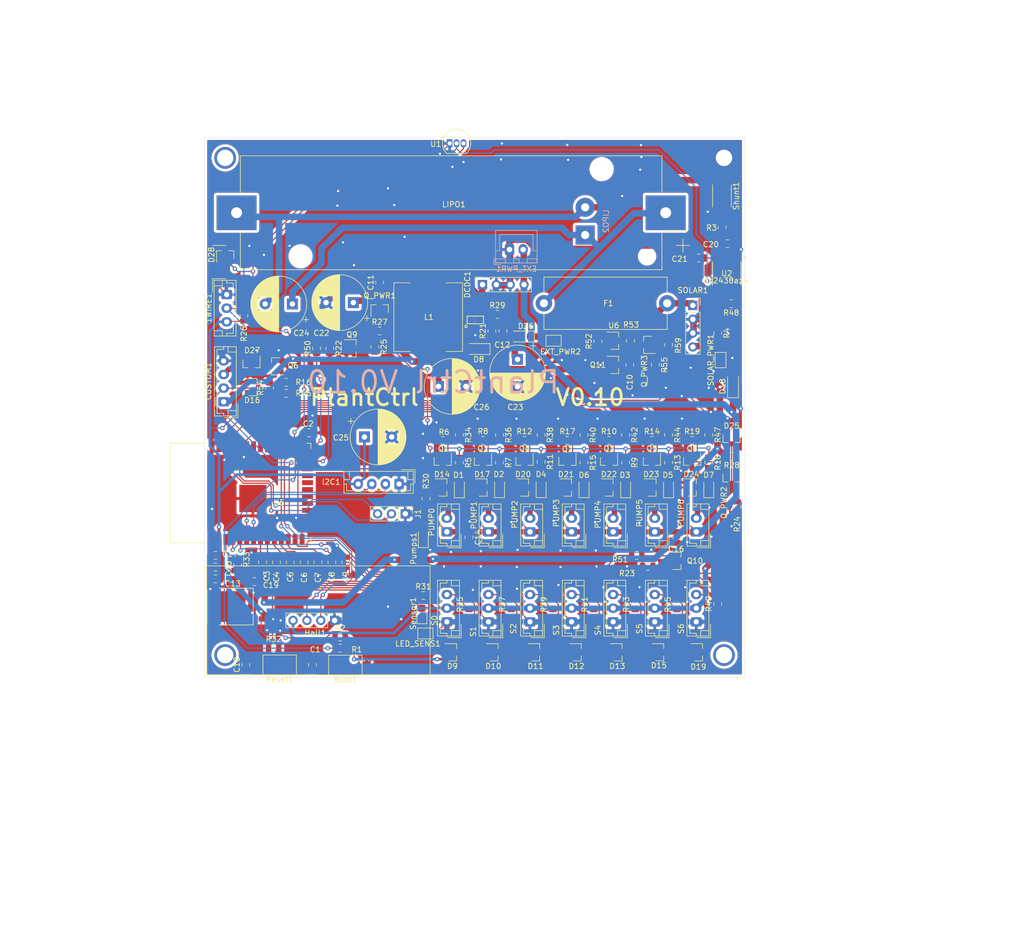
<source format=kicad_pcb>
(kicad_pcb (version 20171130) (host pcbnew 5.1.10)
  (layers (0 F.Cu signal) (31 B.Cu signal) (34 B.Paste user) (35 F.Paste user) (36 B.SilkS user) (37 F.SilkS user) (38 B.Mask user) (39 F.Mask user) (44 Edge.Cuts user))
  (net 0 "")
  (net 1 PLANT1_PUMP)
  (net 2 PLANT2_PUMP)
  (net 3 PLANT3_PUMP)
  (net 4 PLANT4_PUMP)
  (net 5 PLANT5_PUMP)
  (net 6 PLANT6_PUMP)
  (net 7 GND)
  (net 8 PLANT6_MOIST)
  (net 9 PLANT5_MOIST)
  (net 10 PLANT4_MOIST)
  (net 11 PLANT3_MOIST)
  (net 12 PLANT2_MOIST)
  (net 13 PLANT1_MOIST)
  (net 14 PLANT_CTRL_PUMP_0)
  (net 15 PUMP_PWR)
  (net 16 PWR_PUMP_CONVERTER)
  (net 17 3_3V)
  (net 18 Temp)
  (net 19 PLANT0_PUMP)
  (net 20 PWR_SENSORS)
  (net 21 PLANT0_MOIST)
  (net 22 "Net-(R35-Pad1)")
  (net 23 PLANT_CTRL_PUMP_1)
  (net 24 "Net-(R37-Pad1)")
  (net 25 PLANT_CTRL_PUMP_2)
  (net 26 "Net-(R39-Pad1)")
  (net 27 PLANT_CTRL_PUMP_3)
  (net 28 "Net-(R41-Pad1)")
  (net 29 PLANT_CTRL_PUMP_4)
  (net 30 "Net-(R43-Pad1)")
  (net 31 PLANT_CTRL_PUMP_5)
  (net 32 "Net-(R45-Pad1)")
  (net 33 PLANT_CTRL_PUMP_6)
  (net 34 "Net-(R49-Pad1)")
  (net 35 PUMP_ENABLE)
  (net 36 SENSORS_ENABLE)
  (net 37 "Net-(C10-Pad2)")
  (net 38 VCC_BATT)
  (net 39 "Net-(D8-Pad2)")
  (net 40 "Net-(R21-Pad2)")
  (net 41 "Net-(D1-Pad2)")
  (net 42 "Net-(D2-Pad2)")
  (net 43 "Net-(D3-Pad2)")
  (net 44 "Net-(D4-Pad2)")
  (net 45 "Net-(D5-Pad2)")
  (net 46 "Net-(D6-Pad2)")
  (net 47 "Net-(D7-Pad2)")
  (net 48 "Net-(Pumps1-Pad2)")
  (net 49 "Net-(Q1-Pad1)")
  (net 50 "Net-(Q2-Pad1)")
  (net 51 "Net-(Q3-Pad1)")
  (net 52 "Net-(Q4-Pad1)")
  (net 53 "Net-(Q5-Pad1)")
  (net 54 "Net-(Q6-Pad1)")
  (net 55 "Net-(Q7-Pad1)")
  (net 56 "Net-(Q8-Pad1)")
  (net 57 "Net-(Q9-Pad3)")
  (net 58 "Net-(Q9-Pad1)")
  (net 59 "Net-(Q10-Pad3)")
  (net 60 "Net-(Q10-Pad1)")
  (net 61 "Net-(Q_PWR1-Pad1)")
  (net 62 "Net-(Q_PWR2-Pad1)")
  (net 63 "Net-(R31-Pad1)")
  (net 64 "Net-(C12-Pad1)")
  (net 65 "Net-(C19-Pad2)")
  (net 66 VCC)
  (net 67 "Net-(C18-Pad2)")
  (net 68 "Net-(Q_PWR3-Pad1)")
  (net 69 SOLAR_IN)
  (net 70 "Net-(C2-Pad2)")
  (net 71 "Net-(C20-Pad1)")
  (net 72 "Net-(D18-Pad2)")
  (net 73 "Net-(I2C1-Pad3)")
  (net 74 "Net-(I2C1-Pad2)")
  (net 75 "Net-(C21-Pad1)")
  (net 76 "Net-(CUSTOM1-Pad3)")
  (net 77 "Net-(LED_SENS1-Pad1)")
  (net 78 Rsense+)
  (net 79 HALL_TX)
  (net 80 ESP_RX)
  (net 81 ESP_TX)
  (net 82 "Net-(Boot1-Pad2)")
  (net 83 CUSTOM_GPIO1)
  (net 84 VCC_FUSED_ALWAYS)
  (net 85 HALL_RX)
  (net 86 "Net-(Q11-Pad3)")
  (net 87 GPIO2)
  (net 88 "Net-(R52-Pad2)")
  (module Connector_JST:JST_EH_B3B-EH-A_1x03_P2.50mm_Vertical (layer F.Cu) (at 222.25 129.54 90)
    (fp_text reference S1 (at -1.778 -2.794 90) (layer F.SilkS))
    (fp_text value Conn_01x03_Male)
    (pad 3 thru_hole oval (at 5 0 90) (size 1.7 1.95) (drill 0.95) (layers *.Cu *.Mask) (net 24 "Net-(R37-Pad1)"))
    (pad 2 thru_hole oval (at 2.5 0 90) (size 1.7 1.95) (drill 0.95) (layers *.Cu *.Mask) (net 20 PWR_SENSORS))
    (pad 1 thru_hole roundrect (at 0 0 90) (size 1.7 1.95) (drill 0.95) (layers *.Cu *.Mask) (roundrect_rratio 0.147059) (net 7 GND))
  )
  (module Connector_PinHeader_2.54mm:PinHeader_1x03_P2.54mm_Vertical (layer F.Cu) (at 207.01 109.728 270)
    (fp_text reference J1 (at 0 -2.33 90) (layer F.SilkS))
    (fp_text value Conn_01x03_Female)
    (pad 3 thru_hole oval (at 0 5.08 270) (size 1.7 1.7) (drill 1) (layers *.Cu *.Mask) (net 80 ESP_RX))
    (pad 2 thru_hole oval (at 0 2.54 270) (size 1.7 1.7) (drill 1) (layers *.Cu *.Mask) (net 81 ESP_TX))
    (pad 1 thru_hole rect (at 0 0 270) (size 1.7 1.7) (drill 1) (layers *.Cu *.Mask) (net 7 GND))
  )
  (module Resistor_SMD:R_0805_2012Metric (layer F.Cu) (at 182.118 86.614 90)
    (fp_text reference R54 (at 0 -1.65 90) (layer F.SilkS))
    (fp_text value 10k)
    (pad 2 smd roundrect (at 0.9125 0 90) (size 1.025 1.4) (layers F.Cu F.Paste F.Mask) (roundrect_rratio 0.243902) (net 7 GND))
    (pad 1 smd roundrect (at -0.9125 0 90) (size 1.025 1.4) (layers F.Cu F.Paste F.Mask) (roundrect_rratio 0.243902) (net 83 CUSTOM_GPIO1))
  )
  (module Button_Switch_SMD:SW_SPST_CK_RS282G05A3 (layer F.Cu) (at 183.98 137.47 180)
    (fp_text reference Reset1 (at 0 -2.6) (layer F.SilkS))
    (fp_text value SW_Push)
    (pad 2 smd rect (at 3.9 0 180) (size 1.5 1.5) (layers F.Cu F.Paste F.Mask) (net 67 "Net-(C18-Pad2)"))
    (pad 1 smd rect (at -3.9 0 180) (size 1.5 1.5) (layers F.Cu F.Paste F.Mask) (net 7 GND))
  )
  (module Button_Switch_SMD:SW_SPST_CK_RS282G05A3 (layer F.Cu) (at 196.0245 137.5156 180)
    (fp_text reference Boot1 (at 0 -2.6) (layer F.SilkS))
    (fp_text value Boot)
    (pad 2 smd rect (at 3.9 0 180) (size 1.5 1.5) (layers F.Cu F.Paste F.Mask) (net 82 "Net-(Boot1-Pad2)"))
    (pad 1 smd rect (at -3.9 0 180) (size 1.5 1.5) (layers F.Cu F.Paste F.Mask) (net 7 GND))
  )
  (module Capacitor_THT:CP_Radial_D10.0mm_P5.00mm (layer F.Cu) (at 213.106 86.36)
    (fp_text reference C26 (at 7.874 3.81) (layer F.SilkS))
    (fp_text value 1000uF)
    (pad 2 thru_hole circle (at 5 0) (size 2 2) (drill 1) (layers *.Cu *.Mask) (net 7 GND))
    (pad 1 thru_hole rect (at 0 0) (size 2 2) (drill 1) (layers *.Cu *.Mask) (net 66 VCC))
  )
  (module Package_TO_SOT_SMD:SOT-23 (layer F.Cu) (at 173.99 62.23 90)
    (fp_text reference D28 (at 0 -2.5 90) (layer F.SilkS))
    (fp_text value BAS40-04)
    (pad 3 smd rect (at 1 0 90) (size 0.9 0.8) (layers F.Cu F.Paste F.Mask) (net 18 Temp))
    (pad 2 smd rect (at -1 0.95 90) (size 0.9 0.8) (layers F.Cu F.Paste F.Mask) (net 17 3_3V))
    (pad 1 smd rect (at -1 -0.95 90) (size 0.9 0.8) (layers F.Cu F.Paste F.Mask) (net 7 GND))
  )
  (module Jumper:SolderJumper-2_P1.3mm_Open_Pad1.0x1.5mm (layer F.Cu) (at 264.795 81.534 90)
    (fp_text reference SOLAR_PWR1 (at 0 -1.8 90) (layer F.SilkS))
    (fp_text value NC)
    (pad 1 smd rect (at -0.65 0 90) (size 1 1.5) (layers F.Cu F.Mask) (net 72 "Net-(D18-Pad2)"))
    (pad 2 smd rect (at 0.65 0 90) (size 1 1.5) (layers F.Cu F.Mask) (net 69 SOLAR_IN))
  )
  (module Connector_PinSocket_2.54mm:PinSocket_1x04_P2.54mm_Vertical (layer F.Cu) (at 259.715 71.501)
    (fp_text reference SOLAR1 (at 0 -2.77) (layer F.SilkS))
    (fp_text value Conn_01x04)
    (pad 4 thru_hole oval (at 0 7.62) (size 1.7 1.7) (drill 1) (layers *.Cu *.Mask) (net 69 SOLAR_IN))
    (pad 3 thru_hole oval (at 0 5.08) (size 1.7 1.7) (drill 1) (layers *.Cu *.Mask) (net 7 GND))
    (pad 2 thru_hole oval (at 0 2.54) (size 1.7 1.7) (drill 1) (layers *.Cu *.Mask) (net 7 GND))
    (pad 1 thru_hole rect (at 0 0) (size 1.7 1.7) (drill 1) (layers *.Cu *.Mask) (net 84 VCC_FUSED_ALWAYS))
  )
  (module Resistor_SMD:R_0805_2012Metric (layer F.Cu) (at 252.857 82.423 270)
    (fp_text reference R55 (at 0 -1.65 90) (layer F.SilkS))
    (fp_text value 1k)
    (pad 2 smd roundrect (at 0.9375 0 270) (size 0.975 1.4) (layers F.Cu F.Paste F.Mask) (net 86 "Net-(Q11-Pad3)"))
    (pad 1 smd roundrect (at -0.9375 0 270) (size 0.975 1.4) (layers F.Cu F.Paste F.Mask) (net 68 "Net-(Q_PWR3-Pad1)"))
  )
  (module Resistor_SMD:R_0805_2012Metric (layer F.Cu) (at 248.285 77.978 270)
    (fp_text reference R53 (at -2.921 -0.127 180) (layer F.SilkS))
    (fp_text value 100k)
    (pad 2 smd roundrect (at 0.9375 0 270) (size 0.975 1.4) (layers F.Cu F.Paste F.Mask) (net 37 "Net-(C10-Pad2)"))
    (pad 1 smd roundrect (at -0.9375 0 270) (size 0.975 1.4) (layers F.Cu F.Paste F.Mask) (net 84 VCC_FUSED_ALWAYS))
  )
  (module Resistor_SMD:R_0805_2012Metric (layer F.Cu) (at 242.316 78.105 90)
    (fp_text reference R52 (at 0 -1.65 90) (layer F.SilkS))
    (fp_text value 1k)
    (pad 2 smd roundrect (at 0.9375 0 90) (size 0.975 1.4) (layers F.Cu F.Paste F.Mask) (net 88 "Net-(R52-Pad2)"))
    (pad 1 smd roundrect (at -0.9375 0 90) (size 0.975 1.4) (layers F.Cu F.Paste F.Mask) (net 37 "Net-(C10-Pad2)"))
  )
  (module Resistor_SMD:R_0805_2012Metric (layer F.Cu) (at 201.422 79.121 270)
    (fp_text reference R25 (at 0 -1.65 90) (layer F.SilkS))
    (fp_text value 1k)
    (pad 2 smd roundrect (at 0.9375 0 270) (size 0.975 1.4) (layers F.Cu F.Paste F.Mask) (net 57 "Net-(Q9-Pad3)"))
    (pad 1 smd roundrect (at -0.9375 0 270) (size 0.975 1.4) (layers F.Cu F.Paste F.Mask) (net 61 "Net-(Q_PWR1-Pad1)"))
  )
  (module Resistor_SMD:R_0805_2012Metric (layer F.Cu) (at 267.843 108.458 270)
    (fp_text reference R24 (at 3.175 0 90) (layer F.SilkS))
    (fp_text value 1k)
    (pad 2 smd roundrect (at 0.9375 0 270) (size 0.975 1.4) (layers F.Cu F.Paste F.Mask) (net 59 "Net-(Q10-Pad3)"))
    (pad 1 smd roundrect (at -0.9375 0 270) (size 0.975 1.4) (layers F.Cu F.Paste F.Mask) (net 62 "Net-(Q_PWR2-Pad1)"))
  )
  (module Package_TO_SOT_SMD:SOT-23 (layer F.Cu) (at 245.364 82.423)
    (fp_text reference Q11 (at -3.048 0) (layer F.SilkS))
    (fp_text value "N-channel 30V 5A")
    (pad 3 smd rect (at 1 0) (size 0.9 0.8) (layers F.Cu F.Paste F.Mask) (net 86 "Net-(Q11-Pad3)"))
    (pad 2 smd rect (at -1 0.95) (size 0.9 0.8) (layers F.Cu F.Paste F.Mask) (net 7 GND))
    (pad 1 smd rect (at -1 -0.95) (size 0.9 0.8) (layers F.Cu F.Paste F.Mask) (net 37 "Net-(C10-Pad2)"))
  )
  (module Package_TO_SOT_SMD:SOT-23 (layer F.Cu) (at 178.816 82.169 270)
    (fp_text reference D27 (at -2.413 -0.127 180) (layer F.SilkS))
    (fp_text value BAS40-04)
    (pad 3 smd rect (at 1 0 270) (size 0.9 0.8) (layers F.Cu F.Paste F.Mask) (net 76 "Net-(CUSTOM1-Pad3)"))
    (pad 2 smd rect (at -1 0.95 270) (size 0.9 0.8) (layers F.Cu F.Paste F.Mask) (net 66 VCC))
    (pad 1 smd rect (at -1 -0.95 270) (size 0.9 0.8) (layers F.Cu F.Paste F.Mask) (net 7 GND))
  )
  (module Capacitor_THT:CP_Radial_D10.0mm_P5.00mm (layer F.Cu) (at 199.517 95.631)
    (fp_text reference C25 (at -4.318 0.127) (layer F.SilkS))
    (fp_text value 1000uF)
    (pad 2 thru_hole circle (at 5 0) (size 2 2) (drill 1) (layers *.Cu *.Mask) (net 7 GND))
    (pad 1 thru_hole rect (at 0 0) (size 2 2) (drill 1) (layers *.Cu *.Mask) (net 17 3_3V))
  )
  (module Capacitor_SMD:C_0805_2012Metric (layer F.Cu) (at 248.158 82.423 90)
    (fp_text reference C10 (at -3.175 0 90) (layer F.SilkS))
    (fp_text value 100n)
    (pad 2 smd roundrect (at 0.9375 0 90) (size 0.975 1.4) (layers F.Cu F.Paste F.Mask) (net 37 "Net-(C10-Pad2)"))
    (pad 1 smd roundrect (at -0.9375 0 90) (size 0.975 1.4) (layers F.Cu F.Paste F.Mask) (net 7 GND))
  )
  (module LED_SMD:LED_0805_2012Metric_Castellated (layer F.Cu) (at 210.058 128.016 90)
    (fp_text reference Sensor1 (at 0 -1.6 90) (layer F.SilkS))
    (fp_text value LED_green)
    (pad 2 smd roundrect (at 0.9625 0 90) (size 1.325 1.3) (layers F.Cu F.Paste F.Mask) (roundrect_rratio 0.192308) (net 63 "Net-(R31-Pad1)"))
    (pad 1 smd roundrect (at -0.9625 0 90) (size 1.325 1.3) (layers F.Cu F.Paste F.Mask) (roundrect_rratio 0.192308) (net 77 "Net-(LED_SENS1-Pad1)"))
  )
  (module Resistor_SMD:R_0805_2012Metric (layer F.Cu) (at 255.27 78.74 90)
    (fp_text reference R59 (at -0.127 1.778 90) (layer F.SilkS))
    (fp_text value 10k)
    (pad 2 smd roundrect (at 0.9375 0 90) (size 0.975 1.4) (layers F.Cu F.Paste F.Mask) (net 84 VCC_FUSED_ALWAYS))
    (pad 1 smd roundrect (at -0.9375 0 90) (size 0.975 1.4) (layers F.Cu F.Paste F.Mask) (net 68 "Net-(Q_PWR3-Pad1)"))
  )
  (module Resistor_SMD:R_0805_2012Metric (layer F.Cu) (at 249.428 117.348 180)
    (fp_text reference R51 (at 3.048 -0.762) (layer F.SilkS))
    (fp_text value 1k)
    (pad 2 smd roundrect (at 0.9375 0 180) (size 0.975 1.4) (layers F.Cu F.Paste F.Mask) (net 36 SENSORS_ENABLE))
    (pad 1 smd roundrect (at -0.9375 0 180) (size 0.975 1.4) (layers F.Cu F.Paste F.Mask) (net 60 "Net-(Q10-Pad1)"))
  )
  (module Resistor_SMD:R_0805_2012Metric (layer F.Cu) (at 190.754 79.375 270)
    (fp_text reference R50 (at 0 1.651 90) (layer F.SilkS))
    (fp_text value 1k)
    (pad 2 smd roundrect (at 0.9375 0 270) (size 0.975 1.4) (layers F.Cu F.Paste F.Mask) (net 35 PUMP_ENABLE))
    (pad 1 smd roundrect (at -0.9375 0 270) (size 0.975 1.4) (layers F.Cu F.Paste F.Mask) (net 58 "Net-(Q9-Pad1)"))
  )
  (module Resistor_SMD:R_0805_2012Metric (layer F.Cu) (at 264.287 126.238 90)
    (fp_text reference R49 (at 0 -1.65 90) (layer F.SilkS))
    (fp_text value 1k)
    (pad 2 smd roundrect (at 0.9375 0 90) (size 0.975 1.4) (layers F.Cu F.Paste F.Mask) (net 8 PLANT6_MOIST))
    (pad 1 smd roundrect (at -0.9375 0 90) (size 0.975 1.4) (layers F.Cu F.Paste F.Mask) (net 34 "Net-(R49-Pad1)"))
  )
  (module Resistor_SMD:R_0805_2012Metric (layer F.Cu) (at 266.7508 71.1962 180)
    (fp_text reference R48 (at 0 -1.65) (layer F.SilkS))
    (fp_text value 1k)
    (pad 2 smd roundrect (at 0.9375 0 180) (size 0.975 1.4) (layers F.Cu F.Paste F.Mask) (net 75 "Net-(C21-Pad1)"))
    (pad 1 smd roundrect (at -0.9375 0 180) (size 0.975 1.4) (layers F.Cu F.Paste F.Mask) (net 78 Rsense+))
  )
  (module Resistor_SMD:R_0805_2012Metric (layer F.Cu) (at 262.636 95.25 270)
    (fp_text reference R47 (at 0 -1.65 90) (layer F.SilkS))
    (fp_text value 1k)
    (pad 2 smd roundrect (at 0.9375 0 270) (size 0.975 1.4) (layers F.Cu F.Paste F.Mask) (net 56 "Net-(Q8-Pad1)"))
    (pad 1 smd roundrect (at -0.9375 0 270) (size 0.975 1.4) (layers F.Cu F.Paste F.Mask) (net 33 PLANT_CTRL_PUMP_6))
  )
  (module Resistor_SMD:R_0805_2012Metric (layer F.Cu) (at 185.166 87.63)
    (fp_text reference R46 (at 3.175 0) (layer F.SilkS))
    (fp_text value 1k)
    (pad 2 smd roundrect (at 0.9375 0) (size 0.975 1.4) (layers F.Cu F.Paste F.Mask) (net 87 GPIO2))
    (pad 1 smd roundrect (at -0.9375 0) (size 0.975 1.4) (layers F.Cu F.Paste F.Mask) (net 54 "Net-(Q6-Pad1)"))
  )
  (module Resistor_SMD:R_0805_2012Metric (layer F.Cu) (at 256.794 126.365 90)
    (fp_text reference R45 (at 0 -1.65 90) (layer F.SilkS))
    (fp_text value 1k)
    (pad 2 smd roundrect (at 0.9375 0 90) (size 0.975 1.4) (layers F.Cu F.Paste F.Mask) (net 9 PLANT5_MOIST))
    (pad 1 smd roundrect (at -0.9375 0 90) (size 0.975 1.4) (layers F.Cu F.Paste F.Mask) (net 32 "Net-(R45-Pad1)"))
  )
  (module Resistor_SMD:R_0805_2012Metric (layer F.Cu) (at 255.27 95.25 270)
    (fp_text reference R44 (at 0 -1.65 90) (layer F.SilkS))
    (fp_text value 1k)
    (pad 2 smd roundrect (at 0.9375 0 270) (size 0.975 1.4) (layers F.Cu F.Paste F.Mask) (net 53 "Net-(Q5-Pad1)"))
    (pad 1 smd roundrect (at -0.9375 0 270) (size 0.975 1.4) (layers F.Cu F.Paste F.Mask) (net 31 PLANT_CTRL_PUMP_5))
  )
  (module Resistor_SMD:R_0805_2012Metric (layer F.Cu) (at 249.174 126.365 90)
    (fp_text reference R43 (at 0 -1.65 90) (layer F.SilkS))
    (fp_text value 1k)
    (pad 2 smd roundrect (at 0.9375 0 90) (size 0.975 1.4) (layers F.Cu F.Paste F.Mask) (net 10 PLANT4_MOIST))
    (pad 1 smd roundrect (at -0.9375 0 90) (size 0.975 1.4) (layers F.Cu F.Paste F.Mask) (net 30 "Net-(R43-Pad1)"))
  )
  (module Resistor_SMD:R_0805_2012Metric (layer F.Cu) (at 247.396 95.25 270)
    (fp_text reference R42 (at 0 -1.65 90) (layer F.SilkS))
    (fp_text value 1k)
    (pad 2 smd roundrect (at 0.9375 0 270) (size 0.975 1.4) (layers F.Cu F.Paste F.Mask) (net 51 "Net-(Q3-Pad1)"))
    (pad 1 smd roundrect (at -0.9375 0 270) (size 0.975 1.4) (layers F.Cu F.Paste F.Mask) (net 29 PLANT_CTRL_PUMP_4))
  )
  (module Resistor_SMD:R_0805_2012Metric (layer F.Cu) (at 241.554 126.365 90)
    (fp_text reference R41 (at 0 -1.65 90) (layer F.SilkS))
    (fp_text value 1k)
    (pad 2 smd roundrect (at 0.9375 0 90) (size 0.975 1.4) (layers F.Cu F.Paste F.Mask) (net 11 PLANT3_MOIST))
    (pad 1 smd roundrect (at -0.9375 0 90) (size 0.975 1.4) (layers F.Cu F.Paste F.Mask) (net 28 "Net-(R41-Pad1)"))
  )
  (module Resistor_SMD:R_0805_2012Metric (layer F.Cu) (at 239.776 95.266 270)
    (fp_text reference R40 (at 0 -1.65 90) (layer F.SilkS))
    (fp_text value 1k)
    (pad 2 smd roundrect (at 0.9375 0 270) (size 0.975 1.4) (layers F.Cu F.Paste F.Mask) (net 55 "Net-(Q7-Pad1)"))
    (pad 1 smd roundrect (at -0.9375 0 270) (size 0.975 1.4) (layers F.Cu F.Paste F.Mask) (net 27 PLANT_CTRL_PUMP_3))
  )
  (module Resistor_SMD:R_0805_2012Metric (layer F.Cu) (at 234.061 126.365 90)
    (fp_text reference R39 (at 0 -1.65 90) (layer F.SilkS))
    (fp_text value 1k)
    (pad 2 smd roundrect (at 0.9375 0 90) (size 0.975 1.4) (layers F.Cu F.Paste F.Mask) (net 12 PLANT2_MOIST))
    (pad 1 smd roundrect (at -0.9375 0 90) (size 0.975 1.4) (layers F.Cu F.Paste F.Mask) (net 26 "Net-(R39-Pad1)"))
  )
  (module Resistor_SMD:R_0805_2012Metric (layer F.Cu) (at 231.902 95.266 270)
    (fp_text reference R38 (at 0 -1.65 90) (layer F.SilkS))
    (fp_text value 1k)
    (pad 2 smd roundrect (at 0.9375 0 270) (size 0.975 1.4) (layers F.Cu F.Paste F.Mask) (net 52 "Net-(Q4-Pad1)"))
    (pad 1 smd roundrect (at -0.9375 0 270) (size 0.975 1.4) (layers F.Cu F.Paste F.Mask) (net 25 PLANT_CTRL_PUMP_2))
  )
  (module Resistor_SMD:R_0805_2012Metric (layer F.Cu) (at 226.441 126.349 90)
    (fp_text reference R37 (at 0 -1.65 90) (layer F.SilkS))
    (fp_text value 1k)
    (pad 2 smd roundrect (at 0.9375 0 90) (size 0.975 1.4) (layers F.Cu F.Paste F.Mask) (net 13 PLANT1_MOIST))
    (pad 1 smd roundrect (at -0.9375 0 90) (size 0.975 1.4) (layers F.Cu F.Paste F.Mask) (net 24 "Net-(R37-Pad1)"))
  )
  (module Resistor_SMD:R_0805_2012Metric (layer F.Cu) (at 224.282 95.266 270)
    (fp_text reference R36 (at 0 -1.65 90) (layer F.SilkS))
    (fp_text value 1k)
    (pad 2 smd roundrect (at 0.9375 0 270) (size 0.975 1.4) (layers F.Cu F.Paste F.Mask) (net 50 "Net-(Q2-Pad1)"))
    (pad 1 smd roundrect (at -0.9375 0 270) (size 0.975 1.4) (layers F.Cu F.Paste F.Mask) (net 23 PLANT_CTRL_PUMP_1))
  )
  (module Resistor_SMD:R_0805_2012Metric (layer F.Cu) (at 218.694 126.349 90)
    (fp_text reference R35 (at 0 -1.65 90) (layer F.SilkS))
    (fp_text value 1k)
    (pad 2 smd roundrect (at 0.9375 0 90) (size 0.975 1.4) (layers F.Cu F.Paste F.Mask) (net 21 PLANT0_MOIST))
    (pad 1 smd roundrect (at -0.9375 0 90) (size 0.975 1.4) (layers F.Cu F.Paste F.Mask) (net 22 "Net-(R35-Pad1)"))
  )
  (module Resistor_SMD:R_0805_2012Metric (layer F.Cu) (at 216.916 95.25 270)
    (fp_text reference R34 (at 0 -1.65 90) (layer F.SilkS))
    (fp_text value 1k)
    (pad 2 smd roundrect (at 0.9375 0 270) (size 0.975 1.4) (layers F.Cu F.Paste F.Mask) (net 49 "Net-(Q1-Pad1)"))
    (pad 1 smd roundrect (at -0.9375 0 270) (size 0.975 1.4) (layers F.Cu F.Paste F.Mask) (net 14 PLANT_CTRL_PUMP_0))
  )
  (module Resistor_SMD:R_0805_2012Metric (layer F.Cu) (at 176.276 119.126 270)
    (fp_text reference R33 (at -1.016 -1.651 90) (layer F.SilkS))
    (fp_text value 10k)
    (pad 2 smd roundrect (at 0.9375 0 270) (size 0.975 1.4) (layers F.Cu F.Paste F.Mask) (net 17 3_3V))
    (pad 1 smd roundrect (at -0.9375 0 270) (size 0.975 1.4) (layers F.Cu F.Paste F.Mask) (net 65 "Net-(C19-Pad2)"))
  )
  (module Resistor_SMD:R_0805_2012Metric (layer F.Cu) (at 182.88 134.366)
    (fp_text reference R32 (at 0 -1.65) (layer F.SilkS))
    (fp_text value 1k)
    (pad 2 smd roundrect (at 0.9375 0) (size 0.975 1.4) (layers F.Cu F.Paste F.Mask) (net 67 "Net-(C18-Pad2)"))
    (pad 1 smd roundrect (at -0.9375 0) (size 0.975 1.4) (layers F.Cu F.Paste F.Mask) (net 65 "Net-(C19-Pad2)"))
  )
  (module Resistor_SMD:R_0805_2012Metric (layer F.Cu) (at 210.312 124.714)
    (fp_text reference R31 (at 0 -1.65) (layer F.SilkS))
    (fp_text value 4,7K)
    (pad 2 smd roundrect (at 0.9375 0) (size 0.975 1.4) (layers F.Cu F.Paste F.Mask) (net 20 PWR_SENSORS))
    (pad 1 smd roundrect (at -0.9375 0) (size 0.975 1.4) (layers F.Cu F.Paste F.Mask) (net 63 "Net-(R31-Pad1)"))
  )
  (module Resistor_SMD:R_0805_2012Metric (layer F.Cu) (at 210.82 106.934 270)
    (fp_text reference R30 (at -3.175 0 90) (layer F.SilkS))
    (fp_text value 270)
    (pad 2 smd roundrect (at 0.9375 0 270) (size 0.975 1.4) (layers F.Cu F.Paste F.Mask) (net 48 "Net-(Pumps1-Pad2)"))
    (pad 1 smd roundrect (at -0.9375 0 270) (size 0.975 1.4) (layers F.Cu F.Paste F.Mask) (net 16 PWR_PUMP_CONVERTER))
  )
  (module Resistor_SMD:R_0805_2012Metric (layer F.Cu) (at 223.901 73.152)
    (fp_text reference R29 (at 0 -1.65) (layer F.SilkS))
    (fp_text value 1k)
    (pad 2 smd roundrect (at 0.9375 0) (size 0.975 1.4) (layers F.Cu F.Paste F.Mask) (net 7 GND))
    (pad 1 smd roundrect (at -0.9375 0) (size 0.975 1.4) (layers F.Cu F.Paste F.Mask) (net 40 "Net-(R21-Pad2)"))
  )
  (module Resistor_SMD:R_0805_2012Metric (layer F.Cu) (at 266.827 99.187 180)
    (fp_text reference R28 (at 0 -1.65) (layer F.SilkS))
    (fp_text value 10k)
    (pad 2 smd roundrect (at 0.9375 0 180) (size 0.975 1.4) (layers F.Cu F.Paste F.Mask) (net 66 VCC))
    (pad 1 smd roundrect (at -0.9375 0 180) (size 0.975 1.4) (layers F.Cu F.Paste F.Mask) (net 62 "Net-(Q_PWR2-Pad1)"))
  )
  (module Resistor_SMD:R_0805_2012Metric (layer F.Cu) (at 202.311 76.2)
    (fp_text reference R27 (at 0 -1.65) (layer F.SilkS))
    (fp_text value 10k)
    (pad 2 smd roundrect (at 0.9375 0) (size 0.975 1.4) (layers F.Cu F.Paste F.Mask) (net 66 VCC))
    (pad 1 smd roundrect (at -0.9375 0) (size 0.975 1.4) (layers F.Cu F.Paste F.Mask) (net 61 "Net-(Q_PWR1-Pad1)"))
  )
  (module Resistor_SMD:R_0805_2012Metric (layer F.Cu) (at 177.419 73.406 270)
    (fp_text reference R26 (at 3.302 0 90) (layer F.SilkS))
    (fp_text value 2.2k)
    (pad 2 smd roundrect (at 0.9375 0 270) (size 0.975 1.4) (layers F.Cu F.Paste F.Mask) (net 17 3_3V))
    (pad 1 smd roundrect (at -0.9375 0 270) (size 0.975 1.4) (layers F.Cu F.Paste F.Mask) (net 18 Temp))
  )
  (module Resistor_SMD:R_0805_2012Metric (layer F.Cu) (at 251.46 119.38)
    (fp_text reference R23 (at -3.81 1.27) (layer F.SilkS))
    (fp_text value 10k)
    (pad 2 smd roundrect (at 0.9375 0) (size 0.975 1.4) (layers F.Cu F.Paste F.Mask) (net 7 GND))
    (pad 1 smd roundrect (at -0.9375 0) (size 0.975 1.4) (layers F.Cu F.Paste F.Mask) (net 60 "Net-(Q10-Pad1)"))
  )
  (module Resistor_SMD:R_0805_2012Metric (layer F.Cu) (at 193.167 79.375 270)
    (fp_text reference R22 (at 0 -1.65 90) (layer F.SilkS))
    (fp_text value 10k)
    (pad 2 smd roundrect (at 0.9375 0 270) (size 0.975 1.4) (layers F.Cu F.Paste F.Mask) (net 7 GND))
    (pad 1 smd roundrect (at -0.9375 0 270) (size 0.975 1.4) (layers F.Cu F.Paste F.Mask) (net 58 "Net-(Q9-Pad1)"))
  )
  (module Resistor_SMD:R_0805_2012Metric (layer F.Cu) (at 222.885 76.2 90)
    (fp_text reference R21 (at 0 -1.65 90) (layer F.SilkS))
    (fp_text value 19k-19.5K)
    (pad 2 smd roundrect (at 0.9375 0 90) (size 0.975 1.4) (layers F.Cu F.Paste F.Mask) (net 40 "Net-(R21-Pad2)"))
    (pad 1 smd roundrect (at -0.9375 0 90) (size 0.975 1.4) (layers F.Cu F.Paste F.Mask) (net 64 "Net-(C12-Pad1)"))
  )
  (module Resistor_SMD:R_0805_2012Metric (layer F.Cu) (at 259.572 96.266 180)
    (fp_text reference R19 (at -0.016 1.651) (layer F.SilkS))
    (fp_text value 10k)
    (pad 2 smd roundrect (at 0.9375 0 180) (size 0.975 1.4) (layers F.Cu F.Paste F.Mask) (net 7 GND))
    (pad 1 smd roundrect (at -0.9375 0 180) (size 0.975 1.4) (layers F.Cu F.Paste F.Mask) (net 56 "Net-(Q8-Pad1)"))
  )
  (module Resistor_SMD:R_0805_2012Metric (layer F.Cu) (at 262.636 100.314 270)
    (fp_text reference R18 (at 0 -1.65 90) (layer F.SilkS))
    (fp_text value 270)
    (pad 2 smd roundrect (at 0.9375 0 270) (size 0.975 1.4) (layers F.Cu F.Paste F.Mask) (net 47 "Net-(D7-Pad2)"))
    (pad 1 smd roundrect (at -0.9375 0 270) (size 0.975 1.4) (layers F.Cu F.Paste F.Mask) (net 16 PWR_PUMP_CONVERTER))
  )
  (module Resistor_SMD:R_0805_2012Metric (layer F.Cu) (at 236.712 96.266 180)
    (fp_text reference R17 (at -0.016 1.651) (layer F.SilkS))
    (fp_text value 10K)
    (pad 2 smd roundrect (at 0.9375 0 180) (size 0.975 1.4) (layers F.Cu F.Paste F.Mask) (net 7 GND))
    (pad 1 smd roundrect (at -0.9375 0 180) (size 0.975 1.4) (layers F.Cu F.Paste F.Mask) (net 55 "Net-(Q7-Pad1)"))
  )
  (module Resistor_SMD:R_0805_2012Metric (layer F.Cu) (at 185.166 85.598)
    (fp_text reference R16 (at 3.175 0) (layer F.SilkS))
    (fp_text value 10k)
    (pad 2 smd roundrect (at 0.9375 0) (size 0.975 1.4) (layers F.Cu F.Paste F.Mask) (net 7 GND))
    (pad 1 smd roundrect (at -0.9375 0) (size 0.975 1.4) (layers F.Cu F.Paste F.Mask) (net 54 "Net-(Q6-Pad1)"))
  )
  (module Resistor_SMD:R_0805_2012Metric (layer F.Cu) (at 239.776 100.346 270)
    (fp_text reference R15 (at 0 -1.65 90) (layer F.SilkS))
    (fp_text value 270)
    (pad 2 smd roundrect (at 0.9375 0 270) (size 0.975 1.4) (layers F.Cu F.Paste F.Mask) (net 46 "Net-(D6-Pad2)"))
    (pad 1 smd roundrect (at -0.9375 0 270) (size 0.975 1.4) (layers F.Cu F.Paste F.Mask) (net 16 PWR_PUMP_CONVERTER))
  )
  (module Resistor_SMD:R_0805_2012Metric (layer F.Cu) (at 252.222 96.266 180)
    (fp_text reference R14 (at 0 1.651) (layer F.SilkS))
    (fp_text value 10k)
    (pad 2 smd roundrect (at 0.9375 0 180) (size 0.975 1.4) (layers F.Cu F.Paste F.Mask) (net 7 GND))
    (pad 1 smd roundrect (at -0.9375 0 180) (size 0.975 1.4) (layers F.Cu F.Paste F.Mask) (net 53 "Net-(Q5-Pad1)"))
  )
  (module Resistor_SMD:R_0805_2012Metric (layer F.Cu) (at 255.27 100.33 270)
    (fp_text reference R13 (at 0 -1.65 90) (layer F.SilkS))
    (fp_text value 270)
    (pad 2 smd roundrect (at 0.9375 0 270) (size 0.975 1.4) (layers F.Cu F.Paste F.Mask) (net 45 "Net-(D5-Pad2)"))
    (pad 1 smd roundrect (at -0.9375 0 270) (size 0.975 1.4) (layers F.Cu F.Paste F.Mask) (net 16 PWR_PUMP_CONVERTER))
  )
  (module Resistor_SMD:R_0805_2012Metric (layer F.Cu) (at 228.838 96.266 180)
    (fp_text reference R12 (at 0 1.651) (layer F.SilkS))
    (fp_text value 10k)
    (pad 2 smd roundrect (at 0.9375 0 180) (size 0.975 1.4) (layers F.Cu F.Paste F.Mask) (net 7 GND))
    (pad 1 smd roundrect (at -0.9375 0 180) (size 0.975 1.4) (layers F.Cu F.Paste F.Mask) (net 52 "Net-(Q4-Pad1)"))
  )
  (module Resistor_SMD:R_0805_2012Metric (layer F.Cu) (at 231.902 100.203 270)
    (fp_text reference R11 (at 0 -1.65 90) (layer F.SilkS))
    (fp_text value 270)
    (pad 2 smd roundrect (at 0.9375 0 270) (size 0.975 1.4) (layers F.Cu F.Paste F.Mask) (net 44 "Net-(D4-Pad2)"))
    (pad 1 smd roundrect (at -0.9375 0 270) (size 0.975 1.4) (layers F.Cu F.Paste F.Mask) (net 16 PWR_PUMP_CONVERTER))
  )
  (module Resistor_SMD:R_0805_2012Metric (layer F.Cu) (at 244.348 96.266 180)
    (fp_text reference R10 (at 0 1.651) (layer F.SilkS))
    (fp_text value 10K)
    (pad 2 smd roundrect (at 0.9375 0 180) (size 0.975 1.4) (layers F.Cu F.Paste F.Mask) (net 7 GND))
    (pad 1 smd roundrect (at -0.9375 0 180) (size 0.975 1.4) (layers F.Cu F.Paste F.Mask) (net 51 "Net-(Q3-Pad1)"))
  )
  (module Resistor_SMD:R_0805_2012Metric (layer F.Cu) (at 247.396 100.33 270)
    (fp_text reference R9 (at 0 -1.65 90) (layer F.SilkS))
    (fp_text value 270)
    (pad 2 smd roundrect (at 0.9375 0 270) (size 0.975 1.4) (layers F.Cu F.Paste F.Mask) (net 43 "Net-(D3-Pad2)"))
    (pad 1 smd roundrect (at -0.9375 0 270) (size 0.975 1.4) (layers F.Cu F.Paste F.Mask) (net 16 PWR_PUMP_CONVERTER))
  )
  (module Resistor_SMD:R_0805_2012Metric (layer F.Cu) (at 221.234 96.266)
    (fp_text reference R8 (at 0 -1.65) (layer F.SilkS))
    (fp_text value 10k)
    (pad 2 smd roundrect (at 0.9375 0) (size 0.975 1.4) (layers F.Cu F.Paste F.Mask) (net 50 "Net-(Q2-Pad1)"))
    (pad 1 smd roundrect (at -0.9375 0) (size 0.975 1.4) (layers F.Cu F.Paste F.Mask) (net 7 GND))
  )
  (module Resistor_SMD:R_0805_2012Metric (layer F.Cu) (at 224.282 100.33 270)
    (fp_text reference R7 (at 0 -1.65 90) (layer F.SilkS))
    (fp_text value 270)
    (pad 2 smd roundrect (at 0.9375 0 270) (size 0.975 1.4) (layers F.Cu F.Paste F.Mask) (net 42 "Net-(D2-Pad2)"))
    (pad 1 smd roundrect (at -0.9375 0 270) (size 0.975 1.4) (layers F.Cu F.Paste F.Mask) (net 16 PWR_PUMP_CONVERTER))
  )
  (module Resistor_SMD:R_0805_2012Metric (layer F.Cu) (at 213.868 96.266 180)
    (fp_text reference R6 (at -0.254 1.524) (layer F.SilkS))
    (fp_text value 10k)
    (pad 2 smd roundrect (at 0.9375 0 180) (size 0.975 1.4) (layers F.Cu F.Paste F.Mask) (net 7 GND))
    (pad 1 smd roundrect (at -0.9375 0 180) (size 0.975 1.4) (layers F.Cu F.Paste F.Mask) (net 49 "Net-(Q1-Pad1)"))
  )
  (module Resistor_SMD:R_0805_2012Metric (layer F.Cu) (at 216.916 100.33 270)
    (fp_text reference R5 (at 0 -1.65 90) (layer F.SilkS))
    (fp_text value 270)
    (pad 2 smd roundrect (at 0.9375 0 270) (size 0.975 1.4) (layers F.Cu F.Paste F.Mask) (net 41 "Net-(D1-Pad2)"))
    (pad 1 smd roundrect (at -0.9375 0 270) (size 0.975 1.4) (layers F.Cu F.Paste F.Mask) (net 16 PWR_PUMP_CONVERTER))
  )
  (module Resistor_SMD:R_0805_2012Metric (layer F.Cu) (at 264.287 76.581 270)
    (fp_text reference R4 (at 0 -1.65 90) (layer F.SilkS))
    (fp_text value 10k)
    (pad 2 smd roundrect (at 0.9375 0 270) (size 0.975 1.4) (layers F.Cu F.Paste F.Mask) (net 69 SOLAR_IN))
    (pad 1 smd roundrect (at -0.9375 0 270) (size 0.975 1.4) (layers F.Cu F.Paste F.Mask) (net 75 "Net-(C21-Pad1)"))
  )
  (module Resistor_SMD:R_0805_2012Metric (layer F.Cu) (at 265.0744 57.2352 270)
    (fp_text reference R3 (at 0.0418 1.9304 180) (layer F.SilkS))
    (fp_text value 100k)
    (pad 2 smd roundrect (at 0.9375 0 270) (size 0.975 1.4) (layers F.Cu F.Paste F.Mask) (net 71 "Net-(C20-Pad1)"))
    (pad 1 smd roundrect (at -0.9375 0 270) (size 0.975 1.4) (layers F.Cu F.Paste F.Mask) (net 7 GND))
  )
  (module Resistor_SMD:R_0805_2012Metric (layer F.Cu) (at 195.072 132.334)
    (fp_text reference R2 (at 0 -1.65) (layer F.SilkS))
    (fp_text value 1k)
    (pad 2 smd roundrect (at 0.9375 0) (size 0.975 1.4) (layers F.Cu F.Paste F.Mask) (net 17 3_3V))
    (pad 1 smd roundrect (at -0.9375 0) (size 0.975 1.4) (layers F.Cu F.Paste F.Mask) (net 70 "Net-(C2-Pad2)"))
  )
  (module Resistor_SMD:R_0805_2012Metric (layer F.Cu) (at 195.072 134.366)
    (fp_text reference R1 (at 3.048 0.254) (layer F.SilkS))
    (fp_text value 1k)
    (pad 2 smd roundrect (at 0.9375 0) (size 0.975 1.4) (layers F.Cu F.Paste F.Mask) (net 82 "Net-(Boot1-Pad2)"))
    (pad 1 smd roundrect (at -0.9375 0) (size 0.975 1.4) (layers F.Cu F.Paste F.Mask) (net 70 "Net-(C2-Pad2)"))
  )
  (module Package_TO_SOT_SMD:SOT-23 (layer F.Cu) (at 251.46 78.74 180)
    (fp_text reference Q_PWR3 (at 0.635 -4.826 90) (layer F.SilkS))
    (fp_text value "P-channel 50v 4A")
    (pad 3 smd rect (at 1 0 180) (size 0.9 0.8) (layers F.Cu F.Paste F.Mask) (net 66 VCC))
    (pad 2 smd rect (at -1 0.95 180) (size 0.9 0.8) (layers F.Cu F.Paste F.Mask) (net 84 VCC_FUSED_ALWAYS))
    (pad 1 smd rect (at -1 -0.95 180) (size 0.9 0.8) (layers F.Cu F.Paste F.Mask) (net 68 "Net-(Q_PWR3-Pad1)"))
  )
  (module Package_TO_SOT_SMD:SOT-23 (layer F.Cu) (at 266.827 103.124 270)
    (fp_text reference Q_PWR2 (at 4.572 1.397 90) (layer F.SilkS))
    (fp_text value "P-channel 50v 4A")
    (pad 3 smd rect (at 1 0 270) (size 0.9 0.8) (layers F.Cu F.Paste F.Mask) (net 20 PWR_SENSORS))
    (pad 2 smd rect (at -1 0.95 270) (size 0.9 0.8) (layers F.Cu F.Paste F.Mask) (net 66 VCC))
    (pad 1 smd rect (at -1 -0.95 270) (size 0.9 0.8) (layers F.Cu F.Paste F.Mask) (net 62 "Net-(Q_PWR2-Pad1)"))
  )
  (module Package_TO_SOT_SMD:SOT-23 (layer F.Cu) (at 202.311 72.136 90)
    (fp_text reference Q_PWR1 (at 2.413 0 180) (layer F.SilkS))
    (fp_text value "P-channel 50v 4A")
    (pad 3 smd rect (at 1 0 90) (size 0.9 0.8) (layers F.Cu F.Paste F.Mask) (net 16 PWR_PUMP_CONVERTER))
    (pad 2 smd rect (at -1 0.95 90) (size 0.9 0.8) (layers F.Cu F.Paste F.Mask) (net 66 VCC))
    (pad 1 smd rect (at -1 -0.95 90) (size 0.9 0.8) (layers F.Cu F.Paste F.Mask) (net 61 "Net-(Q_PWR1-Pad1)"))
  )
  (module Package_TO_SOT_SMD:SOT-23 (layer F.Cu) (at 256.794 118.364)
    (fp_text reference Q10 (at 3.302 0) (layer F.SilkS))
    (fp_text value "N-channel 30V 5A")
    (pad 3 smd rect (at 1 0) (size 0.9 0.8) (layers F.Cu F.Paste F.Mask) (net 59 "Net-(Q10-Pad3)"))
    (pad 2 smd rect (at -1 0.95) (size 0.9 0.8) (layers F.Cu F.Paste F.Mask) (net 7 GND))
    (pad 1 smd rect (at -1 -0.95) (size 0.9 0.8) (layers F.Cu F.Paste F.Mask) (net 60 "Net-(Q10-Pad1)"))
  )
  (module Package_TO_SOT_SMD:SOT-23 (layer F.Cu) (at 197.231 79.375)
    (fp_text reference Q9 (at 0 -2.5) (layer F.SilkS))
    (fp_text value "N-channel 30V 5A")
    (pad 3 smd rect (at 1 0) (size 0.9 0.8) (layers F.Cu F.Paste F.Mask) (net 57 "Net-(Q9-Pad3)"))
    (pad 2 smd rect (at -1 0.95) (size 0.9 0.8) (layers F.Cu F.Paste F.Mask) (net 7 GND))
    (pad 1 smd rect (at -1 -0.95) (size 0.9 0.8) (layers F.Cu F.Paste F.Mask) (net 58 "Net-(Q9-Pad1)"))
  )
  (module Package_TO_SOT_SMD:SOT-23 (layer F.Cu) (at 259.588 100.076 270)
    (fp_text reference Q8 (at -2.286 0 180) (layer F.SilkS))
    (fp_text value "N-channel 30V 5A")
    (pad 3 smd rect (at 1 0 270) (size 0.9 0.8) (layers F.Cu F.Paste F.Mask) (net 6 PLANT6_PUMP))
    (pad 2 smd rect (at -1 0.95 270) (size 0.9 0.8) (layers F.Cu F.Paste F.Mask) (net 7 GND))
    (pad 1 smd rect (at -1 -0.95 270) (size 0.9 0.8) (layers F.Cu F.Paste F.Mask) (net 56 "Net-(Q8-Pad1)"))
  )
  (module Package_TO_SOT_SMD:SOT-23 (layer F.Cu) (at 236.728 100.076 270)
    (fp_text reference Q7 (at -2.159 0 180) (layer F.SilkS))
    (fp_text value "N-channel 30V 5A")
    (pad 3 smd rect (at 1 0 270) (size 0.9 0.8) (layers F.Cu F.Paste F.Mask) (net 3 PLANT3_PUMP))
    (pad 2 smd rect (at -1 0.95 270) (size 0.9 0.8) (layers F.Cu F.Paste F.Mask) (net 7 GND))
    (pad 1 smd rect (at -1 -0.95 270) (size 0.9 0.8) (layers F.Cu F.Paste F.Mask) (net 55 "Net-(Q7-Pad1)"))
  )
  (module Package_TO_SOT_SMD:SOT-23 (layer F.Cu) (at 183.261 82.677 180)
    (fp_text reference Q6 (at -3.175 0.127) (layer F.SilkS))
    (fp_text value "N-channel 30V 5A")
    (pad 3 smd rect (at 1 0 180) (size 0.9 0.8) (layers F.Cu F.Paste F.Mask) (net 76 "Net-(CUSTOM1-Pad3)"))
    (pad 2 smd rect (at -1 0.95 180) (size 0.9 0.8) (layers F.Cu F.Paste F.Mask) (net 7 GND))
    (pad 1 smd rect (at -1 -0.95 180) (size 0.9 0.8) (layers F.Cu F.Paste F.Mask) (net 54 "Net-(Q6-Pad1)"))
  )
  (module Package_TO_SOT_SMD:SOT-23 (layer F.Cu) (at 252.222 100.076 270)
    (fp_text reference Q5 (at -2.286 0 180) (layer F.SilkS))
    (fp_text value "N-channel 30V 5A")
    (pad 3 smd rect (at 1 0 270) (size 0.9 0.8) (layers F.Cu F.Paste F.Mask) (net 5 PLANT5_PUMP))
    (pad 2 smd rect (at -1 0.95 270) (size 0.9 0.8) (layers F.Cu F.Paste F.Mask) (net 7 GND))
    (pad 1 smd rect (at -1 -0.95 270) (size 0.9 0.8) (layers F.Cu F.Paste F.Mask) (net 53 "Net-(Q5-Pad1)"))
  )
  (module Package_TO_SOT_SMD:SOT-23 (layer F.Cu) (at 228.854 100.076 270)
    (fp_text reference Q4 (at -2.286 0 180) (layer F.SilkS))
    (fp_text value "N-channel 30V 5A")
    (pad 3 smd rect (at 1 0 270) (size 0.9 0.8) (layers F.Cu F.Paste F.Mask) (net 2 PLANT2_PUMP))
    (pad 2 smd rect (at -1 0.95 270) (size 0.9 0.8) (layers F.Cu F.Paste F.Mask) (net 7 GND))
    (pad 1 smd rect (at -1 -0.95 270) (size 0.9 0.8) (layers F.Cu F.Paste F.Mask) (net 52 "Net-(Q4-Pad1)"))
  )
  (module Package_TO_SOT_SMD:SOT-23 (layer F.Cu) (at 244.348 100.076 270)
    (fp_text reference Q3 (at -2.286 0 180) (layer F.SilkS))
    (fp_text value "N-channel 30V 5A")
    (pad 3 smd rect (at 1 0 270) (size 0.9 0.8) (layers F.Cu F.Paste F.Mask) (net 4 PLANT4_PUMP))
    (pad 2 smd rect (at -1 0.95 270) (size 0.9 0.8) (layers F.Cu F.Paste F.Mask) (net 7 GND))
    (pad 1 smd rect (at -1 -0.95 270) (size 0.9 0.8) (layers F.Cu F.Paste F.Mask) (net 51 "Net-(Q3-Pad1)"))
  )
  (module Package_TO_SOT_SMD:SOT-23 (layer F.Cu) (at 221.234 100.076 270)
    (fp_text reference Q2 (at -2.286 0 180) (layer F.SilkS))
    (fp_text value "N-channel 30V 5A")
    (pad 3 smd rect (at 1 0 270) (size 0.9 0.8) (layers F.Cu F.Paste F.Mask) (net 1 PLANT1_PUMP))
    (pad 2 smd rect (at -1 0.95 270) (size 0.9 0.8) (layers F.Cu F.Paste F.Mask) (net 7 GND))
    (pad 1 smd rect (at -1 -0.95 270) (size 0.9 0.8) (layers F.Cu F.Paste F.Mask) (net 50 "Net-(Q2-Pad1)"))
  )
  (module Package_TO_SOT_SMD:SOT-23 (layer F.Cu) (at 213.868 100.076 270)
    (fp_text reference Q1 (at -2.286 -0.127 180) (layer F.SilkS))
    (fp_text value "N-channel 30V 5A")
    (pad 3 smd rect (at 1 0 270) (size 0.9 0.8) (layers F.Cu F.Paste F.Mask) (net 19 PLANT0_PUMP))
    (pad 2 smd rect (at -1 0.95 270) (size 0.9 0.8) (layers F.Cu F.Paste F.Mask) (net 7 GND))
    (pad 1 smd rect (at -1 -0.95 270) (size 0.9 0.8) (layers F.Cu F.Paste F.Mask) (net 49 "Net-(Q1-Pad1)"))
  )
  (module LED_SMD:LED_0805_2012Metric_Castellated (layer F.Cu) (at 210.312 114.046 90)
    (fp_text reference Pumps1 (at -2.032 -1.778 270) (layer F.SilkS))
    (fp_text value LED_red)
    (pad 2 smd roundrect (at 0.9625 0 90) (size 1.325 1.3) (layers F.Cu F.Paste F.Mask) (roundrect_rratio 0.192308) (net 48 "Net-(Pumps1-Pad2)"))
    (pad 1 smd roundrect (at -0.9625 0 90) (size 1.325 1.3) (layers F.Cu F.Paste F.Mask) (roundrect_rratio 0.192308) (net 7 GND))
  )
  (module LED_SMD:LED_0805_2012Metric_Castellated (layer F.Cu) (at 262.636 104.902 90)
    (fp_text reference D7 (at 2.286 0 180) (layer F.SilkS))
    (fp_text value LED_Blue)
    (pad 2 smd roundrect (at 0.9625 0 90) (size 1.325 1.3) (layers F.Cu F.Paste F.Mask) (roundrect_rratio 0.192308) (net 47 "Net-(D7-Pad2)"))
    (pad 1 smd roundrect (at -0.9625 0 90) (size 1.325 1.3) (layers F.Cu F.Paste F.Mask) (roundrect_rratio 0.192308) (net 6 PLANT6_PUMP))
  )
  (module LED_SMD:LED_0805_2012Metric_Castellated (layer F.Cu) (at 239.776 104.8655 90)
    (fp_text reference D6 (at 2.2495 0 180) (layer F.SilkS))
    (fp_text value LED)
    (pad 2 smd roundrect (at 0.9625 0 90) (size 1.325 1.3) (layers F.Cu F.Paste F.Mask) (roundrect_rratio 0.192308) (net 46 "Net-(D6-Pad2)"))
    (pad 1 smd roundrect (at -0.9625 0 90) (size 1.325 1.3) (layers F.Cu F.Paste F.Mask) (roundrect_rratio 0.192308) (net 3 PLANT3_PUMP))
  )
  (module LED_SMD:LED_0805_2012Metric_Castellated (layer F.Cu) (at 255.27 104.902 90)
    (fp_text reference D5 (at 2.286 -0.127 180) (layer F.SilkS))
    (fp_text value LED)
    (pad 2 smd roundrect (at 0.9625 0 90) (size 1.325 1.3) (layers F.Cu F.Paste F.Mask) (roundrect_rratio 0.192308) (net 45 "Net-(D5-Pad2)"))
    (pad 1 smd roundrect (at -0.9625 0 90) (size 1.325 1.3) (layers F.Cu F.Paste F.Mask) (roundrect_rratio 0.192308) (net 5 PLANT5_PUMP))
  )
  (module LED_SMD:LED_0805_2012Metric_Castellated (layer F.Cu) (at 231.902 104.8655 90)
    (fp_text reference D4 (at 2.3765 0 180) (layer F.SilkS))
    (fp_text value LED_Blue)
    (pad 2 smd roundrect (at 0.9625 0 90) (size 1.325 1.3) (layers F.Cu F.Paste F.Mask) (roundrect_rratio 0.192308) (net 44 "Net-(D4-Pad2)"))
    (pad 1 smd roundrect (at -0.9625 0 90) (size 1.325 1.3) (layers F.Cu F.Paste F.Mask) (roundrect_rratio 0.192308) (net 2 PLANT2_PUMP))
  )
  (module LED_SMD:LED_0805_2012Metric_Castellated (layer F.Cu) (at 247.396 104.902 90)
    (fp_text reference D3 (at 2.286 -0.127 180) (layer F.SilkS))
    (fp_text value LED_Blue)
    (pad 2 smd roundrect (at 0.9625 0 90) (size 1.325 1.3) (layers F.Cu F.Paste F.Mask) (roundrect_rratio 0.192308) (net 43 "Net-(D3-Pad2)"))
    (pad 1 smd roundrect (at -0.9625 0 90) (size 1.325 1.3) (layers F.Cu F.Paste F.Mask) (roundrect_rratio 0.192308) (net 4 PLANT4_PUMP))
  )
  (module LED_SMD:LED_0805_2012Metric_Castellated (layer F.Cu) (at 224.282 104.8655 90)
    (fp_text reference D2 (at 2.3765 -0.127 180) (layer F.SilkS))
    (fp_text value LED)
    (pad 2 smd roundrect (at 0.9625 0 90) (size 1.325 1.3) (layers F.Cu F.Paste F.Mask) (roundrect_rratio 0.192308) (net 42 "Net-(D2-Pad2)"))
    (pad 1 smd roundrect (at -0.9625 0 90) (size 1.325 1.3) (layers F.Cu F.Paste F.Mask) (roundrect_rratio 0.192308) (net 1 PLANT1_PUMP))
  )
  (module LED_SMD:LED_0805_2012Metric_Castellated (layer F.Cu) (at 216.916 104.902 90)
    (fp_text reference D1 (at 2.286 -0.127 180) (layer F.SilkS))
    (fp_text value LED_Blue)
    (pad 2 smd roundrect (at 0.9625 0 90) (size 1.325 1.3) (layers F.Cu F.Paste F.Mask) (roundrect_rratio 0.192308) (net 41 "Net-(D1-Pad2)"))
    (pad 1 smd roundrect (at -0.9625 0 90) (size 1.325 1.3) (layers F.Cu F.Paste F.Mask) (roundrect_rratio 0.192308) (net 19 PLANT0_PUMP))
  )
  (module Capacitor_SMD:C_0805_2012Metric (layer F.Cu) (at 260.7908 62.8142 180)
    (fp_text reference C21 (at 3.4888 -0.1778) (layer F.SilkS))
    (fp_text value 100n)
    (pad 2 smd roundrect (at 0.9375 0 180) (size 0.975 1.4) (layers F.Cu F.Paste F.Mask) (net 7 GND))
    (pad 1 smd roundrect (at -0.9375 0 180) (size 0.975 1.4) (layers F.Cu F.Paste F.Mask) (net 75 "Net-(C21-Pad1)"))
  )
  (module Capacitor_SMD:C_0805_2012Metric (layer F.Cu) (at 266.065 60.198)
    (fp_text reference C20 (at -3.048 0.127) (layer F.SilkS))
    (fp_text value 100n)
    (pad 2 smd roundrect (at 0.9375 0) (size 0.975 1.4) (layers F.Cu F.Paste F.Mask) (net 78 Rsense+))
    (pad 1 smd roundrect (at -0.9375 0) (size 0.975 1.4) (layers F.Cu F.Paste F.Mask) (net 71 "Net-(C20-Pad1)"))
  )
  (module Capacitor_SMD:C_0805_2012Metric (layer F.Cu) (at 179.324 122.174)
    (fp_text reference C19 (at 3.048 0.635) (layer F.SilkS))
    (fp_text value 22uf)
    (pad 2 smd roundrect (at 0.9375 0) (size 0.975 1.4) (layers F.Cu F.Paste F.Mask) (net 65 "Net-(C19-Pad2)"))
    (pad 1 smd roundrect (at -0.9375 0) (size 0.975 1.4) (layers F.Cu F.Paste F.Mask) (net 7 GND))
  )
  (module Capacitor_SMD:C_0805_2012Metric (layer F.Cu) (at 177.78 137.414 90)
    (fp_text reference C18 (at 0 -1.65 90) (layer F.SilkS))
    (fp_text value 100n)
    (pad 2 smd roundrect (at 0.9375 0 90) (size 0.975 1.4) (layers F.Cu F.Paste F.Mask) (net 67 "Net-(C18-Pad2)"))
    (pad 1 smd roundrect (at -0.9375 0 90) (size 0.975 1.4) (layers F.Cu F.Paste F.Mask) (net 7 GND))
  )
  (module Capacitor_SMD:C_0805_2012Metric (layer F.Cu) (at 172.212 117.348)
    (fp_text reference C17 (at 2.667 -0.254) (layer F.SilkS))
    (fp_text value 100n)
    (pad 2 smd roundrect (at 0.9375 0) (size 0.975 1.4) (layers F.Cu F.Paste F.Mask) (net 17 3_3V))
    (pad 1 smd roundrect (at -0.9375 0) (size 0.975 1.4) (layers F.Cu F.Paste F.Mask) (net 7 GND))
  )
  (module Capacitor_SMD:C_0805_2012Metric (layer F.Cu) (at 256.794 114.046 270)
    (fp_text reference C16 (at 2.159 0.127 180) (layer F.SilkS))
    (fp_text value 22uf)
    (pad 2 smd roundrect (at 0.9375 0 270) (size 0.975 1.4) (layers F.Cu F.Paste F.Mask) (net 7 GND))
    (pad 1 smd roundrect (at -0.9375 0 270) (size 0.975 1.4) (layers F.Cu F.Paste F.Mask) (net 15 PUMP_PWR))
  )
  (module Capacitor_SMD:C_0805_2012Metric (layer F.Cu) (at 172.212 119.507 180)
    (fp_text reference C15 (at -2.413 -0.254 90) (layer F.SilkS))
    (fp_text value 22uf)
    (pad 2 smd roundrect (at 0.9375 0 180) (size 0.975 1.4) (layers F.Cu F.Paste F.Mask) (net 7 GND))
    (pad 1 smd roundrect (at -0.9375 0 180) (size 0.975 1.4) (layers F.Cu F.Paste F.Mask) (net 17 3_3V))
  )
  (module Capacitor_SMD:C_0805_2012Metric (layer F.Cu) (at 218.694 114.046 270)
    (fp_text reference C14 (at 0 -1.65 90) (layer F.SilkS))
    (fp_text value 22uf)
    (pad 2 smd roundrect (at 0.9375 0 270) (size 0.975 1.4) (layers F.Cu F.Paste F.Mask) (net 7 GND))
    (pad 1 smd roundrect (at -0.9375 0 270) (size 0.975 1.4) (layers F.Cu F.Paste F.Mask) (net 15 PUMP_PWR))
  )
  (module Capacitor_SMD:C_0805_2012Metric (layer F.Cu) (at 172.212 121.666 180)
    (fp_text reference C13 (at -3.175 -0.889) (layer F.SilkS))
    (fp_text value 22uf)
    (pad 2 smd roundrect (at 0.9375 0 180) (size 0.975 1.4) (layers F.Cu F.Paste F.Mask) (net 7 GND))
    (pad 1 smd roundrect (at -0.9375 0 180) (size 0.975 1.4) (layers F.Cu F.Paste F.Mask) (net 17 3_3V))
  )
  (module Capacitor_SMD:C_0805_2012Metric (layer F.Cu) (at 224.917 76.2 90)
    (fp_text reference C12 (at -2.54 -0.127 180) (layer F.SilkS))
    (fp_text value 22uf)
    (pad 2 smd roundrect (at 0.9375 0 90) (size 0.975 1.4) (layers F.Cu F.Paste F.Mask) (net 7 GND))
    (pad 1 smd roundrect (at -0.9375 0 90) (size 0.975 1.4) (layers F.Cu F.Paste F.Mask) (net 64 "Net-(C12-Pad1)"))
  )
  (module Capacitor_SMD:C_0805_2012Metric (layer F.Cu) (at 202.311 67.31 90)
    (fp_text reference C11 (at 0 -1.65 90) (layer F.SilkS))
    (fp_text value 22uf)
    (pad 2 smd roundrect (at 0.9375 0 90) (size 0.975 1.4) (layers F.Cu F.Paste F.Mask) (net 7 GND))
    (pad 1 smd roundrect (at -0.9375 0 90) (size 0.975 1.4) (layers F.Cu F.Paste F.Mask) (net 16 PWR_PUMP_CONVERTER))
  )
  (module Capacitor_SMD:C_0805_2012Metric (layer F.Cu) (at 196.088 118.618 90)
    (fp_text reference C9 (at -2.667 0 90) (layer F.SilkS))
    (fp_text value 100n)
    (pad 2 smd roundrect (at 0.9375 0 90) (size 0.975 1.4) (layers F.Cu F.Paste F.Mask) (net 8 PLANT6_MOIST))
    (pad 1 smd roundrect (at -0.9375 0 90) (size 0.975 1.4) (layers F.Cu F.Paste F.Mask) (net 7 GND))
  )
  (module Capacitor_SMD:C_0805_2012Metric (layer F.Cu) (at 193.548 118.618 90)
    (fp_text reference C8 (at -2.667 0 90) (layer F.SilkS))
    (fp_text value 100n)
    (pad 2 smd roundrect (at 0.9375 0 90) (size 0.975 1.4) (layers F.Cu F.Paste F.Mask) (net 9 PLANT5_MOIST))
    (pad 1 smd roundrect (at -0.9375 0 90) (size 0.975 1.4) (layers F.Cu F.Paste F.Mask) (net 7 GND))
  )
  (module Capacitor_SMD:C_0805_2012Metric (layer F.Cu) (at 191.008 118.618 90)
    (fp_text reference C7 (at -2.794 0 90) (layer F.SilkS))
    (fp_text value 100n)
    (pad 2 smd roundrect (at 0.9375 0 90) (size 0.975 1.4) (layers F.Cu F.Paste F.Mask) (net 10 PLANT4_MOIST))
    (pad 1 smd roundrect (at -0.9375 0 90) (size 0.975 1.4) (layers F.Cu F.Paste F.Mask) (net 7 GND))
  )
  (module Capacitor_SMD:C_0805_2012Metric (layer F.Cu) (at 188.468 118.618 90)
    (fp_text reference C6 (at -2.794 0 90) (layer F.SilkS))
    (fp_text value 100n)
    (pad 2 smd roundrect (at 0.9375 0 90) (size 0.975 1.4) (layers F.Cu F.Paste F.Mask) (net 11 PLANT3_MOIST))
    (pad 1 smd roundrect (at -0.9375 0 90) (size 0.975 1.4) (layers F.Cu F.Paste F.Mask) (net 7 GND))
  )
  (module Capacitor_SMD:C_0805_2012Metric (layer F.Cu) (at 185.928 118.627 90)
    (fp_text reference C5 (at -2.658 0 90) (layer F.SilkS))
    (fp_text value 100n)
    (pad 2 smd roundrect (at 0.9375 0 90) (size 0.975 1.4) (layers F.Cu F.Paste F.Mask) (net 12 PLANT2_MOIST))
    (pad 1 smd roundrect (at -0.9375 0 90) (size 0.975 1.4) (layers F.Cu F.Paste F.Mask) (net 7 GND))
  )
  (module Capacitor_SMD:C_0805_2012Metric (layer F.Cu) (at 183.388 118.618 90)
    (fp_text reference C4 (at -2.667 0 90) (layer F.SilkS))
    (fp_text value 100n)
    (pad 2 smd roundrect (at 0.9375 0 90) (size 0.975 1.4) (layers F.Cu F.Paste F.Mask) (net 13 PLANT1_MOIST))
    (pad 1 smd roundrect (at -0.9375 0 90) (size 0.975 1.4) (layers F.Cu F.Paste F.Mask) (net 7 GND))
  )
  (module Capacitor_SMD:C_0805_2012Metric (layer F.Cu) (at 180.848 118.618 90)
    (fp_text reference C3 (at -2.54 0.762 90) (layer F.SilkS))
    (fp_text value 100n)
    (pad 2 smd roundrect (at 0.9375 0 90) (size 0.975 1.4) (layers F.Cu F.Paste F.Mask) (net 21 PLANT0_MOIST))
    (pad 1 smd roundrect (at -0.9375 0 90) (size 0.975 1.4) (layers F.Cu F.Paste F.Mask) (net 7 GND))
  )
  (module Capacitor_SMD:C_0805_2012Metric (layer F.Cu) (at 189.357 94.869 180)
    (fp_text reference C2 (at 0.127 1.651) (layer F.SilkS))
    (fp_text value 22uf)
    (pad 2 smd roundrect (at 0.9375 0 180) (size 0.975 1.4) (layers F.Cu F.Paste F.Mask) (net 70 "Net-(C2-Pad2)"))
    (pad 1 smd roundrect (at -0.9375 0 180) (size 0.975 1.4) (layers F.Cu F.Paste F.Mask) (net 7 GND))
  )
  (module Capacitor_SMD:C_0805_2012Metric (layer F.Cu) (at 189.992 137.414 90)
    (fp_text reference C1 (at 2.794 0.508 180) (layer F.SilkS))
    (fp_text value 100n)
    (pad 2 smd roundrect (at 0.9375 0 90) (size 0.975 1.4) (layers F.Cu F.Paste F.Mask) (net 82 "Net-(Boot1-Pad2)"))
    (pad 1 smd roundrect (at -0.9375 0 90) (size 0.975 1.4) (layers F.Cu F.Paste F.Mask) (net 7 GND))
  )
  (module Package_TO_SOT_SMD:SOT-23 (layer F.Cu) (at 245.364 77.978)
    (fp_text reference U6 (at -0.127 -2.794) (layer F.SilkS))
    (fp_text value CN61CN33)
    (pad 3 smd rect (at 1 0) (size 0.9 0.8) (layers F.Cu F.Paste F.Mask) (net 84 VCC_FUSED_ALWAYS))
    (pad 2 smd rect (at -1 0.95) (size 0.9 0.8) (layers F.Cu F.Paste F.Mask) (net 7 GND))
    (pad 1 smd rect (at -1 -0.95) (size 0.9 0.8) (layers F.Cu F.Paste F.Mask) (net 88 "Net-(R52-Pad2)"))
  )
  (module Capacitor_THT:CP_Radial_D10.0mm_P5.00mm (layer F.Cu) (at 186.309 71.247 180)
    (fp_text reference C24 (at -1.651 -5.334) (layer F.SilkS))
    (fp_text value 1000uF)
    (pad 2 thru_hole circle (at 5 0 180) (size 2 2) (drill 1) (layers *.Cu *.Mask) (net 78 Rsense+))
    (pad 1 thru_hole rect (at 0 0 180) (size 2 2) (drill 1) (layers *.Cu *.Mask) (net 38 VCC_BATT))
  )
  (module Capacitor_THT:CP_Radial_D10.0mm_P5.00mm (layer F.Cu) (at 227.584 81.407 270)
    (fp_text reference C23 (at 8.763 0.381 180) (layer F.SilkS))
    (fp_text value 1000uF)
    (pad 2 thru_hole circle (at 5 0 270) (size 2 2) (drill 1) (layers *.Cu *.Mask) (net 7 GND))
    (pad 1 thru_hole rect (at 0 0 270) (size 2 2) (drill 1) (layers *.Cu *.Mask) (net 64 "Net-(C12-Pad1)"))
  )
  (module Capacitor_THT:CP_Radial_D10.0mm_P5.00mm (layer F.Cu) (at 197.485 70.993 180)
    (fp_text reference C22 (at 5.842 -5.588) (layer F.SilkS))
    (fp_text value 1000uF)
    (pad 2 thru_hole circle (at 5 0 180) (size 2 2) (drill 1) (layers *.Cu *.Mask) (net 7 GND))
    (pad 1 thru_hole rect (at 0 0 180) (size 2 2) (drill 1) (layers *.Cu *.Mask) (net 16 PWR_PUMP_CONVERTER))
  )
  (module Connector_Wire:SolderWirePad_1x02_P5.08mm_Drill1.5mm (layer B.Cu) (at 239.9792 58.5978 90)
    (fp_text reference LIPO2 (at 2.54 3.81 -90) (layer B.SilkS) (effects (justify mirror)))
    (fp_text value Conn_01x02_Female)
    (pad 2 thru_hole circle (at 5.08 0 90) (size 3.50012 3.50012) (drill 1.50114) (layers *.Cu *.Mask) (net 78 Rsense+))
    (pad 1 thru_hole rect (at 0 0 90) (size 3.50012 3.50012) (drill 1.50114) (layers *.Cu *.Mask) (net 38 VCC_BATT))
  )
  (module misc_footprints:BatteryHolder_Keystone_1042_1x18650 (layer F.Cu) (at 215.4066 54.5084 180)
    (fp_text reference LIPO1 (at -0.4934 1.524) (layer F.SilkS))
    (fp_text value Conn_01x02_Female)
    (pad 1 thru_hole rect (at -39.33 0 180) (size 7.34 6.35) (drill 2) (layers *.Cu *.Mask) (net 38 VCC_BATT))
    (pad 2 thru_hole rect (at 39.33 0 180) (size 7.34 6.35) (drill 2) (layers *.Cu *.Mask) (net 78 Rsense+))
    (pad "" np_thru_hole circle (at 27.6 -8 180) (size 3.45 3.45) (drill 3.45) (layers *.Cu *.Mask))
    (pad "" np_thru_hole circle (at -27.6 8 180) (size 3.45 3.45) (drill 3.45) (layers *.Cu *.Mask))
    (pad "" np_thru_hole circle (at -35.93 -8 180) (size 2.39 2.39) (drill 2.39) (layers *.Cu *.Mask))
  )
  (module Jumper:SolderJumper-2_P1.3mm_Bridged_Pad1.0x1.5mm (layer F.Cu) (at 210.693 131.6736)
    (fp_text reference LED_SENS1 (at -1.3716 1.8796) (layer F.SilkS))
    (fp_text value NC)
    (fp_poly (pts (xy -0.25 -0.3) (xy 0.25 -0.3) (xy 0.25 0.3) (xy -0.25 0.3)) (layer F.Cu) (width 0))
    (pad 2 smd rect (at 0.65 0) (size 1 1.5) (layers F.Cu F.Mask) (net 7 GND))
    (pad 1 smd rect (at -0.65 0) (size 1 1.5) (layers F.Cu F.Mask) (net 77 "Net-(LED_SENS1-Pad1)"))
  )
  (module Jumper:SolderJumper-2_P1.3mm_Open_Pad1.0x1.5mm (layer F.Cu) (at 234.188 77.978)
    (fp_text reference EXT_PWR2 (at 1.27 2.032) (layer F.SilkS))
    (fp_text value SolderJumper_2_Open)
    (pad 1 smd rect (at -0.65 0) (size 1 1.5) (layers F.Cu F.Mask) (net 15 PUMP_PWR))
    (pad 2 smd rect (at 0.65 0) (size 1 1.5) (layers F.Cu F.Mask) (net 66 VCC))
  )
  (module Connector_JST:JST_XH_B2B-XH-A_1x02_P2.50mm_Vertical (layer B.Cu) (at 226.1108 61.2648)
    (fp_text reference EXT_PWR1 (at 1.25 3.55) (layer B.SilkS) (effects (justify mirror)))
    (fp_text value Conn_01x02)
    (pad 2 thru_hole oval (at 2.5 0) (size 1.7 2) (drill 1) (layers *.Cu *.Mask) (net 15 PUMP_PWR))
    (pad 1 thru_hole roundrect (at 0 0) (size 1.7 2) (drill 1) (layers *.Cu *.Mask) (roundrect_rratio 0.147059) (net 7 GND))
  )
  (module Connector_PinSocket_2.54mm:PinSocket_1x04_P2.54mm_Vertical (layer F.Cu) (at 221.1578 67.691 90)
    (fp_text reference DCDC1 (at 0 -2.77 90) (layer F.SilkS))
    (fp_text value Conn_01x04)
    (pad 4 thru_hole oval (at 0 7.62 90) (size 1.7 1.7) (drill 1) (layers *.Cu *.Mask) (net 15 PUMP_PWR))
    (pad 3 thru_hole oval (at 0 5.08 90) (size 1.7 1.7) (drill 1) (layers *.Cu *.Mask) (net 7 GND))
    (pad 2 thru_hole oval (at 0 2.54 90) (size 1.7 1.7) (drill 1) (layers *.Cu *.Mask) (net 7 GND))
    (pad 1 thru_hole rect (at 0 0 90) (size 1.7 1.7) (drill 1) (layers *.Cu *.Mask) (net 16 PWR_PUMP_CONVERTER))
  )
  (module Connector_JST:JST_EH_B4B-EH-A_1x04_P2.50mm_Vertical (layer F.Cu) (at 173.7106 89.1794 90)
    (fp_text reference CUSTOM1 (at 3.75 -2.8 90) (layer F.SilkS))
    (fp_text value Conn_01x04)
    (pad 4 thru_hole oval (at 7.5 0 90) (size 1.7 1.95) (drill 0.95) (layers *.Cu *.Mask) (net 7 GND))
    (pad 3 thru_hole oval (at 5 0 90) (size 1.7 1.95) (drill 0.95) (layers *.Cu *.Mask) (net 76 "Net-(CUSTOM1-Pad3)"))
    (pad 2 thru_hole oval (at 2.5 0 90) (size 1.7 1.95) (drill 0.95) (layers *.Cu *.Mask) (net 83 CUSTOM_GPIO1))
    (pad 1 thru_hole roundrect (at 0 0 90) (size 1.7 1.95) (drill 0.95) (layers *.Cu *.Mask) (roundrect_rratio 0.147059) (net 66 VCC))
  )
  (module Connector_JST:JST_EH_B3B-EH-A_1x03_P2.50mm_Vertical (layer F.Cu) (at 174.2694 69.5198 270)
    (fp_text reference 1WIRE1 (at 2.4892 3.302 90) (layer F.SilkS))
    (fp_text value Conn_01x03)
    (pad 3 thru_hole oval (at 5 0 270) (size 1.7 1.95) (drill 0.95) (layers *.Cu *.Mask) (net 17 3_3V))
    (pad 2 thru_hole oval (at 2.5 0 270) (size 1.7 1.95) (drill 0.95) (layers *.Cu *.Mask) (net 18 Temp))
    (pad 1 thru_hole roundrect (at 0 0 270) (size 1.7 1.95) (drill 0.95) (layers *.Cu *.Mask) (roundrect_rratio 0.147059) (net 7 GND))
  )
  (module misc_footprints:ds2438az&plus_ (layer F.Cu) (at 265.938 65.659 270)
    (fp_text reference U2 (at 0 0 180) (layer F.SilkS))
    (fp_text value ds2438az+ (at 1.2954 0 180) (layer F.SilkS))
    (fp_text user * (at -2.97815 -3.5814 90) (layer F.SilkS))
    (fp_text user * (at -2.97815 -3.5814 90) (layer F.SilkS))
    (pad 8 smd rect (at 2.72415 -1.905 270) (size 1.4605 0.5334) (layers F.Cu F.Paste F.Mask) (net 18 Temp))
    (pad 7 smd rect (at 2.72415 -0.635 270) (size 1.4605 0.5334) (layers F.Cu F.Paste F.Mask))
    (pad 6 smd rect (at 2.72415 0.635 270) (size 1.4605 0.5334) (layers F.Cu F.Paste F.Mask))
    (pad 5 smd rect (at 2.72415 1.905 270) (size 1.4605 0.5334) (layers F.Cu F.Paste F.Mask) (net 66 VCC))
    (pad 4 smd rect (at -2.72415 1.905 270) (size 1.4605 0.5334) (layers F.Cu F.Paste F.Mask) (net 75 "Net-(C21-Pad1)"))
    (pad 3 smd rect (at -2.72415 0.635 270) (size 1.4605 0.5334) (layers F.Cu F.Paste F.Mask) (net 71 "Net-(C20-Pad1)"))
    (pad 2 smd rect (at -2.72415 -0.635 270) (size 1.4605 0.5334) (layers F.Cu F.Paste F.Mask) (net 78 Rsense+))
    (pad 1 smd rect (at -2.72415 -1.905 270) (size 1.4605 0.5334) (layers F.Cu F.Paste F.Mask) (net 7 GND))
  )
  (module Resistor_SMD:R_2512_6332Metric (layer F.Cu) (at 265.049 51.435 270)
    (fp_text reference Shunt1 (at 0 -2.62 90) (layer F.SilkS))
    (fp_text value 0.025)
    (pad 1 smd roundrect (at -2.9 0 270) (size 1.35 3.35) (layers F.Cu F.Paste F.Mask) (roundrect_rratio 0.185185) (net 78 Rsense+))
    (pad 2 smd roundrect (at 2.9 0 270) (size 1.35 3.35) (layers F.Cu F.Paste F.Mask) (roundrect_rratio 0.185185) (net 7 GND))
  )
  (module Connector_JST:JST_EH_B4B-EH-A_1x04_P2.50mm_Vertical (layer F.Cu) (at 205.867 104.267 180)
    (fp_text reference I2C1 (at 12.446 0.381) (layer F.SilkS))
    (fp_text value Conn_01x04_Female)
    (pad 4 thru_hole oval (at 7.5 0 180) (size 1.7 1.95) (drill 0.95) (layers *.Cu *.Mask) (net 17 3_3V))
    (pad 3 thru_hole oval (at 5 0 180) (size 1.7 1.95) (drill 0.95) (layers *.Cu *.Mask) (net 73 "Net-(I2C1-Pad3)"))
    (pad 2 thru_hole oval (at 2.5 0 180) (size 1.7 1.95) (drill 0.95) (layers *.Cu *.Mask) (net 74 "Net-(I2C1-Pad2)"))
    (pad 1 thru_hole roundrect (at 0 0 180) (size 1.7 1.95) (drill 0.95) (layers *.Cu *.Mask) (roundrect_rratio 0.147059) (net 7 GND))
  )
  (module Diode_SMD:D_SOD-123F (layer F.Cu) (at 267.081 86.233 90)
    (fp_text reference D18 (at -0.127 -1.905 90) (layer F.SilkS))
    (fp_text value "40V >2A")
    (pad 2 smd rect (at 1.4 0 90) (size 1.1 1.1) (layers F.Cu F.Paste F.Mask) (net 72 "Net-(D18-Pad2)"))
    (pad 1 smd rect (at -1.4 0 90) (size 1.1 1.1) (layers F.Cu F.Paste F.Mask) (net 15 PUMP_PWR))
  )
  (module misc_footprints:SOT-23-6 (layer F.Cu) (at 219.837 74.168 90)
    (fp_text reference U4 (at 0.076237 -0.079439 270) (layer F.SilkS) (effects (font (size 0.600291 0.600291) (thickness 0.015))))
    (fp_text value SX1308)
    (pad 5 smd rect (at 1.35 0 90) (size 1 0.55) (layers F.Cu F.Paste F.Mask) (net 16 PWR_PUMP_CONVERTER))
    (pad 6 smd rect (at 1.35 -0.95 90) (size 1 0.55) (layers F.Cu F.Paste F.Mask))
    (pad 4 smd rect (at 1.35 0.95 90) (size 1 0.55) (layers F.Cu F.Paste F.Mask) (net 16 PWR_PUMP_CONVERTER))
    (pad 3 smd rect (at -1.35 0.95 90) (size 1 0.55) (layers F.Cu F.Paste F.Mask) (net 40 "Net-(R21-Pad2)"))
    (pad 1 smd rect (at -1.35 -0.95 90) (size 1 0.55) (layers F.Cu F.Paste F.Mask) (net 39 "Net-(D8-Pad2)"))
    (pad 2 smd rect (at -1.35 0 90) (size 1 0.55) (layers F.Cu F.Paste F.Mask) (net 7 GND))
  )
  (module ESP32:DPAK457P991X255-3N (layer F.Cu) (at 176.784 126.746 180)
    (fp_text reference U3 (at -2.825 -4.635) (layer F.SilkS) (effects (font (thickness 0.015))))
    (fp_text value LP38690DT-3.3)
    (pad 4 smd rect (at 2.32 0 180) (size 6.49 5.63) (layers F.Cu F.Mask) (net 7 GND))
    (pad 3 smd rect (at -4.45 2.285 180) (size 2.22 0.96) (layers F.Cu F.Paste F.Mask) (net 66 VCC))
    (pad 1 smd rect (at -4.45 -2.285 180) (size 2.22 0.96) (layers F.Cu F.Paste F.Mask) (net 17 3_3V))
  )
  (module Inductor_SMD:L_12x12mm_H4.5mm (layer F.Cu) (at 211.201 73.66 270)
    (fp_text reference L1 (at 0 -0.127 180) (layer F.SilkS))
    (fp_text value "4A 5-22uH min DCR")
    (pad 2 smd rect (at 4.95 0 270) (size 2.9 5.4) (layers F.Cu F.Paste F.Mask) (net 39 "Net-(D8-Pad2)"))
    (pad 1 smd rect (at -4.95 0 270) (size 2.9 5.4) (layers F.Cu F.Paste F.Mask) (net 16 PWR_PUMP_CONVERTER))
  )
  (module ESP32:SR04M-2PinHeader_1x04_P2.54mm_Vertical (layer F.Cu) (at 194.056 129.286 270)
    (fp_text reference Hall1 (at 2.286 3.556 180) (layer F.SilkS))
    (fp_text value Conn_01x04)
    (pad 4 thru_hole oval (at 0 7.62 270) (size 1.7 1.7) (drill 1) (layers *.Cu *.Mask) (net 20 PWR_SENSORS))
    (pad 3 thru_hole oval (at 0 5.08 270) (size 1.7 1.7) (drill 1) (layers *.Cu *.Mask) (net 85 HALL_RX))
    (pad 2 thru_hole oval (at 0 2.54 270) (size 1.7 1.7) (drill 1) (layers *.Cu *.Mask) (net 79 HALL_TX))
    (pad 1 thru_hole rect (at 0 0 270) (size 1.7 1.7) (drill 1) (layers *.Cu *.Mask) (net 7 GND))
  )
  (module Diode_SMD:D_SOD-123F (layer F.Cu) (at 228.473 77.216 180)
    (fp_text reference D26 (at -0.635 1.905) (layer F.SilkS))
    (fp_text value "40V >2A")
    (pad 2 smd rect (at 1.4 0 180) (size 1.1 1.1) (layers F.Cu F.Paste F.Mask) (net 64 "Net-(C12-Pad1)"))
    (pad 1 smd rect (at -1.4 0 180) (size 1.1 1.1) (layers F.Cu F.Paste F.Mask) (net 15 PUMP_PWR))
  )
  (module Package_TO_SOT_SMD:SOT-23 (layer F.Cu) (at 266.827 95.885 270)
    (fp_text reference D25 (at -2.286 0 180) (layer F.SilkS))
    (fp_text value BAS40-04)
    (pad 3 smd rect (at 1 0 270) (size 0.9 0.8) (layers F.Cu F.Paste F.Mask) (net 20 PWR_SENSORS))
    (pad 2 smd rect (at -1 0.95 270) (size 0.9 0.8) (layers F.Cu F.Paste F.Mask) (net 66 VCC))
    (pad 1 smd rect (at -1 -0.95 270) (size 0.9 0.8) (layers F.Cu F.Paste F.Mask) (net 7 GND))
  )
  (module Package_TO_SOT_SMD:SOT-23 (layer F.Cu) (at 179.07 86.487)
    (fp_text reference D16 (at -0.127 2.413) (layer F.SilkS))
    (fp_text value BAS40-04)
    (pad 3 smd rect (at 1 0) (size 0.9 0.8) (layers F.Cu F.Paste F.Mask) (net 83 CUSTOM_GPIO1))
    (pad 2 smd rect (at -1 0.95) (size 0.9 0.8) (layers F.Cu F.Paste F.Mask) (net 17 3_3V))
    (pad 1 smd rect (at -1 -0.95) (size 0.9 0.8) (layers F.Cu F.Paste F.Mask) (net 7 GND))
  )
  (module Diode_SMD:D_SOD-123F (layer F.Cu) (at 220.345 79.502 180)
    (fp_text reference D8 (at -0.127 -1.905) (layer F.SilkS))
    (fp_text value "40V >2A")
    (pad 2 smd rect (at 1.4 0 180) (size 1.1 1.1) (layers F.Cu F.Paste F.Mask) (net 39 "Net-(D8-Pad2)"))
    (pad 1 smd rect (at -1.4 0 180) (size 1.1 1.1) (layers F.Cu F.Paste F.Mask) (net 64 "Net-(C12-Pad1)"))
  )
  (module Fuse:Fuseholder_Cylinder-5x20mm_Stelvio-Kontek_PTF78_Horizontal_Open (layer F.Cu) (at 255.016 71.12 180)
    (fp_text reference F1 (at 10.795 0) (layer F.SilkS))
    (fp_text value Fuse)
    (pad 2 thru_hole circle (at 22.6 0 180) (size 3 3) (drill 1.5) (layers *.Cu *.Mask) (net 38 VCC_BATT))
    (pad 1 thru_hole circle (at 0 0 180) (size 3 3) (drill 1.5) (layers *.Cu *.Mask) (net 84 VCC_FUSED_ALWAYS))
  )
  (module Package_TO_SOT_SMD:SOT-23 (layer F.Cu) (at 260.731 135.128)
    (fp_text reference D19 (at 0 2.667) (layer F.SilkS))
    (fp_text value BAS40-04)
    (pad 3 smd rect (at 1 0) (size 0.9 0.8) (layers F.Cu F.Paste F.Mask) (net 8 PLANT6_MOIST))
    (pad 2 smd rect (at -1 0.95) (size 0.9 0.8) (layers F.Cu F.Paste F.Mask) (net 17 3_3V))
    (pad 1 smd rect (at -1 -0.95) (size 0.9 0.8) (layers F.Cu F.Paste F.Mask) (net 7 GND))
  )
  (module Package_TO_SOT_SMD:SOT-23 (layer F.Cu) (at 253.619 135.128)
    (fp_text reference D15 (at -0.127 2.413) (layer F.SilkS))
    (fp_text value BAS40-04)
    (pad 3 smd rect (at 1 0) (size 0.9 0.8) (layers F.Cu F.Paste F.Mask) (net 9 PLANT5_MOIST))
    (pad 2 smd rect (at -1 0.95) (size 0.9 0.8) (layers F.Cu F.Paste F.Mask) (net 17 3_3V))
    (pad 1 smd rect (at -1 -0.95) (size 0.9 0.8) (layers F.Cu F.Paste F.Mask) (net 7 GND))
  )
  (module Package_TO_SOT_SMD:SOT-23 (layer F.Cu) (at 245.999 135.128)
    (fp_text reference D13 (at -0.127 2.54) (layer F.SilkS))
    (fp_text value BAS40-04)
    (pad 3 smd rect (at 1 0) (size 0.9 0.8) (layers F.Cu F.Paste F.Mask) (net 10 PLANT4_MOIST))
    (pad 2 smd rect (at -1 0.95) (size 0.9 0.8) (layers F.Cu F.Paste F.Mask) (net 17 3_3V))
    (pad 1 smd rect (at -1 -0.95) (size 0.9 0.8) (layers F.Cu F.Paste F.Mask) (net 7 GND))
  )
  (module Package_TO_SOT_SMD:SOT-23 (layer F.Cu) (at 238.506 135.128)
    (fp_text reference D12 (at -0.127 2.54) (layer F.SilkS))
    (fp_text value BAS40-04)
    (pad 3 smd rect (at 1 0) (size 0.9 0.8) (layers F.Cu F.Paste F.Mask) (net 11 PLANT3_MOIST))
    (pad 2 smd rect (at -1 0.95) (size 0.9 0.8) (layers F.Cu F.Paste F.Mask) (net 17 3_3V))
    (pad 1 smd rect (at -1 -0.95) (size 0.9 0.8) (layers F.Cu F.Paste F.Mask) (net 7 GND))
  )
  (module Package_TO_SOT_SMD:SOT-23 (layer F.Cu) (at 230.886 135.128)
    (fp_text reference D11 (at 0 2.54) (layer F.SilkS))
    (fp_text value BAS40-04)
    (pad 3 smd rect (at 1 0) (size 0.9 0.8) (layers F.Cu F.Paste F.Mask) (net 12 PLANT2_MOIST))
    (pad 2 smd rect (at -1 0.95) (size 0.9 0.8) (layers F.Cu F.Paste F.Mask) (net 17 3_3V))
    (pad 1 smd rect (at -1 -0.95) (size 0.9 0.8) (layers F.Cu F.Paste F.Mask) (net 7 GND))
  )
  (module Package_TO_SOT_SMD:SOT-23 (layer F.Cu) (at 223.266 135.128)
    (fp_text reference D10 (at -0.127 2.54) (layer F.SilkS))
    (fp_text value BAS40-04)
    (pad 3 smd rect (at 1 0) (size 0.9 0.8) (layers F.Cu F.Paste F.Mask) (net 13 PLANT1_MOIST))
    (pad 2 smd rect (at -1 0.95) (size 0.9 0.8) (layers F.Cu F.Paste F.Mask) (net 17 3_3V))
    (pad 1 smd rect (at -1 -0.95) (size 0.9 0.8) (layers F.Cu F.Paste F.Mask) (net 7 GND))
  )
  (module Package_TO_SOT_SMD:SOT-23 (layer F.Cu) (at 215.646 135.128)
    (fp_text reference D9 (at 0 2.54) (layer F.SilkS))
    (fp_text value BAS40-04)
    (pad 3 smd rect (at 1 0) (size 0.9 0.8) (layers F.Cu F.Paste F.Mask) (net 21 PLANT0_MOIST))
    (pad 2 smd rect (at -1 0.95) (size 0.9 0.8) (layers F.Cu F.Paste F.Mask) (net 17 3_3V))
    (pad 1 smd rect (at -1 -0.95) (size 0.9 0.8) (layers F.Cu F.Paste F.Mask) (net 7 GND))
  )
  (module Package_TO_SOT_THT:TO-92_Inline (layer F.Cu) (at 215.138 41.783)
    (fp_text reference U1 (at -2.54 0.127) (layer F.SilkS))
    (fp_text value DS18B20)
    (pad 1 thru_hole rect (at 0 0) (size 1.05 1.5) (drill 0.75) (layers *.Cu *.Mask) (net 7 GND))
    (pad 3 thru_hole oval (at 2.54 0) (size 1.05 1.5) (drill 0.75) (layers *.Cu *.Mask) (net 17 3_3V))
    (pad 2 thru_hole oval (at 1.27 0) (size 1.05 1.5) (drill 0.75) (layers *.Cu *.Mask) (net 18 Temp))
  )
  (module Connector_JST:JST_EH_B3B-EH-A_1x03_P2.50mm_Vertical (layer F.Cu) (at 260.35 129.54 90)
    (fp_text reference S6 (at -1.27 -2.794 90) (layer F.SilkS))
    (fp_text value Conn_01x03_Male)
    (pad 3 thru_hole oval (at 5 0 90) (size 1.7 1.95) (drill 0.95) (layers *.Cu *.Mask) (net 34 "Net-(R49-Pad1)"))
    (pad 2 thru_hole oval (at 2.5 0 90) (size 1.7 1.95) (drill 0.95) (layers *.Cu *.Mask) (net 20 PWR_SENSORS))
    (pad 1 thru_hole roundrect (at 0 0 90) (size 1.7 1.95) (drill 0.95) (layers *.Cu *.Mask) (roundrect_rratio 0.147059) (net 7 GND))
  )
  (module Connector_JST:JST_EH_B3B-EH-A_1x03_P2.50mm_Vertical (layer F.Cu) (at 252.73 129.54 90)
    (fp_text reference S5 (at -1.27 -2.794 90) (layer F.SilkS))
    (fp_text value Conn_01x03_Male)
    (pad 3 thru_hole oval (at 5 0 90) (size 1.7 1.95) (drill 0.95) (layers *.Cu *.Mask) (net 32 "Net-(R45-Pad1)"))
    (pad 2 thru_hole oval (at 2.5 0 90) (size 1.7 1.95) (drill 0.95) (layers *.Cu *.Mask) (net 20 PWR_SENSORS))
    (pad 1 thru_hole roundrect (at 0 0 90) (size 1.7 1.95) (drill 0.95) (layers *.Cu *.Mask) (roundrect_rratio 0.147059) (net 7 GND))
  )
  (module Connector_JST:JST_EH_B3B-EH-A_1x03_P2.50mm_Vertical (layer F.Cu) (at 245.11 129.54 90)
    (fp_text reference S4 (at -1.524 -2.794 90) (layer F.SilkS))
    (fp_text value Conn_01x03_Male)
    (pad 3 thru_hole oval (at 5 0 90) (size 1.7 1.95) (drill 0.95) (layers *.Cu *.Mask) (net 30 "Net-(R43-Pad1)"))
    (pad 2 thru_hole oval (at 2.5 0 90) (size 1.7 1.95) (drill 0.95) (layers *.Cu *.Mask) (net 20 PWR_SENSORS))
    (pad 1 thru_hole roundrect (at 0 0 90) (size 1.7 1.95) (drill 0.95) (layers *.Cu *.Mask) (roundrect_rratio 0.147059) (net 7 GND))
  )
  (module Connector_JST:JST_EH_B3B-EH-A_1x03_P2.50mm_Vertical (layer F.Cu) (at 237.49 129.54 90)
    (fp_text reference S3 (at -1.524 -2.8 90) (layer F.SilkS))
    (fp_text value Conn_01x03_Male)
    (pad 3 thru_hole oval (at 5 0 90) (size 1.7 1.95) (drill 0.95) (layers *.Cu *.Mask) (net 28 "Net-(R41-Pad1)"))
    (pad 2 thru_hole oval (at 2.5 0 90) (size 1.7 1.95) (drill 0.95) (layers *.Cu *.Mask) (net 20 PWR_SENSORS))
    (pad 1 thru_hole roundrect (at 0 0 90) (size 1.7 1.95) (drill 0.95) (layers *.Cu *.Mask) (roundrect_rratio 0.147059) (net 7 GND))
  )
  (module Connector_JST:JST_EH_B3B-EH-A_1x03_P2.50mm_Vertical (layer F.Cu) (at 229.87 129.54 90)
    (fp_text reference S2 (at -1.27 -3.048 90) (layer F.SilkS))
    (fp_text value Conn_01x03_Male)
    (pad 3 thru_hole oval (at 5 0 90) (size 1.7 1.95) (drill 0.95) (layers *.Cu *.Mask) (net 26 "Net-(R39-Pad1)"))
    (pad 2 thru_hole oval (at 2.5 0 90) (size 1.7 1.95) (drill 0.95) (layers *.Cu *.Mask) (net 20 PWR_SENSORS))
    (pad 1 thru_hole roundrect (at 0 0 90) (size 1.7 1.95) (drill 0.95) (layers *.Cu *.Mask) (roundrect_rratio 0.147059) (net 7 GND))
  )
  (module Connector_JST:JST_EH_B3B-EH-A_1x03_P2.50mm_Vertical (layer F.Cu) (at 214.63 129.54 90)
    (fp_text reference S0 (at 0.254 -2.286 90) (layer F.SilkS))
    (fp_text value Conn_01x03_Male)
    (pad 3 thru_hole oval (at 5 0 90) (size 1.7 1.95) (drill 0.95) (layers *.Cu *.Mask) (net 22 "Net-(R35-Pad1)"))
    (pad 2 thru_hole oval (at 2.5 0 90) (size 1.7 1.95) (drill 0.95) (layers *.Cu *.Mask) (net 20 PWR_SENSORS))
    (pad 1 thru_hole roundrect (at 0 0 90) (size 1.7 1.95) (drill 0.95) (layers *.Cu *.Mask) (roundrect_rratio 0.147059) (net 7 GND))
  )
  (module Connector_JST:JST_EH_B2B-EH-A_1x02_P2.50mm_Vertical (layer F.Cu) (at 260.35 113.03 90)
    (fp_text reference PUMP6 (at 3.429 -2.8 90) (layer F.SilkS))
    (fp_text value Conn_01x02_Female)
    (pad 2 thru_hole oval (at 2.5 0 90) (size 1.7 2) (drill 1) (layers *.Cu *.Mask) (net 6 PLANT6_PUMP))
    (pad 1 thru_hole roundrect (at 0 0 90) (size 1.7 2) (drill 1) (layers *.Cu *.Mask) (roundrect_rratio 0.147059) (net 15 PUMP_PWR))
  )
  (module Connector_JST:JST_EH_B2B-EH-A_1x02_P2.50mm_Vertical (layer F.Cu) (at 252.73 113.03 90)
    (fp_text reference PUMP5 (at 3.429 -2.794 90) (layer F.SilkS))
    (fp_text value Conn_01x02_Female)
    (pad 2 thru_hole oval (at 2.5 0 90) (size 1.7 2) (drill 1) (layers *.Cu *.Mask) (net 5 PLANT5_PUMP))
    (pad 1 thru_hole roundrect (at 0 0 90) (size 1.7 2) (drill 1) (layers *.Cu *.Mask) (roundrect_rratio 0.147059) (net 15 PUMP_PWR))
  )
  (module Connector_JST:JST_EH_B2B-EH-A_1x02_P2.50mm_Vertical (layer F.Cu) (at 245.11 113.03 90)
    (fp_text reference PUMP4 (at 3.175 -2.8 90) (layer F.SilkS))
    (fp_text value Conn_01x02_Female)
    (pad 2 thru_hole oval (at 2.5 0 90) (size 1.7 2) (drill 1) (layers *.Cu *.Mask) (net 4 PLANT4_PUMP))
    (pad 1 thru_hole roundrect (at 0 0 90) (size 1.7 2) (drill 1) (layers *.Cu *.Mask) (roundrect_rratio 0.147059) (net 15 PUMP_PWR))
  )
  (module Connector_JST:JST_EH_B2B-EH-A_1x02_P2.50mm_Vertical (layer F.Cu) (at 237.49 113.03 90)
    (fp_text reference PUMP3 (at 3.429 -2.8 90) (layer F.SilkS))
    (fp_text value Conn_01x02_Female)
    (pad 2 thru_hole oval (at 2.5 0 90) (size 1.7 2) (drill 1) (layers *.Cu *.Mask) (net 3 PLANT3_PUMP))
    (pad 1 thru_hole roundrect (at 0 0 90) (size 1.7 2) (drill 1) (layers *.Cu *.Mask) (roundrect_rratio 0.147059) (net 15 PUMP_PWR))
  )
  (module Connector_JST:JST_EH_B2B-EH-A_1x02_P2.50mm_Vertical (layer F.Cu) (at 229.87 113.03 90)
    (fp_text reference PUMP2 (at 3.175 -2.8 90) (layer F.SilkS))
    (fp_text value Conn_01x02_Female)
    (pad 2 thru_hole oval (at 2.5 0 90) (size 1.7 2) (drill 1) (layers *.Cu *.Mask) (net 2 PLANT2_PUMP))
    (pad 1 thru_hole roundrect (at 0 0 90) (size 1.7 2) (drill 1) (layers *.Cu *.Mask) (roundrect_rratio 0.147059) (net 15 PUMP_PWR))
  )
  (module Connector_JST:JST_EH_B2B-EH-A_1x02_P2.50mm_Vertical (layer F.Cu) (at 222.25 113.03 90)
    (fp_text reference PUMP1 (at 3.048 -2.667 90) (layer F.SilkS))
    (fp_text value Conn_01x02_Female)
    (pad 2 thru_hole oval (at 2.5 0 90) (size 1.7 2) (drill 1) (layers *.Cu *.Mask) (net 1 PLANT1_PUMP))
    (pad 1 thru_hole roundrect (at 0 0 90) (size 1.7 2) (drill 1) (layers *.Cu *.Mask) (roundrect_rratio 0.147059) (net 15 PUMP_PWR))
  )
  (module Connector_JST:JST_EH_B2B-EH-A_1x02_P2.50mm_Vertical (layer F.Cu) (at 214.63 113.03 90)
    (fp_text reference PUMP0 (at 1.778 -2.794 270) (layer F.SilkS))
    (fp_text value Conn_01x02_Female)
    (pad 2 thru_hole oval (at 2.5 0 90) (size 1.7 2) (drill 1) (layers *.Cu *.Mask) (net 19 PLANT0_PUMP))
    (pad 1 thru_hole roundrect (at 0 0 90) (size 1.7 2) (drill 1) (layers *.Cu *.Mask) (roundrect_rratio 0.147059) (net 15 PUMP_PWR))
  )
  (module Package_TO_SOT_SMD:SOT-23 (layer F.Cu) (at 213.868 104.902)
    (fp_text reference D14 (at -0.127 -2.413) (layer F.SilkS))
    (fp_text value BAS40-04)
    (pad 3 smd rect (at 1 0) (size 0.9 0.8) (layers F.Cu F.Paste F.Mask) (net 19 PLANT0_PUMP))
    (pad 2 smd rect (at -1 0.95) (size 0.9 0.8) (layers F.Cu F.Paste F.Mask) (net 15 PUMP_PWR))
    (pad 1 smd rect (at -1 -0.95) (size 0.9 0.8) (layers F.Cu F.Paste F.Mask) (net 7 GND))
  )
  (module Package_TO_SOT_SMD:SOT-23 (layer F.Cu) (at 221.234 104.902)
    (fp_text reference D17 (at -0.127 -2.413 180) (layer F.SilkS))
    (fp_text value BAS40-04)
    (pad 1 smd rect (at -1 -0.95) (size 0.9 0.8) (layers F.Cu F.Paste F.Mask) (net 7 GND))
    (pad 2 smd rect (at -1 0.95) (size 0.9 0.8) (layers F.Cu F.Paste F.Mask) (net 15 PUMP_PWR))
    (pad 3 smd rect (at 1 0) (size 0.9 0.8) (layers F.Cu F.Paste F.Mask) (net 1 PLANT1_PUMP))
  )
  (module Package_TO_SOT_SMD:SOT-23 (layer F.Cu) (at 228.854 104.902)
    (fp_text reference D20 (at -0.254 -2.413) (layer F.SilkS))
    (fp_text value BAS40-04)
    (pad 3 smd rect (at 1 0) (size 0.9 0.8) (layers F.Cu F.Paste F.Mask) (net 2 PLANT2_PUMP))
    (pad 2 smd rect (at -1 0.95) (size 0.9 0.8) (layers F.Cu F.Paste F.Mask) (net 15 PUMP_PWR))
    (pad 1 smd rect (at -1 -0.95) (size 0.9 0.8) (layers F.Cu F.Paste F.Mask) (net 7 GND))
  )
  (module Package_TO_SOT_SMD:SOT-23 (layer F.Cu) (at 236.728 104.902)
    (fp_text reference D21 (at -0.254 -2.413) (layer F.SilkS))
    (fp_text value BAS40-04)
    (pad 3 smd rect (at 1 0) (size 0.9 0.8) (layers F.Cu F.Paste F.Mask) (net 3 PLANT3_PUMP))
    (pad 2 smd rect (at -1 0.95) (size 0.9 0.8) (layers F.Cu F.Paste F.Mask) (net 15 PUMP_PWR))
    (pad 1 smd rect (at -1 -0.95) (size 0.9 0.8) (layers F.Cu F.Paste F.Mask) (net 7 GND))
  )
  (module Package_TO_SOT_SMD:SOT-23 (layer F.Cu) (at 244.348 104.902)
    (fp_text reference D22 (at 0 -2.413) (layer F.SilkS))
    (fp_text value BAS40-04)
    (pad 1 smd rect (at -1 -0.95) (size 0.9 0.8) (layers F.Cu F.Paste F.Mask) (net 7 GND))
    (pad 2 smd rect (at -1 0.95) (size 0.9 0.8) (layers F.Cu F.Paste F.Mask) (net 15 PUMP_PWR))
    (pad 3 smd rect (at 1 0) (size 0.9 0.8) (layers F.Cu F.Paste F.Mask) (net 4 PLANT4_PUMP))
  )
  (module Package_TO_SOT_SMD:SOT-23 (layer F.Cu) (at 252.222 104.902)
    (fp_text reference D23 (at -0.127 -2.413) (layer F.SilkS))
    (fp_text value BAS40-04)
    (pad 1 smd rect (at -1 -0.95) (size 0.9 0.8) (layers F.Cu F.Paste F.Mask) (net 7 GND))
    (pad 2 smd rect (at -1 0.95) (size 0.9 0.8) (layers F.Cu F.Paste F.Mask) (net 15 PUMP_PWR))
    (pad 3 smd rect (at 1 0) (size 0.9 0.8) (layers F.Cu F.Paste F.Mask) (net 5 PLANT5_PUMP))
  )
  (module Package_TO_SOT_SMD:SOT-23 (layer F.Cu) (at 259.588 104.902)
    (fp_text reference D24 (at -0.127 -2.413) (layer F.SilkS))
    (fp_text value BAS40-04)
    (pad 1 smd rect (at -1 -0.95) (size 0.9 0.8) (layers F.Cu F.Paste F.Mask) (net 7 GND))
    (pad 2 smd rect (at -1 0.95) (size 0.9 0.8) (layers F.Cu F.Paste F.Mask) (net 15 PUMP_PWR))
    (pad 3 smd rect (at 1 0) (size 0.9 0.8) (layers F.Cu F.Paste F.Mask) (net 6 PLANT6_PUMP))
  )
  (module RF_Module:ESP32-WROOM-32 (layer F.Cu) (at 179.832 105.918 90)
    (fp_text reference U5 (at -1.778 4.064) (layer F.SilkS))
    (fp_text value ESP32-WROOM-32D)
    (pad 39 smd rect (at -1 -0.755 90) (size 5 5) (layers F.Cu F.Paste F.Mask) (net 7 GND))
    (pad 1 smd rect (at -8.5 -8.255 90) (size 2 0.9) (layers F.Cu F.Paste F.Mask) (net 7 GND))
    (pad 2 smd rect (at -8.5 -6.985 90) (size 2 0.9) (layers F.Cu F.Paste F.Mask) (net 17 3_3V))
    (pad 3 smd rect (at -8.5 -5.715 90) (size 2 0.9) (layers F.Cu F.Paste F.Mask) (net 65 "Net-(C19-Pad2)"))
    (pad 4 smd rect (at -8.5 -4.445 90) (size 2 0.9) (layers F.Cu F.Paste F.Mask) (net 8 PLANT6_MOIST))
    (pad 5 smd rect (at -8.5 -3.175 90) (size 2 0.9) (layers F.Cu F.Paste F.Mask) (net 9 PLANT5_MOIST))
    (pad 6 smd rect (at -8.5 -1.905 90) (size 2 0.9) (layers F.Cu F.Paste F.Mask) (net 73 "Net-(I2C1-Pad3)"))
    (pad 7 smd rect (at -8.5 -0.635 90) (size 2 0.9) (layers F.Cu F.Paste F.Mask) (net 74 "Net-(I2C1-Pad2)"))
    (pad 8 smd rect (at -8.5 0.635 90) (size 2 0.9) (layers F.Cu F.Paste F.Mask) (net 21 PLANT0_MOIST))
    (pad 9 smd rect (at -8.5 1.905 90) (size 2 0.9) (layers F.Cu F.Paste F.Mask) (net 13 PLANT1_MOIST))
    (pad 10 smd rect (at -8.5 3.175 90) (size 2 0.9) (layers F.Cu F.Paste F.Mask) (net 12 PLANT2_MOIST))
    (pad 11 smd rect (at -8.5 4.445 90) (size 2 0.9) (layers F.Cu F.Paste F.Mask) (net 11 PLANT3_MOIST))
    (pad 12 smd rect (at -8.5 5.715 90) (size 2 0.9) (layers F.Cu F.Paste F.Mask) (net 10 PLANT4_MOIST))
    (pad 13 smd rect (at -8.5 6.985 90) (size 2 0.9) (layers F.Cu F.Paste F.Mask) (net 36 SENSORS_ENABLE))
    (pad 14 smd rect (at -8.5 8.255 90) (size 2 0.9) (layers F.Cu F.Paste F.Mask) (net 83 CUSTOM_GPIO1))
    (pad 15 smd rect (at -5.715 9.255 180) (size 2 0.9) (layers F.Cu F.Paste F.Mask) (net 7 GND))
    (pad 16 smd rect (at -4.445 9.255 180) (size 2 0.9) (layers F.Cu F.Paste F.Mask) (net 35 PUMP_ENABLE))
    (pad 17 smd rect (at -3.175 9.255 180) (size 2 0.9) (layers F.Cu F.Paste F.Mask))
    (pad 18 smd rect (at -1.905 9.255 180) (size 2 0.9) (layers F.Cu F.Paste F.Mask))
    (pad 19 smd rect (at -0.635 9.255 180) (size 2 0.9) (layers F.Cu F.Paste F.Mask))
    (pad 20 smd rect (at 0.635 9.255 180) (size 2 0.9) (layers F.Cu F.Paste F.Mask))
    (pad 21 smd rect (at 1.905 9.255 180) (size 2 0.9) (layers F.Cu F.Paste F.Mask))
    (pad 22 smd rect (at 3.175 9.255 180) (size 2 0.9) (layers F.Cu F.Paste F.Mask))
    (pad 23 smd rect (at 4.445 9.255 180) (size 2 0.9) (layers F.Cu F.Paste F.Mask) (net 14 PLANT_CTRL_PUMP_0))
    (pad 24 smd rect (at 5.715 9.255 180) (size 2 0.9) (layers F.Cu F.Paste F.Mask) (net 87 GPIO2))
    (pad 25 smd rect (at 8.5 8.255 90) (size 2 0.9) (layers F.Cu F.Paste F.Mask) (net 70 "Net-(C2-Pad2)"))
    (pad 26 smd rect (at 8.5 6.985 90) (size 2 0.9) (layers F.Cu F.Paste F.Mask) (net 18 Temp))
    (pad 27 smd rect (at 8.5 5.715 90) (size 2 0.9) (layers F.Cu F.Paste F.Mask) (net 79 HALL_TX))
    (pad 28 smd rect (at 8.5 4.445 90) (size 2 0.9) (layers F.Cu F.Paste F.Mask) (net 85 HALL_RX))
    (pad 29 smd rect (at 8.5 3.175 90) (size 2 0.9) (layers F.Cu F.Paste F.Mask) (net 23 PLANT_CTRL_PUMP_1))
    (pad 30 smd rect (at 8.5 1.905 90) (size 2 0.9) (layers F.Cu F.Paste F.Mask) (net 25 PLANT_CTRL_PUMP_2))
    (pad 31 smd rect (at 8.5 0.635 90) (size 2 0.9) (layers F.Cu F.Paste F.Mask) (net 27 PLANT_CTRL_PUMP_3))
    (pad 32 smd rect (at 8.5 -0.635 90) (size 2 0.9) (layers F.Cu F.Paste F.Mask))
    (pad 33 smd rect (at 8.5 -1.905 90) (size 2 0.9) (layers F.Cu F.Paste F.Mask) (net 29 PLANT_CTRL_PUMP_4))
    (pad 34 smd rect (at 8.5 -3.175 90) (size 2 0.9) (layers F.Cu F.Paste F.Mask) (net 80 ESP_RX))
    (pad 35 smd rect (at 8.5 -4.445 90) (size 2 0.9) (layers F.Cu F.Paste F.Mask) (net 81 ESP_TX))
    (pad 36 smd rect (at 8.5 -5.715 90) (size 2 0.9) (layers F.Cu F.Paste F.Mask) (net 31 PLANT_CTRL_PUMP_5))
    (pad 37 smd rect (at 8.5 -6.985 90) (size 2 0.9) (layers F.Cu F.Paste F.Mask) (net 33 PLANT_CTRL_PUMP_6))
    (pad 38 smd rect (at 8.5 -8.255 90) (size 2 0.9) (layers F.Cu F.Paste F.Mask) (net 7 GND))
  )
  (gr_text "PlantCtrl V0.10" (at 212.09 85.598) (layer B.SilkS) (effects (font (size 4 4) (thickness 0.5)) (justify mirror)))
  (gr_text "PlantCtrl           V0.10\n" (at 218.38 88.37) (layer F.SilkS) (effects (font (size 3 3) (thickness 0.5))))
  (gr_line (start 170.18 40.64) (end 269.24 40.64) (layer Edge.Cuts) (width 0.05))
  (gr_line (start 170.18 43.18) (end 170.18 40.64) (layer Edge.Cuts) (width 0.05))
  (gr_line (start 170.18 139.7) (end 170.18 43.18) (layer Edge.Cuts) (width 0.05))
  (gr_line (start 269.24 139.7) (end 269.24 40.64) (layer Edge.Cuts) (width 0.05))
  (gr_line (start 170.18 139.7) (end 269.24 139.7) (layer Edge.Cuts) (width 0.05))
  (via (at 173.99 135.636) (size 4) (drill 3) (layers F.Cu B.Cu) (net 0))
  (via (at 265.43 135.636) (size 4) (drill 3) (layers F.Cu B.Cu) (net 0))
  (via (at 173.99 44.45) (size 4) (drill 3) (layers F.Cu B.Cu) (net 0))
  (segment (start 223.685 106.353) (end 222.234 104.902) (width 0.2) (layer F.Cu) (net 1))
  (segment (start 224.282 106.353) (end 223.685 106.353) (width 0.2) (layer F.Cu) (net 1))
  (segment (start 222.25 104.918) (end 222.234 104.902) (width 1) (layer F.Cu) (net 1))
  (segment (start 222.25 110.53) (end 222.25 104.918) (width 1) (layer F.Cu) (net 1))
  (segment (start 222.234 102.576) (end 221.234 101.576) (width 1) (layer F.Cu) (net 1))
  (segment (start 222.234 104.902) (end 222.234 102.576) (width 1) (layer F.Cu) (net 1))
  (segment (start 229.87 104.918) (end 229.854 104.902) (width 1) (layer F.Cu) (net 2))
  (segment (start 229.87 110.53) (end 229.87 104.918) (width 1) (layer F.Cu) (net 2))
  (segment (start 229.854 102.576) (end 229.854 104.902) (width 1) (layer F.Cu) (net 2))
  (segment (start 228.854 101.576) (end 229.854 102.576) (width 1) (layer F.Cu) (net 2))
  (segment (start 231.305 106.353) (end 229.854 104.902) (width 0.2) (layer F.Cu) (net 2))
  (segment (start 231.902 106.353) (end 231.305 106.353) (width 0.2) (layer F.Cu) (net 2))
  (segment (start 239.179 106.353) (end 237.728 104.902) (width 0.2) (layer F.Cu) (net 3))
  (segment (start 239.776 106.353) (end 239.179 106.353) (width 0.2) (layer F.Cu) (net 3))
  (segment (start 237.49 102.338) (end 237.49 110.53) (width 1) (layer F.Cu) (net 3))
  (segment (start 236.728 101.576) (end 237.49 102.338) (width 1) (layer F.Cu) (net 3))
  (segment (start 246.8355 106.3895) (end 245.348 104.902) (width 0.2) (layer F.Cu) (net 4))
  (segment (start 247.396 106.3895) (end 246.8355 106.3895) (width 0.2) (layer F.Cu) (net 4))
  (segment (start 245.348 102.576) (end 245.348 104.902) (width 1) (layer F.Cu) (net 4))
  (segment (start 244.348 101.576) (end 245.348 102.576) (width 1) (layer F.Cu) (net 4))
  (segment (start 245.348 110.292) (end 245.11 110.53) (width 1) (layer F.Cu) (net 4))
  (segment (start 245.348 104.902) (end 245.348 110.292) (width 1) (layer F.Cu) (net 4))
  (segment (start 252.73 105.394) (end 253.222 104.902) (width 1) (layer F.Cu) (net 5))
  (segment (start 252.73 110.53) (end 252.73 105.394) (width 1) (layer F.Cu) (net 5))
  (segment (start 253.222 102.576) (end 253.222 104.902) (width 1) (layer F.Cu) (net 5))
  (segment (start 252.222 101.576) (end 253.222 102.576) (width 1) (layer F.Cu) (net 5))
  (segment (start 253.7825 104.902) (end 255.27 106.3895) (width 0.2) (layer F.Cu) (net 5))
  (segment (start 253.222 104.902) (end 253.7825 104.902) (width 0.2) (layer F.Cu) (net 5))
  (segment (start 261.1485 104.902) (end 262.636 106.3895) (width 0.2) (layer F.Cu) (net 6))
  (segment (start 260.588 104.902) (end 261.1485 104.902) (width 0.2) (layer F.Cu) (net 6))
  (segment (start 260.588 102.576) (end 260.588 104.902) (width 1) (layer F.Cu) (net 6))
  (segment (start 259.588 101.576) (end 260.588 102.576) (width 1) (layer F.Cu) (net 6))
  (segment (start 260.588 110.292) (end 260.35 110.53) (width 1) (layer F.Cu) (net 6))
  (segment (start 260.588 104.902) (end 260.588 110.292) (width 1) (layer F.Cu) (net 6))
  (via (at 265.43 44.45) (size 4) (drill 3) (layers F.Cu B.Cu) (net 7))
  (segment (start 260.255 129.635) (end 260.35 129.54) (width 0.2) (layer F.Cu) (net 7))
  (segment (start 212.918 103.902) (end 212.868 103.952) (width 0.2) (layer F.Cu) (net 7))
  (segment (start 212.918 98.576) (end 212.918 103.902) (width 0.2) (layer F.Cu) (net 7))
  (segment (start 220.284 103.902) (end 220.234 103.952) (width 0.2) (layer F.Cu) (net 7))
  (segment (start 220.284 98.576) (end 220.284 103.902) (width 0.2) (layer F.Cu) (net 7))
  (segment (start 227.904 103.902) (end 227.854 103.952) (width 0.2) (layer F.Cu) (net 7))
  (segment (start 227.904 98.576) (end 227.904 103.902) (width 0.2) (layer F.Cu) (net 7))
  (segment (start 235.778 103.902) (end 235.728 103.952) (width 0.2) (layer F.Cu) (net 7))
  (segment (start 235.778 98.576) (end 235.778 103.902) (width 0.2) (layer F.Cu) (net 7))
  (segment (start 243.398 103.902) (end 243.348 103.952) (width 0.2) (layer F.Cu) (net 7))
  (segment (start 243.398 98.576) (end 243.398 103.902) (width 0.2) (layer F.Cu) (net 7))
  (segment (start 220.284 98.576) (end 220.284 92.268) (width 1) (layer F.Cu) (net 7))
  (via (at 220.284 92.268) (size 0.8) (drill 0.4) (layers F.Cu B.Cu) (net 7))
  (segment (start 220.218 92.202) (end 220.284 92.268) (width 1) (layer B.Cu) (net 7))
  (segment (start 258.588 98.626) (end 258.638 98.576) (width 0.2) (layer F.Cu) (net 7))
  (segment (start 258.588 103.952) (end 258.588 98.626) (width 0.2) (layer F.Cu) (net 7))
  (segment (start 227.904 96.332) (end 227.838 96.266) (width 1) (layer F.Cu) (net 7))
  (segment (start 227.904 98.576) (end 227.904 96.332) (width 1) (layer F.Cu) (net 7))
  (via (at 257.744 92.268) (size 0.8) (drill 0.4) (layers F.Cu B.Cu) (net 7))
  (segment (start 257.744 92.268) (end 258.572 93.096) (width 1) (layer F.Cu) (net 7))
  (segment (start 258.572 93.096) (end 258.572 96.266) (width 1) (layer F.Cu) (net 7))
  (segment (start 258.572 98.51) (end 258.638 98.576) (width 1) (layer F.Cu) (net 7))
  (segment (start 258.572 96.266) (end 258.572 98.51) (width 1) (layer F.Cu) (net 7))
  (segment (start 251.272 96.316) (end 251.222 96.266) (width 1) (layer F.Cu) (net 7))
  (segment (start 251.272 98.576) (end 251.272 96.316) (width 1) (layer F.Cu) (net 7))
  (segment (start 251.222 92.604) (end 250.886 92.268) (width 1) (layer F.Cu) (net 7))
  (via (at 250.886 92.268) (size 0.8) (drill 0.4) (layers F.Cu B.Cu) (net 7))
  (segment (start 251.222 96.266) (end 251.222 92.604) (width 1) (layer F.Cu) (net 7))
  (segment (start 243.398 96.316) (end 243.348 96.266) (width 1) (layer F.Cu) (net 7))
  (segment (start 243.398 98.576) (end 243.398 96.316) (width 1) (layer F.Cu) (net 7))
  (via (at 242.25 92.268) (size 0.8) (drill 0.4) (layers F.Cu B.Cu) (net 7))
  (segment (start 243.348 96.266) (end 243.348 93.366) (width 1) (layer F.Cu) (net 7))
  (segment (start 242.25 92.268) (end 250.886 92.268) (width 1) (layer B.Cu) (net 7))
  (segment (start 243.348 93.366) (end 242.25 92.268) (width 1) (layer F.Cu) (net 7))
  (via (at 235.016 92.268) (size 0.8) (drill 0.4) (layers F.Cu B.Cu) (net 7))
  (segment (start 235.778 93.03) (end 235.016 92.268) (width 1) (layer F.Cu) (net 7))
  (segment (start 235.778 98.576) (end 235.778 93.03) (width 1) (layer F.Cu) (net 7))
  (segment (start 235.016 92.268) (end 242.25 92.268) (width 1) (layer B.Cu) (net 7))
  (via (at 227.396 92.268) (size 0.8) (drill 0.4) (layers F.Cu B.Cu) (net 7))
  (segment (start 227.838 92.71) (end 227.396 92.268) (width 1) (layer F.Cu) (net 7))
  (segment (start 227.838 96.266) (end 227.838 92.71) (width 1) (layer F.Cu) (net 7))
  (segment (start 227.396 92.268) (end 235.016 92.268) (width 1) (layer B.Cu) (net 7))
  (segment (start 220.284 92.268) (end 227.396 92.268) (width 1) (layer B.Cu) (net 7))
  (segment (start 251.222 98.626) (end 251.272 98.576) (width 0.2) (layer F.Cu) (net 7))
  (segment (start 251.222 103.952) (end 251.222 98.626) (width 0.2) (layer F.Cu) (net 7))
  (segment (start 214.63 129.54) (end 260.35 129.54) (width 1) (layer B.Cu) (net 7))
  (segment (start 214.63 134.162) (end 214.646 134.178) (width 0.2) (layer F.Cu) (net 7))
  (segment (start 214.63 129.54) (end 214.63 134.162) (width 0.2) (layer F.Cu) (net 7))
  (segment (start 222.25 134.162) (end 222.266 134.178) (width 0.2) (layer F.Cu) (net 7))
  (segment (start 222.25 129.54) (end 222.25 134.162) (width 0.2) (layer F.Cu) (net 7))
  (segment (start 229.87 129.54) (end 229.87 133.858) (width 0.2) (layer F.Cu) (net 7))
  (segment (start 229.886 133.874) (end 229.886 134.178) (width 0.2) (layer F.Cu) (net 7))
  (segment (start 229.87 133.858) (end 229.886 133.874) (width 0.2) (layer F.Cu) (net 7))
  (segment (start 237.49 134.162) (end 237.506 134.178) (width 0.2) (layer F.Cu) (net 7))
  (segment (start 237.49 129.54) (end 237.49 134.162) (width 0.2) (layer F.Cu) (net 7))
  (segment (start 245.11 134.067) (end 244.999 134.178) (width 0.2) (layer F.Cu) (net 7))
  (segment (start 245.11 129.54) (end 245.11 134.067) (width 0.2) (layer F.Cu) (net 7))
  (segment (start 252.73 134.067) (end 252.619 134.178) (width 0.2) (layer F.Cu) (net 7))
  (segment (start 252.73 129.54) (end 252.73 134.067) (width 0.2) (layer F.Cu) (net 7))
  (segment (start 260.35 133.559) (end 259.731 134.178) (width 0.2) (layer F.Cu) (net 7))
  (segment (start 260.35 129.54) (end 260.35 133.559) (width 0.2) (layer F.Cu) (net 7))
  (segment (start 212.486 131.684) (end 214.63 129.54) (width 0.2) (layer F.Cu) (net 7))
  (segment (start 211.328 131.684) (end 212.486 131.684) (width 0.2) (layer F.Cu) (net 7))
  (segment (start 256.474 92.268) (end 257.744 92.268) (width 1) (layer B.Cu) (net 7))
  (segment (start 250.886 92.268) (end 256.474 92.268) (width 1) (layer B.Cu) (net 7))
  (segment (start 227.584 92.08) (end 227.396 92.268) (width 0.2) (layer B.Cu) (net 7))
  (segment (start 258.488002 92.268) (end 257.744 92.268) (width 1) (layer B.Cu) (net 7))
  (segment (start 260.35 129.54) (end 261.325 129.54) (width 1) (layer B.Cu) (net 7))
  (segment (start 189.767 138.214) (end 189.992 138.439) (width 0.5) (layer F.Cu) (net 7))
  (segment (start 174.464 126.746) (end 174.464 126.526) (width 0.5) (layer F.Cu) (net 7))
  (segment (start 174.464 126.526) (end 177.292 123.698) (width 0.5) (layer F.Cu) (net 7))
  (segment (start 177.724 122.174) (end 178.299 122.174) (width 0.5) (layer F.Cu) (net 7))
  (segment (start 177.292 122.606) (end 177.724 122.174) (width 0.5) (layer F.Cu) (net 7))
  (segment (start 177.292 123.698) (end 177.292 122.606) (width 0.5) (layer F.Cu) (net 7))
  (segment (start 214.63 129.54) (end 214.63 131.318) (width 1) (layer F.Cu) (net 7))
  (segment (start 214.63 131.318) (end 207.734 138.214) (width 1) (layer F.Cu) (net 7))
  (via (at 181.356 121.158) (size 0.8) (drill 0.4) (layers F.Cu B.Cu) (net 7))
  (segment (start 180.848 119.643) (end 180.848 120.65) (width 0.2) (layer F.Cu) (net 7))
  (segment (start 180.848 120.65) (end 181.356 121.158) (width 0.2) (layer F.Cu) (net 7))
  (via (at 185.928 121.158) (size 0.8) (drill 0.4) (layers F.Cu B.Cu) (net 7))
  (segment (start 185.928 119.652) (end 185.928 121.158) (width 0.2) (layer F.Cu) (net 7))
  (segment (start 183.388 121.158) (end 185.928 121.158) (width 0.2) (layer B.Cu) (net 7))
  (via (at 183.388 121.158) (size 0.8) (drill 0.4) (layers F.Cu B.Cu) (net 7))
  (segment (start 183.388 119.643) (end 183.388 121.158) (width 0.2) (layer F.Cu) (net 7))
  (segment (start 185.928 121.158) (end 188.468 121.158) (width 0.2) (layer B.Cu) (net 7))
  (via (at 188.468 121.158) (size 0.8) (drill 0.4) (layers F.Cu B.Cu) (net 7))
  (segment (start 188.468 120.151) (end 188.468 121.158) (width 0.2) (layer F.Cu) (net 7))
  (segment (start 188.468 121.158) (end 191.008 121.158) (width 0.2) (layer B.Cu) (net 7))
  (via (at 191.008 121.158) (size 0.8) (drill 0.4) (layers F.Cu B.Cu) (net 7))
  (segment (start 191.008 120.151) (end 191.008 121.158) (width 0.2) (layer F.Cu) (net 7))
  (segment (start 191.008 121.158) (end 193.548 121.158) (width 0.2) (layer B.Cu) (net 7))
  (via (at 193.548 121.158) (size 0.8) (drill 0.4) (layers F.Cu B.Cu) (net 7))
  (segment (start 193.548 120.151) (end 193.548 121.158) (width 0.2) (layer F.Cu) (net 7))
  (via (at 196.088 121.158) (size 0.8) (drill 0.4) (layers F.Cu B.Cu) (net 7))
  (segment (start 193.548 121.158) (end 196.088 121.158) (width 0.2) (layer B.Cu) (net 7))
  (segment (start 196.088 120.151) (end 196.088 121.158) (width 0.2) (layer F.Cu) (net 7))
  (segment (start 183.388 121.158) (end 181.356 121.158) (width 0.2) (layer B.Cu) (net 7))
  (segment (start 204.834 138.214) (end 207.734 138.214) (width 1) (layer F.Cu) (net 7))
  (segment (start 194.056 129.286) (end 195.906 129.286) (width 1) (layer F.Cu) (net 7))
  (segment (start 181.356 121.723685) (end 183.134 123.501685) (width 0.2) (layer F.Cu) (net 7))
  (segment (start 181.356 121.158) (end 181.356 121.723685) (width 0.2) (layer F.Cu) (net 7))
  (segment (start 218.694 115.071) (end 256.794 115.071) (width 1) (layer F.Cu) (net 7))
  (segment (start 223.647 67.818) (end 226.187 67.818) (width 1.2) (layer F.Cu) (net 7))
  (segment (start 219.837 76.518) (end 220.027 76.708) (width 0.5) (layer F.Cu) (net 7))
  (segment (start 219.837 75.518) (end 219.837 76.518) (width 0.5) (layer F.Cu) (net 7))
  (segment (start 224.917 75.175) (end 224.917 73.161) (width 1.2) (layer F.Cu) (net 7))
  (segment (start 223.647 70.367) (end 223.402 70.612) (width 1.2) (layer F.Cu) (net 7))
  (segment (start 223.647 67.818) (end 223.647 70.367) (width 1.2) (layer F.Cu) (net 7))
  (segment (start 224.926 72.136) (end 224.926 73.152) (width 1.2) (layer F.Cu) (net 7))
  (segment (start 223.402 70.612) (end 224.926 72.136) (width 1.2) (layer F.Cu) (net 7))
  (via (at 219.837 76.962) (size 0.8) (drill 0.4) (layers F.Cu B.Cu) (net 7))
  (segment (start 219.837 76.518) (end 219.837 76.962) (width 1.2) (layer F.Cu) (net 7))
  (segment (start 223.647 73.152) (end 223.647 67.818) (width 1.2) (layer B.Cu) (net 7))
  (segment (start 219.837 76.962) (end 223.647 73.152) (width 1.2) (layer B.Cu) (net 7))
  (segment (start 226.187 60.96) (end 226.06 60.833) (width 1.2) (layer F.Cu) (net 7))
  (segment (start 226.187 67.818) (end 226.187 60.96) (width 1.2) (layer F.Cu) (net 7))
  (segment (start 215.138 41.783) (end 214.413 41.783) (width 0.2) (layer F.Cu) (net 7))
  (segment (start 173.99 66.675) (end 173.99 69.596) (width 0.2) (layer F.Cu) (net 7))
  (segment (start 171.187 121.666) (end 171.187 119.507) (width 1) (layer F.Cu) (net 7))
  (segment (start 171.187 119.507) (end 171.187 117.348) (width 1) (layer F.Cu) (net 7))
  (segment (start 171.577 116.958) (end 171.187 117.348) (width 1) (layer F.Cu) (net 7))
  (segment (start 171.577 114.418) (end 171.577 116.958) (width 1) (layer F.Cu) (net 7))
  (segment (start 171.187 123.469) (end 171.2425 123.5245) (width 1) (layer F.Cu) (net 7))
  (segment (start 171.187 121.666) (end 171.187 123.469) (width 1) (layer F.Cu) (net 7))
  (segment (start 256.794 118.364) (end 256.794 115.646) (width 0.2) (layer F.Cu) (net 7))
  (segment (start 256.794 115.646) (end 256.794 115.071) (width 0.2) (layer F.Cu) (net 7))
  (segment (start 255.844 119.314) (end 256.794 118.364) (width 0.2) (layer F.Cu) (net 7))
  (segment (start 255.294 119.314) (end 255.844 119.314) (width 0.2) (layer F.Cu) (net 7))
  (segment (start 255.228 119.38) (end 255.294 119.314) (width 0.2) (layer F.Cu) (net 7))
  (segment (start 252.485 119.38) (end 255.228 119.38) (width 0.2) (layer F.Cu) (net 7))
  (segment (start 173.015 69.596) (end 173.99 69.596) (width 0.2) (layer F.Cu) (net 7))
  (segment (start 172.71499 69.89601) (end 173.015 69.596) (width 0.2) (layer F.Cu) (net 7))
  (segment (start 172.71499 79.96399) (end 172.71499 69.89601) (width 0.2) (layer F.Cu) (net 7))
  (segment (start 173.482 80.731) (end 172.71499 79.96399) (width 0.2) (layer F.Cu) (net 7))
  (segment (start 173.482 81.781) (end 173.482 80.731) (width 0.2) (layer F.Cu) (net 7))
  (segment (start 267.777 93.411) (end 267.777 94.885) (width 0.2) (layer F.Cu) (net 7))
  (segment (start 266.766 92.268) (end 257.744 92.268) (width 0.2) (layer B.Cu) (net 7))
  (via (at 266.065 92.202) (size 0.8) (drill 0.4) (layers F.Cu B.Cu) (net 7))
  (segment (start 266.065 92.202) (end 267.777 93.411) (width 0.2) (layer F.Cu) (net 7))
  (segment (start 210.321 115.071) (end 210.2575 115.1345) (width 1.2) (layer F.Cu) (net 7))
  (segment (start 171.577 112.918) (end 171.577 114.418) (width 0.5) (layer F.Cu) (net 7))
  (segment (start 176.077 106.918) (end 171.577 111.418) (width 0.5) (layer F.Cu) (net 7))
  (segment (start 171.577 111.418) (end 171.577 112.918) (width 0.5) (layer F.Cu) (net 7))
  (segment (start 179.077 106.918) (end 176.077 106.918) (width 0.5) (layer F.Cu) (net 7))
  (segment (start 171.577 97.418) (end 171.577 98.918) (width 0.5) (layer F.Cu) (net 7))
  (segment (start 173.482 81.781) (end 173.482 79.731) (width 1.2) (layer B.Cu) (net 7))
  (segment (start 219.837 76.962) (end 220.284 77.409) (width 1.2) (layer B.Cu) (net 7))
  (via (at 197.612 64.135) (size 0.8) (drill 0.4) (layers F.Cu B.Cu) (net 7))
  (segment (start 193.99551 64.135) (end 197.612 64.135) (width 1.2) (layer B.Cu) (net 7))
  (via (at 206.248 129.032) (size 0.8) (drill 0.4) (layers F.Cu B.Cu) (net 7))
  (via (at 203.835 126.746) (size 0.8) (drill 0.4) (layers F.Cu B.Cu) (net 7))
  (via (at 243.586 125.857) (size 0.8) (drill 0.4) (layers F.Cu B.Cu) (net 7))
  (via (at 251.079 125.857) (size 0.8) (drill 0.4) (layers F.Cu B.Cu) (net 7))
  (via (at 258.699 125.857) (size 0.8) (drill 0.4) (layers F.Cu B.Cu) (net 7))
  (via (at 258.318 123.19) (size 0.8) (drill 0.4) (layers F.Cu B.Cu) (net 7))
  (via (at 249.936 123.19) (size 0.8) (drill 0.4) (layers F.Cu B.Cu) (net 7))
  (via (at 243.332 123.19) (size 0.8) (drill 0.4) (layers F.Cu B.Cu) (net 7))
  (via (at 218.821 111.125) (size 0.8) (drill 0.4) (layers F.Cu B.Cu) (net 7))
  (via (at 226.441 111.252) (size 0.8) (drill 0.4) (layers F.Cu B.Cu) (net 7))
  (via (at 234.188 110.998) (size 0.8) (drill 0.4) (layers F.Cu B.Cu) (net 7))
  (via (at 249.936 111.379) (size 0.8) (drill 0.4) (layers F.Cu B.Cu) (net 7))
  (via (at 241.808 111.252) (size 0.8) (drill 0.4) (layers F.Cu B.Cu) (net 7))
  (via (at 257.048 111.125) (size 0.8) (drill 0.4) (layers F.Cu B.Cu) (net 7))
  (via (at 262.763 108.585) (size 0.8) (drill 0.4) (layers F.Cu B.Cu) (net 7))
  (via (at 263.144 113.919) (size 0.8) (drill 0.4) (layers F.Cu B.Cu) (net 7))
  (via (at 178.435 60.579) (size 0.8) (drill 0.4) (layers F.Cu B.Cu) (net 7))
  (via (at 181.102 62.23) (size 0.8) (drill 0.4) (layers F.Cu B.Cu) (net 7))
  (via (at 194.691 50.546) (size 0.8) (drill 0.4) (layers F.Cu B.Cu) (net 7))
  (via (at 203.835 50.038) (size 0.8) (drill 0.4) (layers F.Cu B.Cu) (net 7))
  (via (at 217.678 45.212) (size 0.8) (drill 0.4) (layers F.Cu B.Cu) (net 7))
  (via (at 213.36 43.688) (size 0.8) (drill 0.4) (layers F.Cu B.Cu) (net 7))
  (via (at 189.992 91.694) (size 0.8) (drill 0.4) (layers F.Cu B.Cu) (net 7))
  (via (at 183.515 110.49) (size 0.8) (drill 0.4) (layers F.Cu B.Cu) (net 7))
  (via (at 184.15 129.286) (size 0.8) (drill 0.4) (layers F.Cu B.Cu) (net 7))
  (via (at 178.943 127.889) (size 0.8) (drill 0.4) (layers F.Cu B.Cu) (net 7))
  (via (at 250.063 46.609) (size 0.8) (drill 0.4) (layers F.Cu B.Cu) (net 7))
  (via (at 246.761 51.435) (size 0.8) (drill 0.4) (layers F.Cu B.Cu) (net 7))
  (via (at 247.65 119.38) (size 0.8) (drill 0.4) (layers F.Cu B.Cu) (net 7))
  (via (at 178.816 116.84) (size 0.8) (drill 0.4) (layers F.Cu B.Cu) (net 7))
  (via (at 266.827 112.014) (size 0.8) (drill 0.4) (layers F.Cu B.Cu) (net 7))
  (segment (start 171.577 108.839) (end 171.577 111.418) (width 0.5) (layer F.Cu) (net 7))
  (via (at 171.577 108.839) (size 0.8) (drill 0.4) (layers F.Cu B.Cu) (net 7))
  (segment (start 185.801 77.978) (end 185.801 77.724) (width 0.2) (layer B.Cu) (net 7))
  (via (at 210.2575 95.0505) (size 0.8) (drill 0.4) (layers F.Cu B.Cu) (net 7))
  (segment (start 210.2575 95.0505) (end 210.2575 99.5135) (width 1.2) (layer B.Cu) (net 7))
  (via (at 210.2575 99.5135) (size 0.8) (drill 0.4) (layers F.Cu B.Cu) (net 7))
  (segment (start 193.242 80.325) (end 193.167 80.4) (width 0.2) (layer F.Cu) (net 7))
  (segment (start 195.731 80.325) (end 193.242 80.325) (width 0.2) (layer F.Cu) (net 7))
  (segment (start 220.397 84.629) (end 223.393 84.629) (width 1.2) (layer B.Cu) (net 7))
  (segment (start 220.284 84.516) (end 220.397 84.629) (width 1.2) (layer B.Cu) (net 7))
  (segment (start 220.284 84.516) (end 220.284 92.268) (width 1.2) (layer B.Cu) (net 7))
  (segment (start 189.992 94.479) (end 190.382 94.869) (width 0.2) (layer F.Cu) (net 7))
  (segment (start 189.992 91.694) (end 189.992 94.479) (width 0.2) (layer F.Cu) (net 7))
  (segment (start 196.106 129.286) (end 206.9375 118.4545) (width 1.2) (layer B.Cu) (net 7))
  (segment (start 194.056 129.286) (end 196.106 129.286) (width 1.2) (layer B.Cu) (net 7))
  (via (at 214.122 119.38) (size 0.8) (drill 0.4) (layers F.Cu B.Cu) (net 7))
  (via (at 220.853 119.38) (size 0.8) (drill 0.4) (layers F.Cu B.Cu) (net 7))
  (via (at 227.457 119.507) (size 0.8) (drill 0.4) (layers F.Cu B.Cu) (net 7))
  (via (at 235.458 119.507) (size 0.8) (drill 0.4) (layers F.Cu B.Cu) (net 7))
  (via (at 242.062 119.38) (size 0.8) (drill 0.4) (layers F.Cu B.Cu) (net 7))
  (via (at 215.392 116.713) (size 0.8) (drill 0.4) (layers F.Cu B.Cu) (net 7))
  (via (at 220.853 116.586) (size 0.8) (drill 0.4) (layers F.Cu B.Cu) (net 7))
  (via (at 227.584 116.332) (size 0.8) (drill 0.4) (layers F.Cu B.Cu) (net 7))
  (via (at 235.458 116.459) (size 0.8) (drill 0.4) (layers F.Cu B.Cu) (net 7))
  (via (at 241.935 116.459) (size 0.8) (drill 0.4) (layers F.Cu B.Cu) (net 7))
  (via (at 252.095 116.332) (size 0.8) (drill 0.4) (layers F.Cu B.Cu) (net 7))
  (via (at 258.699 114.935) (size 0.8) (drill 0.4) (layers F.Cu B.Cu) (net 7))
  (via (at 257.175 107.188) (size 0.8) (drill 0.4) (layers F.Cu B.Cu) (net 7))
  (via (at 257.556 101.854) (size 0.8) (drill 0.4) (layers F.Cu B.Cu) (net 7))
  (via (at 264.16 100.203) (size 0.8) (drill 0.4) (layers F.Cu B.Cu) (net 7))
  (via (at 263.017 91.059) (size 0.8) (drill 0.4) (layers F.Cu B.Cu) (net 7))
  (via (at 266.954 81.153) (size 0.8) (drill 0.4) (layers F.Cu B.Cu) (net 7))
  (via (at 266.192 76.581) (size 0.8) (drill 0.4) (layers F.Cu B.Cu) (net 7))
  (via (at 263.271 66.04) (size 0.8) (drill 0.4) (layers F.Cu B.Cu) (net 7))
  (segment (start 180.086 62.23) (end 178.435 60.579) (width 0.2) (layer B.Cu) (net 7))
  (segment (start 181.102 62.23) (end 180.086 62.23) (width 0.2) (layer B.Cu) (net 7))
  (via (at 204.978 53.086) (size 0.8) (drill 0.4) (layers F.Cu B.Cu) (net 7))
  (segment (start 203.835 51.943) (end 203.835 50.038) (width 0.2) (layer B.Cu) (net 7))
  (segment (start 204.978 53.086) (end 203.835 51.943) (width 0.2) (layer B.Cu) (net 7))
  (via (at 194.564 53.213) (size 0.8) (drill 0.4) (layers F.Cu B.Cu) (net 7))
  (segment (start 194.564 50.673) (end 194.691 50.546) (width 0.2) (layer B.Cu) (net 7))
  (segment (start 194.564 53.213) (end 194.564 50.673) (width 0.2) (layer B.Cu) (net 7))
  (via (at 215.646 46.101) (size 0.8) (drill 0.4) (layers F.Cu B.Cu) (net 7))
  (segment (start 217.678 45.212) (end 216.535 45.212) (width 0.2) (layer F.Cu) (net 7))
  (segment (start 216.535 45.212) (end 215.646 46.101) (width 0.2) (layer F.Cu) (net 7))
  (segment (start 213.36 43.815) (end 213.36 43.688) (width 0.2) (layer B.Cu) (net 7))
  (segment (start 215.646 46.101) (end 213.36 43.815) (width 0.2) (layer B.Cu) (net 7))
  (segment (start 226.1108 62.2648) (end 226.1108 61.2648) (width 0.2) (layer B.Cu) (net 7))
  (segment (start 226.41081 62.56481) (end 226.1108 62.2648) (width 0.2) (layer B.Cu) (net 7))
  (segment (start 246.761 49.911) (end 250.063 46.609) (width 0.2) (layer F.Cu) (net 7))
  (segment (start 246.761 51.435) (end 246.761 49.911) (width 0.2) (layer F.Cu) (net 7))
  (segment (start 263.271 46.609) (end 265.43 44.45) (width 0.2) (layer F.Cu) (net 7))
  (segment (start 250.063 46.609) (end 263.271 46.609) (width 0.2) (layer F.Cu) (net 7))
  (segment (start 250.444 91.826) (end 250.886 92.268) (width 0.2) (layer B.Cu) (net 7))
  (segment (start 266.954 77.343) (end 266.192 76.581) (width 0.2) (layer B.Cu) (net 7))
  (segment (start 266.954 81.153) (end 266.954 77.343) (width 0.2) (layer B.Cu) (net 7))
  (segment (start 266.827 75.946) (end 266.827 72.771) (width 0.2) (layer B.Cu) (net 7))
  (segment (start 266.192 76.581) (end 266.827 75.946) (width 0.2) (layer B.Cu) (net 7))
  (segment (start 266.827 69.596) (end 263.271 66.04) (width 0.2) (layer B.Cu) (net 7))
  (segment (start 266.827 72.771) (end 266.827 69.596) (width 0.2) (layer B.Cu) (net 7))
  (segment (start 264.922 91.059) (end 266.065 92.202) (width 0.2) (layer B.Cu) (net 7))
  (segment (start 263.017 91.059) (end 264.922 91.059) (width 0.2) (layer B.Cu) (net 7))
  (segment (start 227.584 112.395) (end 227.584 116.332) (width 0.2) (layer B.Cu) (net 7))
  (segment (start 226.441 111.252) (end 227.584 112.395) (width 0.2) (layer B.Cu) (net 7))
  (segment (start 218.821 114.554) (end 220.853 116.586) (width 0.2) (layer B.Cu) (net 7))
  (segment (start 218.821 111.125) (end 218.821 114.554) (width 0.2) (layer B.Cu) (net 7))
  (segment (start 215.392 114.554) (end 218.821 111.125) (width 0.2) (layer B.Cu) (net 7))
  (segment (start 215.392 116.713) (end 215.392 114.554) (width 0.2) (layer B.Cu) (net 7))
  (segment (start 234.188 115.189) (end 234.188 110.998) (width 0.2) (layer B.Cu) (net 7))
  (segment (start 235.458 116.459) (end 234.188 115.189) (width 0.2) (layer B.Cu) (net 7))
  (segment (start 241.408001 115.932001) (end 241.535001 116.059001) (width 0.2) (layer B.Cu) (net 7))
  (segment (start 241.535001 116.059001) (end 241.935 116.459) (width 0.2) (layer B.Cu) (net 7))
  (segment (start 241.408001 111.651999) (end 241.408001 115.932001) (width 0.2) (layer B.Cu) (net 7))
  (segment (start 241.808 111.252) (end 241.408001 111.651999) (width 0.2) (layer B.Cu) (net 7))
  (segment (start 249.936 114.173) (end 252.095 116.332) (width 0.2) (layer B.Cu) (net 7))
  (segment (start 249.936 111.379) (end 249.936 114.173) (width 0.2) (layer B.Cu) (net 7))
  (segment (start 257.048 107.315) (end 257.175 107.188) (width 0.2) (layer B.Cu) (net 7))
  (segment (start 257.048 111.125) (end 257.048 107.315) (width 0.2) (layer B.Cu) (net 7))
  (segment (start 257.556 106.807) (end 257.175 107.188) (width 0.2) (layer B.Cu) (net 7))
  (segment (start 257.556 101.854) (end 257.556 106.807) (width 0.2) (layer B.Cu) (net 7))
  (segment (start 257.048 111.125) (end 254.127 108.204) (width 0.2) (layer B.Cu) (net 7))
  (segment (start 253.111 108.204) (end 249.936 111.379) (width 0.2) (layer B.Cu) (net 7))
  (segment (start 241.808 111.252) (end 241.808 110.617) (width 0.2) (layer B.Cu) (net 7))
  (segment (start 244.221 108.204) (end 253.873 108.204) (width 0.2) (layer B.Cu) (net 7))
  (segment (start 241.808 110.617) (end 244.221 108.204) (width 0.2) (layer B.Cu) (net 7))
  (segment (start 254.127 108.204) (end 253.873 108.204) (width 0.2) (layer B.Cu) (net 7))
  (segment (start 253.873 108.204) (end 253.111 108.204) (width 0.2) (layer B.Cu) (net 7))
  (segment (start 241.935 119.253) (end 242.062 119.38) (width 0.2) (layer F.Cu) (net 7))
  (segment (start 241.935 116.459) (end 241.935 119.253) (width 0.2) (layer F.Cu) (net 7))
  (segment (start 235.058001 116.858999) (end 235.458 116.459) (width 0.2) (layer F.Cu) (net 7))
  (segment (start 235.058001 119.107001) (end 235.058001 116.858999) (width 0.2) (layer F.Cu) (net 7))
  (segment (start 235.458 119.507) (end 235.058001 119.107001) (width 0.2) (layer F.Cu) (net 7))
  (segment (start 227.457 116.459) (end 227.584 116.332) (width 0.2) (layer F.Cu) (net 7))
  (segment (start 227.457 119.507) (end 227.457 116.459) (width 0.2) (layer F.Cu) (net 7))
  (segment (start 221.252999 118.980001) (end 221.252999 116.985999) (width 0.2) (layer F.Cu) (net 7))
  (segment (start 221.252999 116.985999) (end 220.853 116.586) (width 0.2) (layer F.Cu) (net 7))
  (segment (start 220.853 119.38) (end 221.252999 118.980001) (width 0.2) (layer F.Cu) (net 7))
  (segment (start 215.392 118.11) (end 215.392 116.713) (width 0.2) (layer F.Cu) (net 7))
  (segment (start 214.122 119.38) (end 215.392 118.11) (width 0.2) (layer F.Cu) (net 7))
  (segment (start 201.0135 134.2665) (end 206.248 129.032) (width 0.2) (layer F.Cu) (net 7))
  (segment (start 200.8865 134.2665) (end 201.0135 134.2665) (width 0.2) (layer F.Cu) (net 7))
  (segment (start 195.906 129.286) (end 200.8865 134.2665) (width 1) (layer F.Cu) (net 7))
  (segment (start 203.962 126.746) (end 203.835 126.746) (width 0.2) (layer F.Cu) (net 7))
  (segment (start 206.248 129.032) (end 203.962 126.746) (width 0.2) (layer F.Cu) (net 7))
  (via (at 183.515 110.49) (size 0.8) (drill 0.4) (layers F.Cu B.Cu) (net 7))
  (segment (start 183.115001 110.090001) (end 183.515 110.49) (width 0.5) (layer F.Cu) (net 7))
  (segment (start 173.652993 110.090001) (end 183.115001 110.090001) (width 0.5) (layer F.Cu) (net 7))
  (segment (start 171.577 112.165994) (end 173.652993 110.090001) (width 0.5) (layer F.Cu) (net 7))
  (segment (start 171.577 114.418) (end 171.577 112.165994) (width 0.5) (layer F.Cu) (net 7))
  (segment (start 178.816 117.405685) (end 178.816 116.84) (width 0.2) (layer F.Cu) (net 7))
  (segment (start 178.816 118.311) (end 178.816 117.405685) (width 0.2) (layer F.Cu) (net 7))
  (segment (start 180.148 119.643) (end 178.816 118.311) (width 0.2) (layer F.Cu) (net 7))
  (segment (start 180.848 119.643) (end 180.148 119.643) (width 0.2) (layer F.Cu) (net 7))
  (segment (start 249.936 121.666) (end 249.936 123.19) (width 0.2) (layer B.Cu) (net 7))
  (segment (start 247.65 119.38) (end 249.936 121.666) (width 0.2) (layer B.Cu) (net 7))
  (segment (start 243.332 125.603) (end 243.586 125.857) (width 0.2) (layer F.Cu) (net 7))
  (segment (start 243.332 123.19) (end 243.332 125.603) (width 0.2) (layer F.Cu) (net 7))
  (segment (start 251.079 124.333) (end 251.079 125.857) (width 0.2) (layer F.Cu) (net 7))
  (segment (start 249.936 123.19) (end 251.079 124.333) (width 0.2) (layer F.Cu) (net 7))
  (segment (start 243.586 126.422685) (end 243.586 125.857) (width 0.2) (layer F.Cu) (net 7))
  (segment (start 243.586 128.991) (end 243.586 126.422685) (width 0.2) (layer F.Cu) (net 7))
  (segment (start 244.135 129.54) (end 243.586 128.991) (width 0.2) (layer F.Cu) (net 7))
  (segment (start 245.11 129.54) (end 244.135 129.54) (width 0.2) (layer F.Cu) (net 7))
  (segment (start 251.079 128.864) (end 251.079 126.422685) (width 0.2) (layer F.Cu) (net 7))
  (segment (start 251.079 126.422685) (end 251.079 125.857) (width 0.2) (layer F.Cu) (net 7))
  (segment (start 251.755 129.54) (end 251.079 128.864) (width 0.2) (layer F.Cu) (net 7))
  (segment (start 252.73 129.54) (end 251.755 129.54) (width 0.2) (layer F.Cu) (net 7))
  (segment (start 258.699 126.422685) (end 258.699 125.857) (width 0.2) (layer F.Cu) (net 7))
  (segment (start 258.699 128.864) (end 258.699 126.422685) (width 0.2) (layer F.Cu) (net 7))
  (segment (start 259.375 129.54) (end 258.699 128.864) (width 0.2) (layer F.Cu) (net 7))
  (segment (start 260.35 129.54) (end 259.375 129.54) (width 0.2) (layer F.Cu) (net 7))
  (segment (start 258.699 123.571) (end 258.318 123.19) (width 0.2) (layer F.Cu) (net 7))
  (segment (start 258.699 125.857) (end 258.699 123.571) (width 0.2) (layer F.Cu) (net 7))
  (segment (start 262.763 113.538) (end 263.144 113.919) (width 0.2) (layer F.Cu) (net 7))
  (segment (start 262.763 108.585) (end 262.763 113.538) (width 0.2) (layer F.Cu) (net 7))
  (segment (start 265.049 112.014) (end 263.144 113.919) (width 0.2) (layer B.Cu) (net 7))
  (segment (start 266.827 112.014) (end 265.049 112.014) (width 0.2) (layer B.Cu) (net 7))
  (segment (start 258.563 115.071) (end 258.699 114.935) (width 0.2) (layer F.Cu) (net 7))
  (segment (start 256.794 115.071) (end 258.563 115.071) (width 0.2) (layer F.Cu) (net 7))
  (segment (start 262.128 114.935) (end 263.144 113.919) (width 0.2) (layer F.Cu) (net 7))
  (segment (start 258.699 114.935) (end 262.128 114.935) (width 0.2) (layer F.Cu) (net 7))
  (segment (start 258.638 99.726) (end 258.638 98.576) (width 0.2) (layer F.Cu) (net 7))
  (segment (start 259.115 100.203) (end 258.638 99.726) (width 0.2) (layer F.Cu) (net 7))
  (segment (start 264.16 100.203) (end 259.115 100.203) (width 0.2) (layer F.Cu) (net 7))
  (via (at 220.345 83.439) (size 0.8) (drill 0.4) (layers F.Cu B.Cu) (net 7))
  (segment (start 220.284 77.409) (end 220.345 83.439) (width 1.2) (layer B.Cu) (net 7))
  (segment (start 220.345 83.439) (end 220.284 84.516) (width 1.2) (layer B.Cu) (net 7))
  (segment (start 212.843 98.501) (end 212.918 98.576) (width 1.2) (layer F.Cu) (net 7))
  (segment (start 212.843 96.266) (end 212.843 98.501) (width 1.2) (layer F.Cu) (net 7))
  (segment (start 212.843 93.082) (end 212.725 92.964) (width 1.2) (layer F.Cu) (net 7))
  (segment (start 212.843 96.266) (end 212.843 93.082) (width 1.2) (layer F.Cu) (net 7))
  (via (at 212.725 92.964) (size 0.8) (drill 0.4) (layers F.Cu B.Cu) (net 7))
  (segment (start 210.6385 95.0505) (end 212.725 92.964) (width 1.2) (layer B.Cu) (net 7))
  (segment (start 210.2575 95.0505) (end 210.6385 95.0505) (width 1.2) (layer B.Cu) (net 7))
  (segment (start 213.421 92.268) (end 212.725 92.964) (width 1.2) (layer B.Cu) (net 7))
  (segment (start 220.284 92.268) (end 213.421 92.268) (width 1.2) (layer B.Cu) (net 7))
  (segment (start 171.577 99.695) (end 171.577 108.839) (width 0.5) (layer F.Cu) (net 7))
  (segment (start 171.577 98.918) (end 171.577 99.695) (width 0.5) (layer F.Cu) (net 7))
  (segment (start 197.193 66.285) (end 192.485 70.993) (width 1.2) (layer F.Cu) (net 7))
  (segment (start 202.311 66.285) (end 197.193 66.285) (width 1.2) (layer F.Cu) (net 7))
  (segment (start 197.193 64.554) (end 197.612 64.135) (width 1.2) (layer F.Cu) (net 7))
  (segment (start 197.193 66.285) (end 197.193 64.554) (width 1.2) (layer F.Cu) (net 7))
  (segment (start 223.313 86.407) (end 220.345 83.439) (width 1.2) (layer F.Cu) (net 7))
  (segment (start 227.584 86.407) (end 223.313 86.407) (width 1.2) (layer F.Cu) (net 7))
  (segment (start 265.049 54.335) (end 262.4538 54.335) (width 1.2) (layer F.Cu) (net 7))
  (segment (start 224.917 74.6) (end 224.917 75.175) (width 1.2) (layer F.Cu) (net 7))
  (segment (start 230.977327 61.147861) (end 229.262457 59.432991) (width 1.2) (layer F.Cu) (net 7))
  (segment (start 242.369261 61.147861) (end 230.977327 61.147861) (width 1.2) (layer F.Cu) (net 7))
  (segment (start 243.003723 60.513399) (end 242.369261 61.147861) (width 1.2) (layer F.Cu) (net 7))
  (segment (start 262.4538 55.076202) (end 257.016603 60.513399) (width 1.2) (layer F.Cu) (net 7))
  (segment (start 262.4538 54.335) (end 262.4538 55.076202) (width 1.2) (layer F.Cu) (net 7))
  (segment (start 226.1108 59.563) (end 226.1108 61.2648) (width 1.2) (layer F.Cu) (net 7))
  (segment (start 226.240809 59.432991) (end 226.1108 59.563) (width 1.2) (layer F.Cu) (net 7))
  (segment (start 229.262457 59.432991) (end 226.240809 59.432991) (width 1.2) (layer F.Cu) (net 7))
  (segment (start 210.439 76.962) (end 219.837 76.962) (width 1.2) (layer B.Cu) (net 7))
  (segment (start 197.612 64.135) (end 210.439 76.962) (width 1.2) (layer B.Cu) (net 7))
  (segment (start 258.164999 60.513399) (end 257.016603 60.513399) (width 0.2) (layer F.Cu) (net 7))
  (segment (start 259.7658 62.1142) (end 258.164999 60.513399) (width 0.2) (layer F.Cu) (net 7))
  (segment (start 259.7658 62.8142) (end 259.7658 62.1142) (width 0.2) (layer F.Cu) (net 7))
  (via (at 268.478 90.3986) (size 0.8) (drill 0.4) (layers F.Cu B.Cu) (net 7))
  (segment (start 266.954 81.153) (end 266.954 88.8746) (width 0.2) (layer B.Cu) (net 7))
  (segment (start 266.954 88.8746) (end 268.478 90.3986) (width 0.2) (layer B.Cu) (net 7))
  (segment (start 267.240285 92.202) (end 268.478 90.964285) (width 0.2) (layer F.Cu) (net 7))
  (segment (start 268.478 90.964285) (end 268.478 90.3986) (width 0.2) (layer F.Cu) (net 7))
  (segment (start 266.065 92.202) (end 267.240285 92.202) (width 0.2) (layer F.Cu) (net 7))
  (segment (start 265.049 54.335) (end 267.3306 54.335) (width 0.2) (layer F.Cu) (net 7))
  (segment (start 265.7744 56.2102) (end 267.3306 54.654) (width 0.2) (layer F.Cu) (net 7))
  (segment (start 267.3306 54.654) (end 267.3306 54.335) (width 0.2) (layer F.Cu) (net 7))
  (segment (start 265.0744 56.2102) (end 265.7744 56.2102) (width 0.2) (layer F.Cu) (net 7))
  (segment (start 267.843 62.93485) (end 267.843 61.9506) (width 0.2) (layer F.Cu) (net 7))
  (via (at 268.5288 61.2648) (size 0.8) (drill 0.4) (layers F.Cu B.Cu) (net 7))
  (segment (start 267.843 61.9506) (end 268.5288 61.2648) (width 0.2) (layer F.Cu) (net 7))
  (segment (start 263.7536 66.04) (end 263.271 66.04) (width 0.2) (layer B.Cu) (net 7))
  (segment (start 268.5288 61.2648) (end 263.7536 66.04) (width 0.2) (layer B.Cu) (net 7))
  (via (at 262.4538 54.335) (size 0.8) (drill 0.4) (layers F.Cu B.Cu) (net 7))
  (segment (start 268.5288 61.2648) (end 268.5288 60.41) (width 0.2) (layer B.Cu) (net 7))
  (segment (start 268.5288 60.41) (end 262.4538 54.335) (width 0.2) (layer B.Cu) (net 7))
  (segment (start 262.4538 47.4262) (end 265.43 44.45) (width 0.2) (layer B.Cu) (net 7))
  (segment (start 262.4538 54.335) (end 262.4538 47.4262) (width 0.2) (layer B.Cu) (net 7))
  (via (at 224.7138 41.8084) (size 0.8) (drill 0.4) (layers F.Cu B.Cu) (net 7))
  (via (at 224.5614 44.7294) (size 0.8) (drill 0.4) (layers F.Cu B.Cu) (net 7))
  (via (at 236.7026 42.0624) (size 0.8) (drill 0.4) (layers F.Cu B.Cu) (net 7))
  (via (at 236.855 44.8056) (size 0.8) (drill 0.4) (layers F.Cu B.Cu) (net 7))
  (via (at 250.2154 42.0878) (size 0.8) (drill 0.4) (layers F.Cu B.Cu) (net 7))
  (via (at 250.2916 44.2976) (size 0.8) (drill 0.4) (layers F.Cu B.Cu) (net 7))
  (segment (start 250.2154 44.2214) (end 250.2916 44.2976) (width 0.2) (layer F.Cu) (net 7))
  (segment (start 250.2154 42.0878) (end 250.2154 44.2214) (width 0.2) (layer F.Cu) (net 7))
  (segment (start 250.2916 46.3804) (end 250.063 46.609) (width 0.2) (layer F.Cu) (net 7))
  (segment (start 250.2916 44.2976) (end 250.2916 46.3804) (width 0.2) (layer F.Cu) (net 7))
  (segment (start 236.455001 44.405601) (end 236.855 44.8056) (width 0.2) (layer F.Cu) (net 7))
  (segment (start 236.302601 44.253201) (end 236.455001 44.405601) (width 0.2) (layer F.Cu) (net 7))
  (segment (start 236.302601 42.462399) (end 236.302601 44.253201) (width 0.2) (layer F.Cu) (net 7))
  (segment (start 236.7026 42.0624) (end 236.302601 42.462399) (width 0.2) (layer F.Cu) (net 7))
  (segment (start 243.4844 51.435) (end 246.761 51.435) (width 0.2) (layer F.Cu) (net 7))
  (segment (start 236.855 44.8056) (end 243.4844 51.435) (width 0.2) (layer F.Cu) (net 7))
  (segment (start 224.7138 44.577) (end 224.5614 44.7294) (width 0.2) (layer F.Cu) (net 7))
  (segment (start 224.7138 41.8084) (end 224.7138 44.577) (width 0.2) (layer F.Cu) (net 7))
  (segment (start 218.1606 44.7294) (end 217.678 45.212) (width 0.2) (layer F.Cu) (net 7))
  (segment (start 224.5614 44.7294) (end 218.1606 44.7294) (width 0.2) (layer F.Cu) (net 7))
  (segment (start 177.8 126.746) (end 174.464 126.746) (width 0.2) (layer F.Cu) (net 7))
  (segment (start 178.943 127.889) (end 177.8 126.746) (width 0.2) (layer F.Cu) (net 7))
  (segment (start 183.3118 129.286) (end 184.15 129.286) (width 0.2) (layer F.Cu) (net 7))
  (segment (start 183.134 129.1082) (end 183.3118 129.286) (width 0.2) (layer F.Cu) (net 7))
  (segment (start 183.134 123.501685) (end 183.134 129.1082) (width 0.2) (layer F.Cu) (net 7))
  (segment (start 187.982002 135.128) (end 187.982002 135.105998) (width 0.2) (layer F.Cu) (net 7))
  (via (at 186.99705 110.463) (size 0.8) (drill 0.4) (layers F.Cu B.Cu) (net 7))
  (segment (start 189.087 111.633) (end 188.16705 111.633) (width 0.5) (layer F.Cu) (net 7))
  (segment (start 188.16705 111.633) (end 186.99705 110.463) (width 0.5) (layer F.Cu) (net 7))
  (segment (start 183.542 110.463) (end 183.515 110.49) (width 0.5) (layer B.Cu) (net 7))
  (segment (start 186.99705 110.463) (end 183.542 110.463) (width 0.5) (layer B.Cu) (net 7))
  (via (at 194.437 115.57) (size 0.8) (drill 0.4) (layers F.Cu B.Cu) (net 7))
  (segment (start 194.437 120.269) (end 193.548 121.158) (width 0.2) (layer B.Cu) (net 7))
  (segment (start 194.437 115.57) (end 194.437 120.269) (width 0.2) (layer B.Cu) (net 7))
  (segment (start 215.138 41.91) (end 215.138 41.783) (width 0.2) (layer F.Cu) (net 7))
  (segment (start 213.36 43.688) (end 215.138 41.91) (width 0.2) (layer F.Cu) (net 7))
  (segment (start 210.185 43.688) (end 203.835 50.038) (width 0.2) (layer F.Cu) (net 7))
  (segment (start 213.36 43.688) (end 210.185 43.688) (width 0.2) (layer F.Cu) (net 7))
  (segment (start 195.199 50.038) (end 194.691 50.546) (width 0.2) (layer F.Cu) (net 7))
  (segment (start 203.835 50.038) (end 195.199 50.038) (width 0.2) (layer F.Cu) (net 7))
  (segment (start 188.468 50.546) (end 178.435 60.579) (width 0.2) (layer F.Cu) (net 7))
  (segment (start 194.691 50.546) (end 188.468 50.546) (width 0.2) (layer F.Cu) (net 7))
  (segment (start 174.2694 69.5198) (end 174.2694 64.7446) (width 0.2) (layer F.Cu) (net 7))
  (segment (start 185.401001 78.123999) (end 185.801 77.724) (width 1.2) (layer B.Cu) (net 7))
  (segment (start 183.794 79.731) (end 185.401001 78.123999) (width 1.2) (layer B.Cu) (net 7))
  (segment (start 185.801 77.677) (end 192.485 70.993) (width 1.2) (layer B.Cu) (net 7))
  (segment (start 185.801 77.724) (end 185.801 77.677) (width 1.2) (layer B.Cu) (net 7))
  (via (at 185.801 60.579) (size 0.8) (drill 0.4) (layers F.Cu B.Cu) (net 7))
  (segment (start 181.667685 62.23) (end 182.937685 63.5) (width 0.2) (layer F.Cu) (net 7))
  (segment (start 181.102 62.23) (end 181.667685 62.23) (width 0.2) (layer F.Cu) (net 7))
  (segment (start 182.937685 63.442315) (end 185.801 60.579) (width 0.2) (layer F.Cu) (net 7))
  (segment (start 182.937685 63.5) (end 182.937685 63.442315) (width 0.2) (layer F.Cu) (net 7))
  (segment (start 206.883 54.991) (end 204.978 53.086) (width 0.2) (layer F.Cu) (net 7))
  (via (at 206.883 58.928) (size 0.8) (drill 0.4) (layers F.Cu B.Cu) (net 7))
  (segment (start 206.883 58.928) (end 206.883 54.991) (width 0.2) (layer F.Cu) (net 7))
  (segment (start 195.58 59.944) (end 194.564 53.213) (width 0.2) (layer F.Cu) (net 7))
  (via (at 195.58 59.944) (size 0.8) (drill 0.4) (layers F.Cu B.Cu) (net 7))
  (segment (start 228.34299 75.30799) (end 228.34299 74.03799) (width 0.2) (layer B.Cu) (net 7))
  (via (at 179.197 124.206) (size 0.8) (drill 0.4) (layers F.Cu B.Cu) (net 7))
  (segment (start 171.2425 123.5245) (end 174.464 126.746) (width 1) (layer F.Cu) (net 7))
  (via (at 171.2425 123.5245) (size 0.8) (drill 0.4) (layers F.Cu B.Cu) (net 7))
  (segment (start 259.842 76.454) (end 259.842 73.914) (width 1.2) (layer F.Cu) (net 7))
  (segment (start 245.014 78.928) (end 244.364 78.928) (width 0.2) (layer F.Cu) (net 7))
  (segment (start 248.477601 60.513399) (end 245.613999 63.377001) (width 0.2) (layer F.Cu) (net 7))
  (segment (start 248.477601 60.513399) (end 243.003723 60.513399) (width 1.2) (layer F.Cu) (net 7))
  (segment (start 257.016603 60.513399) (end 248.477601 60.513399) (width 1.2) (layer F.Cu) (net 7))
  (segment (start 241.31599 76.698516) (end 244.608506 73.406) (width 0.2) (layer F.Cu) (net 7))
  (segment (start 244.608506 73.406) (end 245.618 73.406) (width 0.2) (layer F.Cu) (net 7))
  (segment (start 241.31599 80.97499) (end 241.31599 76.698516) (width 0.2) (layer F.Cu) (net 7))
  (segment (start 243.714 83.373) (end 242.794 82.453) (width 0.2) (layer F.Cu) (net 7))
  (segment (start 244.364 83.373) (end 243.714 83.373) (width 0.2) (layer F.Cu) (net 7))
  (segment (start 245.613999 63.377001) (end 245.618 73.406) (width 0.2) (layer F.Cu) (net 7))
  (segment (start 248.1455 83.373) (end 248.158 83.3605) (width 0.2) (layer F.Cu) (net 7))
  (segment (start 244.364 83.373) (end 248.1455 83.373) (width 0.2) (layer F.Cu) (net 7))
  (via (at 259.334 82.931) (size 0.8) (drill 0.4) (layers F.Cu B.Cu) (net 7))
  (via (at 254.762 83.058) (size 0.8) (drill 0.4) (layers F.Cu B.Cu) (net 7))
  (via (at 240.03 81.534) (size 0.8) (drill 0.4) (layers F.Cu B.Cu) (net 7))
  (via (at 235.712 81.534) (size 0.8) (drill 0.4) (layers F.Cu B.Cu) (net 7))
  (segment (start 242.794 82.453) (end 241.31599 80.97499) (width 0.2) (layer F.Cu) (net 7))
  (via (at 242.794 82.453) (size 0.8) (drill 0.4) (layers F.Cu B.Cu) (net 7))
  (via (at 263.525 83.566) (size 0.8) (drill 0.4) (layers F.Cu B.Cu) (net 7))
  (via (at 262.636 86.614) (size 0.8) (drill 0.4) (layers F.Cu B.Cu) (net 7))
  (via (at 254.762 86.614) (size 0.8) (drill 0.4) (layers F.Cu B.Cu) (net 7))
  (via (at 241.681 85.725) (size 0.8) (drill 0.4) (layers F.Cu B.Cu) (net 7))
  (via (at 233.68 84.836) (size 0.8) (drill 0.4) (layers F.Cu B.Cu) (net 7))
  (via (at 236.728 87.884) (size 0.8) (drill 0.4) (layers F.Cu B.Cu) (net 7))
  (via (at 241.935 87.884) (size 0.8) (drill 0.4) (layers F.Cu B.Cu) (net 7))
  (via (at 248.666 88.011) (size 0.8) (drill 0.4) (layers F.Cu B.Cu) (net 7))
  (segment (start 259.715 76.581) (end 257.683 78.613) (width 1.2) (layer B.Cu) (net 7))
  (via (at 257.683 88.138) (size 0.8) (drill 0.4) (layers F.Cu B.Cu) (net 7))
  (segment (start 257.683 78.613) (end 257.683 88.138) (width 1.2) (layer B.Cu) (net 7))
  (segment (start 257.683 92.207) (end 257.744 92.268) (width 1.2) (layer F.Cu) (net 7))
  (segment (start 257.683 88.138) (end 257.683 92.207) (width 1.2) (layer F.Cu) (net 7))
  (segment (start 257.016603 64.321605) (end 257.016603 60.513399) (width 1.2) (layer F.Cu) (net 7))
  (segment (start 261.365001 68.670003) (end 257.016603 64.321605) (width 1.2) (layer F.Cu) (net 7))
  (segment (start 260.917081 74.041) (end 261.365001 73.59308) (width 1.2) (layer F.Cu) (net 7))
  (segment (start 261.365001 73.59308) (end 261.365001 68.670003) (width 1.2) (layer F.Cu) (net 7))
  (segment (start 259.715 74.041) (end 260.917081 74.041) (width 1.2) (layer F.Cu) (net 7))
  (segment (start 206.9375 118.4545) (end 210.2575 115.1345) (width 1.2) (layer B.Cu) (net 7))
  (segment (start 210.1522 109.6518) (end 207.01 109.6518) (width 1.2) (layer B.Cu) (net 7))
  (segment (start 210.2575 109.5465) (end 210.1522 109.6518) (width 1.2) (layer B.Cu) (net 7))
  (segment (start 210.2575 109.5465) (end 210.2575 115.1345) (width 1.2) (layer B.Cu) (net 7))
  (segment (start 210.203 104.267) (end 205.867 104.267) (width 0.5) (layer B.Cu) (net 7))
  (segment (start 210.2575 104.2125) (end 210.203 104.267) (width 0.5) (layer B.Cu) (net 7))
  (segment (start 210.2575 104.2125) (end 210.2575 109.5465) (width 1.2) (layer B.Cu) (net 7))
  (segment (start 210.2575 99.5135) (end 210.2575 104.2125) (width 1.2) (layer B.Cu) (net 7))
  (segment (start 205.867 96.981) (end 204.517 95.631) (width 0.5) (layer B.Cu) (net 7))
  (segment (start 205.867 104.267) (end 205.867 96.981) (width 0.5) (layer B.Cu) (net 7))
  (segment (start 173.482 79.731) (end 177.317 79.731) (width 1.2) (layer B.Cu) (net 7))
  (via (at 183.794 79.731) (size 0.8) (drill 0.4) (layers F.Cu B.Cu) (net 7))
  (segment (start 184.261 81.727) (end 184.261 80.198) (width 1) (layer F.Cu) (net 7))
  (segment (start 184.261 80.198) (end 183.794 79.731) (width 1) (layer F.Cu) (net 7))
  (via (at 185.928 82.804) (size 0.8) (drill 0.4) (layers F.Cu B.Cu) (net 7))
  (segment (start 184.261 81.727) (end 184.851 81.727) (width 1) (layer F.Cu) (net 7))
  (segment (start 184.851 81.727) (end 185.928 82.804) (width 1) (layer F.Cu) (net 7))
  (segment (start 189.992 86.868) (end 185.928 82.804) (width 0.2) (layer B.Cu) (net 7))
  (segment (start 189.992 91.694) (end 189.992 86.868) (width 0.2) (layer B.Cu) (net 7))
  (segment (start 191.485001 71.992999) (end 192.485 70.993) (width 0.2) (layer F.Cu) (net 7))
  (segment (start 189.75399 73.72401) (end 191.485001 71.992999) (width 0.2) (layer F.Cu) (net 7))
  (segment (start 189.75399 78.906484) (end 189.75399 73.72401) (width 0.2) (layer F.Cu) (net 7))
  (segment (start 190.072516 79.22501) (end 189.75399 78.906484) (width 0.2) (layer F.Cu) (net 7))
  (segment (start 191.37951 79.22501) (end 190.072516 79.22501) (width 0.2) (layer F.Cu) (net 7))
  (segment (start 192.467 80.3125) (end 191.37951 79.22501) (width 0.2) (layer F.Cu) (net 7))
  (segment (start 193.167 80.3125) (end 192.467 80.3125) (width 0.2) (layer F.Cu) (net 7))
  (segment (start 186.1035 82.9795) (end 185.928 82.804) (width 0.2) (layer F.Cu) (net 7))
  (segment (start 186.1035 85.598) (end 186.1035 82.9795) (width 0.2) (layer F.Cu) (net 7))
  (segment (start 171.704 99.822) (end 173.863 99.822) (width 0.2) (layer F.Cu) (net 7))
  (segment (start 171.577 99.695) (end 171.704 99.822) (width 0.2) (layer F.Cu) (net 7))
  (segment (start 177.419 99.314) (end 174.371 99.314) (width 0.2) (layer B.Cu) (net 7))
  (segment (start 174.371 99.314) (end 173.863 99.822) (width 0.2) (layer B.Cu) (net 7))
  (via (at 173.863 99.822) (size 0.8) (drill 0.4) (layers F.Cu B.Cu) (net 7))
  (via (at 177.419 99.314) (size 0.8) (drill 0.4) (layers F.Cu B.Cu) (net 7))
  (segment (start 172.2356 81.6794) (end 173.7106 81.6794) (width 0.5) (layer F.Cu) (net 7))
  (segment (start 171.577 82.338) (end 172.2356 81.6794) (width 0.5) (layer F.Cu) (net 7))
  (segment (start 171.577 97.418) (end 171.577 82.338) (width 0.5) (layer F.Cu) (net 7))
  (segment (start 184.261 82.327) (end 184.261 81.727) (width 0.2) (layer F.Cu) (net 7))
  (segment (start 178.07 85.537) (end 181.051 85.537) (width 0.2) (layer F.Cu) (net 7))
  (segment (start 179.73 79.731) (end 179.705 79.756) (width 0.2) (layer B.Cu) (net 7))
  (segment (start 179.73 79.731) (end 183.794 79.731) (width 1.2) (layer B.Cu) (net 7))
  (via (at 179.705 79.756) (size 0.8) (drill 0.4) (layers F.Cu B.Cu) (net 7))
  (segment (start 177.317 79.731) (end 179.73 79.731) (width 1.2) (layer B.Cu) (net 7))
  (segment (start 179.766 79.817) (end 179.705 79.756) (width 0.2) (layer F.Cu) (net 7))
  (segment (start 179.766 81.169) (end 179.766 79.817) (width 0.2) (layer F.Cu) (net 7))
  (segment (start 245.014 78.928) (end 245.364 78.578) (width 0.2) (layer F.Cu) (net 7))
  (segment (start 245.364 73.66) (end 245.618 73.406) (width 0.2) (layer F.Cu) (net 7))
  (segment (start 245.364 78.578) (end 245.364 73.66) (width 0.2) (layer F.Cu) (net 7))
  (segment (start 173.04 68.2904) (end 174.2694 69.5198) (width 0.2) (layer F.Cu) (net 7))
  (segment (start 173.04 63.23) (end 173.04 68.2904) (width 0.2) (layer F.Cu) (net 7))
  (segment (start 173.04 60.789998) (end 173.04 63.23) (width 0.2) (layer F.Cu) (net 7))
  (segment (start 173.650997 60.179001) (end 173.04 60.789998) (width 0.2) (layer F.Cu) (net 7))
  (segment (start 178.035001 60.179001) (end 173.650997 60.179001) (width 0.2) (layer F.Cu) (net 7))
  (segment (start 178.435 60.579) (end 178.035001 60.179001) (width 0.2) (layer F.Cu) (net 7))
  (via (at 211.582 116.332) (size 0.8) (drill 0.4) (layers F.Cu B.Cu) (net 7))
  (segment (start 212.9305 114.9835) (end 211.582 116.332) (width 1.2) (layer F.Cu) (net 7))
  (segment (start 218.694 114.9835) (end 212.9305 114.9835) (width 1.2) (layer F.Cu) (net 7))
  (segment (start 210.3845 115.1345) (end 210.2575 115.1345) (width 1.2) (layer B.Cu) (net 7))
  (segment (start 211.582 116.332) (end 210.3845 115.1345) (width 1.2) (layer B.Cu) (net 7))
  (segment (start 210.312 115.062) (end 211.582 116.332) (width 0.2) (layer F.Cu) (net 7))
  (segment (start 210.312 115.0085) (end 210.312 115.062) (width 0.2) (layer F.Cu) (net 7))
  (segment (start 218.106 85.678) (end 220.345 83.439) (width 1.2) (layer F.Cu) (net 7))
  (segment (start 218.106 86.36) (end 218.106 85.678) (width 1.2) (layer F.Cu) (net 7))
  (via (at 184.08 131.17) (size 0.8) (drill 0.4) (layers F.Cu B.Cu) (net 7))
  (via (at 181.68 131.07) (size 0.8) (drill 0.4) (layers F.Cu B.Cu) (net 7))
  (segment (start 199.9245 137.3255) (end 201.935 135.315) (width 0.2) (layer F.Cu) (net 7))
  (segment (start 199.9245 137.5156) (end 199.9245 137.3255) (width 0.2) (layer F.Cu) (net 7))
  (segment (start 201.935 135.315) (end 204.834 138.214) (width 1) (layer F.Cu) (net 7))
  (segment (start 200.8865 134.2665) (end 201.935 135.315) (width 1) (layer F.Cu) (net 7))
  (segment (start 189.1105 137.47) (end 189.992 138.3515) (width 0.2) (layer F.Cu) (net 7))
  (segment (start 187.88 137.47) (end 189.1105 137.47) (width 0.2) (layer F.Cu) (net 7))
  (segment (start 189.992 138.3515) (end 190.7105 139.07) (width 0.2) (layer F.Cu) (net 7))
  (segment (start 198.3701 139.07) (end 199.9245 137.5156) (width 0.2) (layer F.Cu) (net 7))
  (segment (start 190.7105 139.07) (end 198.3701 139.07) (width 0.2) (layer F.Cu) (net 7))
  (segment (start 186.512973 138.837027) (end 187.88 137.47) (width 0.2) (layer F.Cu) (net 7))
  (segment (start 178.265527 138.837027) (end 186.512973 138.837027) (width 0.2) (layer F.Cu) (net 7))
  (segment (start 177.78 138.3515) (end 178.265527 138.837027) (width 0.2) (layer F.Cu) (net 7))
  (segment (start 183.134 130.224) (end 184.08 131.17) (width 0.2) (layer F.Cu) (net 7))
  (segment (start 183.134 129.1082) (end 183.134 130.224) (width 0.2) (layer F.Cu) (net 7))
  (segment (start 178.788 131.07) (end 181.68 131.07) (width 1.2) (layer F.Cu) (net 7))
  (segment (start 174.464 126.746) (end 178.788 131.07) (width 1.2) (layer F.Cu) (net 7))
  (segment (start 192.172 131.17) (end 184.08 131.17) (width 1.2) (layer F.Cu) (net 7))
  (segment (start 194.056 129.286) (end 192.172 131.17) (width 1.2) (layer F.Cu) (net 7))
  (segment (start 183.98 131.07) (end 184.08 131.17) (width 1.2) (layer B.Cu) (net 7))
  (segment (start 181.68 131.07) (end 183.98 131.07) (width 1.2) (layer B.Cu) (net 7))
  (segment (start 263.271 70.485) (end 263.271 66.04) (width 0.5) (layer B.Cu) (net 7))
  (segment (start 259.715 74.041) (end 263.271 70.485) (width 0.5) (layer B.Cu) (net 7))
  (segment (start 263.652 74.041) (end 266.192 76.581) (width 0.5) (layer B.Cu) (net 7))
  (segment (start 259.715 74.041) (end 263.652 74.041) (width 0.5) (layer B.Cu) (net 7))
  (segment (start 181.9675 85.7015) (end 181.427 85.161) (width 0.2) (layer F.Cu) (net 7))
  (segment (start 182.118 85.7015) (end 181.9675 85.7015) (width 0.2) (layer F.Cu) (net 7))
  (segment (start 181.427 85.161) (end 184.261 82.327) (width 0.2) (layer F.Cu) (net 7))
  (segment (start 181.051 85.537) (end 181.427 85.161) (width 0.2) (layer F.Cu) (net 7))
  (segment (start 228.59499 124.58499) (end 227.48 123.47) (width 0.2) (layer F.Cu) (net 7))
  (via (at 227.48 123.47) (size 0.8) (drill 0.4) (layers F.Cu B.Cu) (net 7))
  (segment (start 228.59499 128.26499) (end 228.59499 124.58499) (width 0.2) (layer F.Cu) (net 7))
  (segment (start 229.87 129.54) (end 228.59499 128.26499) (width 0.2) (layer F.Cu) (net 7))
  (segment (start 227.48 119.53) (end 227.457 119.507) (width 0.2) (layer B.Cu) (net 7))
  (segment (start 227.48 123.47) (end 227.48 119.53) (width 0.2) (layer B.Cu) (net 7))
  (via (at 219.38 123.67) (size 0.8) (drill 0.4) (layers F.Cu B.Cu) (net 7))
  (segment (start 220.97499 125.26499) (end 219.38 123.67) (width 0.2) (layer F.Cu) (net 7))
  (segment (start 220.97499 128.26499) (end 220.97499 125.26499) (width 0.2) (layer F.Cu) (net 7))
  (segment (start 222.25 129.54) (end 220.97499 128.26499) (width 0.2) (layer F.Cu) (net 7))
  (segment (start 220.853 122.197) (end 220.853 119.38) (width 0.2) (layer B.Cu) (net 7))
  (segment (start 219.38 123.67) (end 220.853 122.197) (width 0.2) (layer B.Cu) (net 7))
  (via (at 235.08 122.77) (size 0.8) (drill 0.4) (layers F.Cu B.Cu) (net 7))
  (segment (start 236.21499 123.90499) (end 235.08 122.77) (width 0.2) (layer F.Cu) (net 7))
  (segment (start 236.21499 128.26499) (end 236.21499 123.90499) (width 0.2) (layer F.Cu) (net 7))
  (segment (start 237.49 129.54) (end 236.21499 128.26499) (width 0.2) (layer F.Cu) (net 7))
  (segment (start 235.08 119.885) (end 235.458 119.507) (width 0.2) (layer B.Cu) (net 7))
  (segment (start 235.08 122.77) (end 235.08 119.885) (width 0.2) (layer B.Cu) (net 7))
  (segment (start 243.332 120.65) (end 242.062 119.38) (width 0.2) (layer B.Cu) (net 7))
  (segment (start 243.332 123.19) (end 243.332 120.65) (width 0.2) (layer B.Cu) (net 7))
  (segment (start 258.318 115.316) (end 258.699 114.935) (width 0.2) (layer B.Cu) (net 7))
  (segment (start 258.318 123.19) (end 258.318 115.316) (width 0.2) (layer B.Cu) (net 7))
  (segment (start 265.28701 131.57199) (end 261.731 135.128) (width 0.2) (layer F.Cu) (net 8))
  (segment (start 265.28701 126.23801) (end 265.28701 131.57199) (width 0.2) (layer F.Cu) (net 8))
  (segment (start 264.287 125.238) (end 265.28701 126.23801) (width 0.2) (layer F.Cu) (net 8))
  (segment (start 208.64806 120.78994) (end 253.60606 120.78994) (width 0.2) (layer F.Cu) (net 8))
  (segment (start 196.788 117.593) (end 199.984942 120.789942) (width 0.2) (layer F.Cu) (net 8))
  (segment (start 196.088 117.593) (end 196.788 117.593) (width 0.2) (layer F.Cu) (net 8))
  (segment (start 208.648058 120.789942) (end 208.64806 120.78994) (width 0.2) (layer F.Cu) (net 8))
  (segment (start 199.984942 120.789942) (end 208.648058 120.789942) (width 0.2) (layer F.Cu) (net 8))
  (segment (start 264.287 124.638) (end 264.287 125.213) (width 0.2) (layer F.Cu) (net 8))
  (segment (start 260.43894 120.78994) (end 264.287 124.638) (width 0.2) (layer F.Cu) (net 8))
  (segment (start 253.60606 120.78994) (end 260.43894 120.78994) (width 0.2) (layer F.Cu) (net 8))
  (via (at 191.601975 115.357025) (size 0.8) (drill 0.4) (layers F.Cu B.Cu) (net 8))
  (segment (start 193.152025 115.357025) (end 191.601975 115.357025) (width 0.2) (layer F.Cu) (net 8))
  (segment (start 196.088 117.593) (end 195.388 117.593) (width 0.2) (layer F.Cu) (net 8))
  (segment (start 195.388 117.593) (end 193.152025 115.357025) (width 0.2) (layer F.Cu) (net 8))
  (segment (start 191.601975 115.357025) (end 191.03629 115.357025) (width 0.2) (layer B.Cu) (net 8))
  (via (at 175.387 116.332) (size 0.8) (drill 0.4) (layers F.Cu B.Cu) (net 8))
  (segment (start 191.601975 115.357025) (end 176.361975 115.357025) (width 0.2) (layer B.Cu) (net 8))
  (segment (start 176.361975 115.357025) (end 175.387 116.332) (width 0.2) (layer B.Cu) (net 8))
  (segment (start 175.387 116.332) (end 175.387 114.418) (width 0.2) (layer F.Cu) (net 8))
  (segment (start 257.79401 126.36501) (end 256.794 125.365) (width 0.2) (layer F.Cu) (net 9))
  (segment (start 257.79401 131.95299) (end 257.79401 126.36501) (width 0.2) (layer F.Cu) (net 9))
  (segment (start 254.619 135.128) (end 257.79401 131.95299) (width 0.2) (layer F.Cu) (net 9))
  (segment (start 252.61895 121.18995) (end 212.531559 121.18995) (width 0.2) (layer F.Cu) (net 9))
  (segment (start 256.794 125.365) (end 252.61895 121.18995) (width 0.2) (layer F.Cu) (net 9))
  (segment (start 212.531557 121.189952) (end 212.531554 121.189952) (width 0.2) (layer F.Cu) (net 9))
  (segment (start 212.531559 121.18995) (end 212.531557 121.189952) (width 0.2) (layer F.Cu) (net 9))
  (segment (start 210.597952 121.189952) (end 212.531557 121.189952) (width 0.2) (layer F.Cu) (net 9))
  (segment (start 210.363627 121.189952) (end 210.597952 121.189952) (width 0.2) (layer F.Cu) (net 9))
  (segment (start 199.421952 121.189952) (end 196.85 118.618) (width 0.2) (layer F.Cu) (net 9))
  (segment (start 210.597952 121.189952) (end 199.421952 121.189952) (width 0.2) (layer F.Cu) (net 9))
  (segment (start 195.556506 118.618) (end 196.85 118.618) (width 0.2) (layer F.Cu) (net 9))
  (segment (start 194.619006 117.6805) (end 195.556506 118.618) (width 0.2) (layer F.Cu) (net 9))
  (segment (start 193.548 117.6805) (end 194.619006 117.6805) (width 0.2) (layer F.Cu) (net 9))
  (via (at 192.532 116.332) (size 0.8) (drill 0.4) (layers F.Cu B.Cu) (net 9))
  (segment (start 193.548 117.6805) (end 193.548 117.348) (width 0.2) (layer F.Cu) (net 9))
  (segment (start 193.548 117.348) (end 192.532 116.332) (width 0.2) (layer F.Cu) (net 9))
  (segment (start 191.774314 116.139999) (end 177.103001 116.139999) (width 0.2) (layer B.Cu) (net 9))
  (via (at 176.784 116.459) (size 0.8) (drill 0.4) (layers F.Cu B.Cu) (net 9))
  (segment (start 192.532 116.332) (end 191.966315 116.332) (width 0.2) (layer B.Cu) (net 9))
  (segment (start 177.103001 116.139999) (end 176.784 116.459) (width 0.2) (layer B.Cu) (net 9))
  (segment (start 191.966315 116.332) (end 191.774314 116.139999) (width 0.2) (layer B.Cu) (net 9))
  (segment (start 176.784 114.545) (end 176.657 114.418) (width 0.2) (layer F.Cu) (net 9))
  (segment (start 176.784 116.459) (end 176.784 114.545) (width 0.2) (layer F.Cu) (net 9))
  (segment (start 250.17401 131.95299) (end 246.999 135.128) (width 0.2) (layer F.Cu) (net 10))
  (segment (start 250.17401 126.36501) (end 250.17401 131.95299) (width 0.2) (layer F.Cu) (net 10))
  (segment (start 249.174 125.365) (end 250.17401 126.36501) (width 0.2) (layer F.Cu) (net 10))
  (segment (start 249.174 125.365) (end 245.39896 121.58996) (width 0.2) (layer F.Cu) (net 10))
  (segment (start 208.982537 121.58996) (end 210.64204 121.58996) (width 0.2) (layer F.Cu) (net 10))
  (segment (start 210.64204 121.58996) (end 210.529317 121.58996) (width 0.2) (layer F.Cu) (net 10))
  (segment (start 245.39896 121.58996) (end 210.64204 121.58996) (width 0.2) (layer F.Cu) (net 10))
  (segment (start 185.547 115.618) (end 185.547 114.418) (width 0.2) (layer F.Cu) (net 10))
  (segment (start 186.15301 116.22401) (end 185.547 115.618) (width 0.2) (layer F.Cu) (net 10))
  (segment (start 190.21401 116.22401) (end 186.15301 116.22401) (width 0.2) (layer F.Cu) (net 10))
  (segment (start 191.008 117.018) (end 190.21401 116.22401) (width 0.2) (layer F.Cu) (net 10))
  (segment (start 191.008 117.593) (end 191.008 117.018) (width 0.2) (layer F.Cu) (net 10))
  (segment (start 192.024 121.666) (end 192.45596 122.09796) (width 0.2) (layer F.Cu) (net 10))
  (segment (start 206.601248 121.58996) (end 208.982537 121.58996) (width 0.2) (layer F.Cu) (net 10))
  (segment (start 206.093248 122.09796) (end 206.601248 121.58996) (width 0.2) (layer F.Cu) (net 10))
  (segment (start 192.45596 122.09796) (end 206.093248 122.09796) (width 0.2) (layer F.Cu) (net 10))
  (segment (start 192.00801 121.65001) (end 192.024 121.666) (width 0.2) (layer F.Cu) (net 10))
  (segment (start 192.00801 118.68051) (end 192.00801 121.65001) (width 0.2) (layer F.Cu) (net 10))
  (segment (start 191.008 117.6805) (end 192.00801 118.68051) (width 0.2) (layer F.Cu) (net 10))
  (segment (start 191.008 117.193) (end 191.008 117.018) (width 0.2) (layer F.Cu) (net 10))
  (segment (start 191.008 117.6805) (end 191.008 117.193) (width 0.2) (layer F.Cu) (net 10))
  (segment (start 242.55401 132.07999) (end 239.506 135.128) (width 0.2) (layer F.Cu) (net 11))
  (segment (start 242.55401 126.36501) (end 242.55401 132.07999) (width 0.2) (layer F.Cu) (net 11))
  (segment (start 241.554 125.365) (end 242.55401 126.36501) (width 0.2) (layer F.Cu) (net 11))
  (segment (start 238.17897 121.98997) (end 212.862933 121.98997) (width 0.2) (layer F.Cu) (net 11))
  (segment (start 241.554 125.365) (end 238.17897 121.98997) (width 0.2) (layer F.Cu) (net 11))
  (segment (start 210.88997 121.98997) (end 210.695005 121.98997) (width 0.2) (layer F.Cu) (net 11))
  (segment (start 212.862933 121.98997) (end 210.88997 121.98997) (width 0.2) (layer F.Cu) (net 11))
  (segment (start 184.277 114.418) (end 184.277 115.138002) (width 0.2) (layer F.Cu) (net 11))
  (segment (start 207.07997 121.98997) (end 210.88997 121.98997) (width 0.2) (layer F.Cu) (net 11))
  (segment (start 206.766936 121.98997) (end 207.07997 121.98997) (width 0.2) (layer F.Cu) (net 11))
  (segment (start 206.258936 122.49797) (end 206.766936 121.98997) (width 0.2) (layer F.Cu) (net 11))
  (segment (start 189.484 122.174) (end 189.80797 122.49797) (width 0.2) (layer F.Cu) (net 11))
  (segment (start 189.80797 122.49797) (end 206.258936 122.49797) (width 0.2) (layer F.Cu) (net 11))
  (segment (start 189.46801 122.15801) (end 189.484 122.174) (width 0.2) (layer F.Cu) (net 11))
  (segment (start 189.46801 118.68051) (end 189.46801 122.15801) (width 0.2) (layer F.Cu) (net 11))
  (segment (start 188.468 117.6805) (end 189.46801 118.68051) (width 0.2) (layer F.Cu) (net 11))
  (segment (start 187.768 117.6805) (end 188.468 117.6805) (width 0.2) (layer F.Cu) (net 11))
  (segment (start 186.71152 116.62402) (end 187.768 117.6805) (width 0.2) (layer F.Cu) (net 11))
  (segment (start 185.28302 116.62402) (end 186.71152 116.62402) (width 0.2) (layer F.Cu) (net 11))
  (segment (start 184.277 114.418) (end 184.277 115.618) (width 0.2) (layer F.Cu) (net 11))
  (segment (start 184.277 115.618) (end 185.28302 116.62402) (width 0.2) (layer F.Cu) (net 11))
  (segment (start 235.06101 126.36501) (end 235.06101 132.22299) (width 0.2) (layer F.Cu) (net 12))
  (segment (start 234.061 125.365) (end 235.06101 126.36501) (width 0.2) (layer F.Cu) (net 12))
  (segment (start 232.156 135.128) (end 231.886 135.128) (width 0.2) (layer F.Cu) (net 12))
  (segment (start 235.06101 132.22299) (end 232.156 135.128) (width 0.2) (layer F.Cu) (net 12))
  (segment (start 234.061 125.365) (end 231.08598 122.38998) (width 0.2) (layer F.Cu) (net 12))
  (segment (start 211.03598 122.38998) (end 210.860693 122.38998) (width 0.2) (layer F.Cu) (net 12))
  (segment (start 231.08598 122.38998) (end 211.03598 122.38998) (width 0.2) (layer F.Cu) (net 12))
  (segment (start 185.228 117.602) (end 185.928 117.602) (width 0.2) (layer F.Cu) (net 12))
  (segment (start 184.991 117.602) (end 185.228 117.602) (width 0.2) (layer F.Cu) (net 12))
  (segment (start 183.007 115.618) (end 184.991 117.602) (width 0.2) (layer F.Cu) (net 12))
  (segment (start 183.007 114.418) (end 183.007 115.618) (width 0.2) (layer F.Cu) (net 12))
  (segment (start 186.628 117.602) (end 185.928 117.602) (width 0.2) (layer F.Cu) (net 12))
  (segment (start 187.198 118.172) (end 186.628 117.602) (width 0.2) (layer F.Cu) (net 12))
  (segment (start 187.198 121.92) (end 187.198 118.172) (width 0.2) (layer F.Cu) (net 12))
  (segment (start 211.03598 122.38998) (end 206.932624 122.38998) (width 0.2) (layer F.Cu) (net 12))
  (segment (start 206.424624 122.89798) (end 188.17598 122.89798) (width 0.2) (layer F.Cu) (net 12))
  (segment (start 206.932624 122.38998) (end 206.424624 122.89798) (width 0.2) (layer F.Cu) (net 12))
  (segment (start 188.17598 122.89798) (end 187.198 121.92) (width 0.2) (layer F.Cu) (net 12))
  (segment (start 181.737 115.618) (end 181.737 114.418) (width 0.2) (layer F.Cu) (net 13))
  (segment (start 181.737 116.642) (end 181.737 115.618) (width 0.2) (layer F.Cu) (net 13))
  (segment (start 182.688 117.593) (end 181.737 116.642) (width 0.2) (layer F.Cu) (net 13))
  (segment (start 183.388 117.593) (end 182.688 117.593) (width 0.2) (layer F.Cu) (net 13))
  (segment (start 227.44101 131.95299) (end 224.266 135.128) (width 0.2) (layer F.Cu) (net 13))
  (segment (start 185.01999 123.29799) (end 206.590312 123.29799) (width 0.2) (layer F.Cu) (net 13))
  (segment (start 184.658 122.936) (end 185.01999 123.29799) (width 0.2) (layer F.Cu) (net 13))
  (segment (start 184.658 118.163) (end 184.658 122.936) (width 0.2) (layer F.Cu) (net 13))
  (segment (start 184.088 117.593) (end 184.658 118.163) (width 0.2) (layer F.Cu) (net 13))
  (segment (start 183.388 117.593) (end 184.088 117.593) (width 0.2) (layer F.Cu) (net 13))
  (segment (start 207.664008 122.789992) (end 207.66401 122.78999) (width 0.2) (layer F.Cu) (net 13))
  (segment (start 206.590312 123.29799) (end 207.09831 122.789992) (width 0.2) (layer F.Cu) (net 13))
  (segment (start 223.88199 122.78999) (end 227.44101 126.34901) (width 0.2) (layer F.Cu) (net 13))
  (segment (start 207.09831 122.789992) (end 207.664008 122.789992) (width 0.2) (layer F.Cu) (net 13))
  (segment (start 207.66401 122.78999) (end 223.88199 122.78999) (width 0.2) (layer F.Cu) (net 13))
  (segment (start 227.44101 126.34901) (end 227.44101 131.95299) (width 0.2) (layer F.Cu) (net 13))
  (segment (start 189.718166 101.473) (end 189.087 101.473) (width 0.2) (layer F.Cu) (net 14))
  (segment (start 189.087 101.473) (end 189.807002 101.473) (width 0.2) (layer F.Cu) (net 14))
  (segment (start 189.087 101.473) (end 190.287 101.473) (width 0.2) (layer F.Cu) (net 14))
  (segment (start 201.676 101.473) (end 189.087 101.473) (width 0.2) (layer F.Cu) (net 14))
  (segment (start 209.085356 94.063644) (end 201.676 101.473) (width 0.2) (layer F.Cu) (net 14))
  (segment (start 216.430473 93.826973) (end 216.916 94.3125) (width 0.2) (layer F.Cu) (net 14))
  (segment (start 214.486499 91.882999) (end 216.430473 93.826973) (width 0.2) (layer F.Cu) (net 14))
  (segment (start 210.737999 91.882999) (end 214.486499 91.882999) (width 0.2) (layer F.Cu) (net 14))
  (segment (start 209.085356 93.535642) (end 210.737999 91.882999) (width 0.2) (layer F.Cu) (net 14))
  (segment (start 209.085356 94.063644) (end 209.085356 93.535642) (width 0.2) (layer F.Cu) (net 14))
  (segment (start 212.868 111.268) (end 214.63 113.03) (width 0.2) (layer F.Cu) (net 15))
  (segment (start 212.868 105.852) (end 212.868 111.268) (width 0.2) (layer F.Cu) (net 15))
  (segment (start 220.234 111.014) (end 222.25 113.03) (width 0.2) (layer F.Cu) (net 15))
  (segment (start 220.234 105.852) (end 220.234 111.014) (width 0.2) (layer F.Cu) (net 15))
  (segment (start 227.854 111.014) (end 229.87 113.03) (width 0.2) (layer F.Cu) (net 15))
  (segment (start 227.854 105.852) (end 227.854 111.014) (width 0.2) (layer F.Cu) (net 15))
  (segment (start 235.728 111.268) (end 237.49 113.03) (width 0.2) (layer F.Cu) (net 15))
  (segment (start 235.728 105.852) (end 235.728 111.268) (width 0.2) (layer F.Cu) (net 15))
  (segment (start 243.348 111.268) (end 245.11 113.03) (width 0.2) (layer F.Cu) (net 15))
  (segment (start 243.348 105.852) (end 243.348 111.268) (width 0.2) (layer F.Cu) (net 15))
  (segment (start 214.63 113.03) (end 260.35 113.03) (width 1) (layer F.Cu) (net 15))
  (segment (start 258.588 111.268) (end 260.35 113.03) (width 0.2) (layer F.Cu) (net 15))
  (segment (start 258.588 105.852) (end 258.588 111.268) (width 0.2) (layer F.Cu) (net 15))
  (segment (start 251.222 111.522) (end 252.73 113.03) (width 0.2) (layer F.Cu) (net 15))
  (segment (start 251.222 105.852) (end 251.222 111.522) (width 0.2) (layer F.Cu) (net 15))
  (segment (start 228.727 61) (end 228.56 60.833) (width 1.2) (layer F.Cu) (net 15))
  (segment (start 228.727 67.818) (end 228.727 61) (width 1.2) (layer F.Cu) (net 15))
  (segment (start 267.66601 91.895204) (end 266.828403 91.057597) (width 1.2) (layer B.Cu) (net 15))
  (segment (start 228.727 69.020081) (end 228.727 67.818) (width 1.2) (layer B.Cu) (net 15))
  (segment (start 267.66601 106.71399) (end 267.66601 91.895204) (width 1.2) (layer B.Cu) (net 15))
  (segment (start 261.35 113.03) (end 267.66601 106.71399) (width 1.2) (layer B.Cu) (net 15))
  (segment (start 260.35 113.03) (end 261.35 113.03) (width 1.2) (layer B.Cu) (net 15))
  (via (at 266.828403 91.057597) (size 0.8) (drill 0.4) (layers F.Cu B.Cu) (net 15))
  (segment (start 267.081 90.805) (end 266.828403 91.057597) (width 1.2) (layer F.Cu) (net 15))
  (segment (start 267.081 87.633) (end 267.081 90.805) (width 1.2) (layer F.Cu) (net 15))
  (segment (start 232.776 77.216) (end 233.538 77.978) (width 1.2) (layer F.Cu) (net 15))
  (segment (start 229.873 77.216) (end 232.776 77.216) (width 1.2) (layer F.Cu) (net 15))
  (segment (start 228.7778 72.007713) (end 228.7778 68.893081) (width 1.2) (layer B.Cu) (net 15))
  (via (at 230.124 75.438) (size 0.8) (drill 0.4) (layers F.Cu B.Cu) (net 15))
  (segment (start 230.124 76.965) (end 229.873 77.216) (width 1.2) (layer F.Cu) (net 15))
  (segment (start 230.124 75.438) (end 230.124 76.965) (width 1.2) (layer F.Cu) (net 15))
  (segment (start 228.7778 73.199994) (end 228.7778 68.893081) (width 1.2) (layer B.Cu) (net 15))
  (segment (start 230.124 74.546194) (end 228.7778 73.199994) (width 1.2) (layer B.Cu) (net 15))
  (segment (start 228.7778 68.893081) (end 228.7778 67.691) (width 1.2) (layer B.Cu) (net 15))
  (segment (start 230.124 75.438) (end 230.124 74.546194) (width 1.2) (layer B.Cu) (net 15))
  (segment (start 266.828403 91.057597) (end 265.432806 89.662) (width 1.2) (layer B.Cu) (net 15))
  (segment (start 265.432806 89.662) (end 240.919 89.662) (width 1.2) (layer B.Cu) (net 15))
  (segment (start 230.124 78.867) (end 230.124 75.438) (width 1.2) (layer B.Cu) (net 15))
  (segment (start 240.919 89.662) (end 230.124 78.867) (width 1.2) (layer B.Cu) (net 15))
  (segment (start 219.45 68.71) (end 221.352 70.612) (width 1.2) (layer F.Cu) (net 16))
  (segment (start 211.201 68.71) (end 219.45 68.71) (width 1.2) (layer F.Cu) (net 16))
  (segment (start 221.107 70.367) (end 221.352 70.612) (width 1.2) (layer F.Cu) (net 16))
  (segment (start 221.107 67.818) (end 221.107 70.367) (width 1.2) (layer F.Cu) (net 16))
  (segment (start 220.787 72.818) (end 219.962001 72.818) (width 1.2) (layer F.Cu) (net 16))
  (segment (start 220.787 70.687) (end 221.107 70.367) (width 1.2) (layer F.Cu) (net 16))
  (segment (start 220.787 72.818) (end 220.787 70.687) (width 1.2) (layer F.Cu) (net 16))
  (segment (start 211.095 68.604) (end 211.201 68.71) (width 1.2) (layer F.Cu) (net 16))
  (segment (start 231.902 99.321) (end 231.902 97.79) (width 0.2) (layer F.Cu) (net 16))
  (segment (start 239.776 99.321) (end 239.776 97.79) (width 0.2) (layer F.Cu) (net 16))
  (segment (start 224.282 99.305) (end 224.282 97.79) (width 0.2) (layer F.Cu) (net 16))
  (segment (start 216.916 99.305) (end 216.916 97.79) (width 0.2) (layer F.Cu) (net 16))
  (segment (start 247.396 99.305) (end 247.396 97.79) (width 0.2) (layer F.Cu) (net 16))
  (segment (start 255.27 99.305) (end 255.27 97.79) (width 0.2) (layer F.Cu) (net 16))
  (segment (start 262.636 99.289) (end 262.636 97.726) (width 0.2) (layer F.Cu) (net 16))
  (via (at 262.58 97.67) (size 0.8) (drill 0.4) (layers F.Cu B.Cu) (net 16))
  (segment (start 262.636 97.726) (end 262.58 97.67) (width 0.2) (layer F.Cu) (net 16))
  (via (at 255.27 97.79) (size 0.8) (drill 0.4) (layers F.Cu B.Cu) (net 16))
  (segment (start 262.58 97.67) (end 255.39 97.67) (width 0.2) (layer B.Cu) (net 16))
  (segment (start 255.39 97.67) (end 255.27 97.79) (width 0.2) (layer B.Cu) (net 16))
  (via (at 247.396 97.79) (size 0.8) (drill 0.4) (layers F.Cu B.Cu) (net 16))
  (segment (start 255.27 97.79) (end 247.396 97.79) (width 0.2) (layer B.Cu) (net 16))
  (via (at 239.776 97.79) (size 0.8) (drill 0.4) (layers F.Cu B.Cu) (net 16))
  (segment (start 247.396 97.79) (end 239.776 97.79) (width 0.2) (layer B.Cu) (net 16))
  (via (at 231.902 97.79) (size 0.8) (drill 0.4) (layers F.Cu B.Cu) (net 16))
  (segment (start 239.776 97.79) (end 231.902 97.79) (width 0.2) (layer B.Cu) (net 16))
  (via (at 224.282 97.79) (size 0.8) (drill 0.4) (layers F.Cu B.Cu) (net 16))
  (segment (start 231.902 97.79) (end 224.282 97.79) (width 0.2) (layer B.Cu) (net 16))
  (via (at 216.916 97.79) (size 0.8) (drill 0.4) (layers F.Cu B.Cu) (net 16))
  (segment (start 224.282 97.79) (end 216.916 97.79) (width 0.2) (layer B.Cu) (net 16))
  (segment (start 216.916 97.79) (end 216.916 98.584) (width 0.2) (layer B.Cu) (net 16))
  (via (at 211.58 97.67) (size 0.8) (drill 0.4) (layers F.Cu B.Cu) (net 16))
  (segment (start 216.796 97.67) (end 216.916 97.79) (width 0.2) (layer B.Cu) (net 16))
  (segment (start 211.58 97.67) (end 216.796 97.67) (width 0.2) (layer B.Cu) (net 16))
  (segment (start 211.52 105.909) (end 210.82 105.909) (width 0.2) (layer F.Cu) (net 16))
  (segment (start 211.58 105.849) (end 211.52 105.909) (width 0.2) (layer F.Cu) (net 16))
  (segment (start 211.58 97.67) (end 211.58 105.849) (width 0.2) (layer F.Cu) (net 16))
  (segment (start 210.445 67.954) (end 211.201 68.71) (width 1.2) (layer F.Cu) (net 16))
  (segment (start 197.842 70.636) (end 197.485 70.993) (width 1.2) (layer F.Cu) (net 16))
  (segment (start 202.311 70.636) (end 197.842 70.636) (width 1.2) (layer F.Cu) (net 16))
  (segment (start 202.686 68.71) (end 202.311 68.335) (width 1.2) (layer F.Cu) (net 16))
  (segment (start 211.201 68.71) (end 202.686 68.71) (width 1.2) (layer F.Cu) (net 16))
  (segment (start 202.311 70.636) (end 202.311 68.335) (width 1.2) (layer F.Cu) (net 16))
  (via (at 211.074 92.583) (size 0.8) (drill 0.4) (layers F.Cu B.Cu) (net 16))
  (segment (start 211.074 97.164) (end 211.58 97.67) (width 0.2) (layer F.Cu) (net 16))
  (segment (start 211.074 92.583) (end 211.074 97.164) (width 0.2) (layer F.Cu) (net 16))
  (segment (start 211.074 83.185) (end 211.074 92.583) (width 0.2) (layer B.Cu) (net 16))
  (segment (start 202.311 77.147806) (end 202.311 71.136) (width 0.2) (layer F.Cu) (net 16))
  (via (at 211.074 83.185) (size 0.8) (drill 0.4) (layers F.Cu B.Cu) (net 16))
  (segment (start 208.348194 83.185) (end 211.074 83.185) (width 0.2) (layer F.Cu) (net 16))
  (segment (start 202.311 77.147806) (end 208.348194 83.185) (width 0.2) (layer F.Cu) (net 16))
  (segment (start 259.731 136.078) (end 214.646 136.078) (width 0.2) (layer F.Cu) (net 17))
  (via (at 212.852 136.398) (size 0.8) (drill 0.4) (layers F.Cu B.Cu) (net 17))
  (segment (start 214.326 136.398) (end 214.646 136.078) (width 0.5) (layer F.Cu) (net 17))
  (segment (start 212.852 136.398) (end 214.326 136.398) (width 0.5) (layer F.Cu) (net 17))
  (segment (start 197.612 136.398) (end 212.852 136.398) (width 0.5) (layer B.Cu) (net 17))
  (segment (start 173.237 121.666) (end 173.237 119.507) (width 1) (layer F.Cu) (net 17))
  (segment (start 173.237 119.507) (end 173.237 117.348) (width 1) (layer F.Cu) (net 17))
  (segment (start 172.847 116.958) (end 173.237 117.348) (width 1) (layer F.Cu) (net 17))
  (segment (start 172.847 114.418) (end 172.847 116.958) (width 1) (layer F.Cu) (net 17))
  (segment (start 173.881 120.151) (end 173.237 119.507) (width 1) (layer F.Cu) (net 17))
  (segment (start 172.847 114.418) (end 172.847 112.153996) (width 0.5) (layer F.Cu) (net 17))
  (via (at 172.859996 112.141) (size 0.8) (drill 0.4) (layers F.Cu B.Cu) (net 17))
  (segment (start 172.847 112.153996) (end 172.859996 112.141) (width 0.5) (layer F.Cu) (net 17))
  (segment (start 172.859996 112.141) (end 172.859996 105.758168) (width 0.5) (layer B.Cu) (net 17))
  (segment (start 174.155 74.431) (end 173.99 74.596) (width 0.2) (layer F.Cu) (net 17))
  (segment (start 177.419 74.431) (end 174.155 74.431) (width 0.2) (layer F.Cu) (net 17))
  (segment (start 177.419 74.431) (end 178.119 74.431) (width 0.2) (layer F.Cu) (net 17))
  (segment (start 178.119 74.431) (end 179.07 73.48) (width 0.2) (layer F.Cu) (net 17))
  (segment (start 217.678 42.733) (end 208.04898 52.36202) (width 0.2) (layer F.Cu) (net 17))
  (segment (start 217.678 41.783) (end 217.678 42.733) (width 0.2) (layer F.Cu) (net 17))
  (segment (start 189.933978 52.36202) (end 179.07 63.225998) (width 0.2) (layer F.Cu) (net 17))
  (segment (start 208.04898 52.36202) (end 189.933978 52.36202) (width 0.2) (layer F.Cu) (net 17))
  (segment (start 179.07 73.48) (end 179.07 69.596) (width 0.2) (layer F.Cu) (net 17))
  (segment (start 179.07 63.225998) (end 179.07 69.596) (width 0.2) (layer F.Cu) (net 17))
  (segment (start 179.07 69.596) (end 179.07 69.469) (width 0.2) (layer F.Cu) (net 17))
  (via (at 197.612 136.398) (size 0.8) (drill 0.4) (layers F.Cu B.Cu) (net 17))
  (segment (start 196.672 132.334) (end 197.612 133.274) (width 0.2) (layer F.Cu) (net 17))
  (segment (start 197.612 133.274) (end 197.612 136.398) (width 0.2) (layer F.Cu) (net 17))
  (segment (start 196.097 132.334) (end 196.672 132.334) (width 0.2) (layer F.Cu) (net 17))
  (via (at 180.594 127.635) (size 0.8) (drill 0.4) (layers F.Cu B.Cu) (net 17))
  (segment (start 181.234 129.031) (end 181.234 128.275) (width 1) (layer F.Cu) (net 17))
  (segment (start 181.234 128.275) (end 180.594 127.635) (width 1) (layer F.Cu) (net 17))
  (via (at 174.634 120.151) (size 0.8) (drill 0.4) (layers F.Cu B.Cu) (net 17))
  (segment (start 180.594 127.635) (end 174.634 121.675) (width 1) (layer B.Cu) (net 17))
  (segment (start 174.634 121.675) (end 174.634 120.151) (width 1) (layer B.Cu) (net 17))
  (segment (start 176.276 120.151) (end 174.634 120.151) (width 1) (layer F.Cu) (net 17))
  (segment (start 174.634 120.151) (end 173.881 120.151) (width 1) (layer F.Cu) (net 17))
  (segment (start 172.859996 105.758168) (end 176.075582 102.542582) (width 0.5) (layer B.Cu) (net 17))
  (segment (start 176.090165 102.527999) (end 176.075582 102.542582) (width 0.5) (layer B.Cu) (net 17))
  (segment (start 197.017 104.267) (end 195.366 102.616) (width 0.5) (layer B.Cu) (net 17))
  (segment (start 198.367 104.267) (end 197.017 104.267) (width 0.5) (layer B.Cu) (net 17))
  (segment (start 195.366 102.616) (end 194.183 102.616) (width 0.5) (layer B.Cu) (net 17))
  (segment (start 194.183 102.616) (end 176.090165 102.527999) (width 0.5) (layer B.Cu) (net 17))
  (segment (start 199.517 103.117) (end 198.367 104.267) (width 0.5) (layer B.Cu) (net 17))
  (segment (start 199.517 95.631) (end 199.517 103.117) (width 0.5) (layer B.Cu) (net 17))
  (segment (start 172.859996 98.945996) (end 171.196 97.282) (width 0.5) (layer B.Cu) (net 17))
  (segment (start 172.859996 105.758168) (end 172.859996 98.945996) (width 0.5) (layer B.Cu) (net 17))
  (segment (start 171.196 76.1182) (end 172.7944 74.5198) (width 0.5) (layer B.Cu) (net 17))
  (segment (start 172.7944 74.5198) (end 174.2694 74.5198) (width 0.5) (layer B.Cu) (net 17))
  (segment (start 178.07 87.437) (end 178.07 88.884) (width 0.2) (layer F.Cu) (net 17))
  (segment (start 171.196 90.678) (end 171.196 76.1182) (width 0.5) (layer B.Cu) (net 17))
  (via (at 175.768 64.77) (size 0.8) (drill 0.4) (layers F.Cu B.Cu) (net 17))
  (segment (start 174.94 63.942) (end 175.768 64.77) (width 0.2) (layer F.Cu) (net 17))
  (segment (start 174.94 63.23) (end 174.94 63.942) (width 0.2) (layer F.Cu) (net 17))
  (via (at 179.07 65.278) (size 0.8) (drill 0.4) (layers F.Cu B.Cu) (net 17))
  (segment (start 176.276 65.278) (end 179.07 65.278) (width 0.2) (layer B.Cu) (net 17))
  (segment (start 175.768 64.77) (end 176.276 65.278) (width 0.2) (layer B.Cu) (net 17))
  (segment (start 192.529506 132.47) (end 185.08 132.47) (width 0.2) (layer F.Cu) (net 17))
  (via (at 185.08 132.47) (size 0.8) (drill 0.4) (layers F.Cu B.Cu) (net 17))
  (segment (start 193.665516 131.33399) (end 192.529506 132.47) (width 0.2) (layer F.Cu) (net 17))
  (segment (start 195.00949 131.33399) (end 193.665516 131.33399) (width 0.2) (layer F.Cu) (net 17))
  (segment (start 196.0095 132.334) (end 195.00949 131.33399) (width 0.2) (layer F.Cu) (net 17))
  (segment (start 180.594 131.256806) (end 180.594 127.635) (width 0.2) (layer B.Cu) (net 17))
  (segment (start 181.407195 132.070001) (end 180.594 131.256806) (width 0.2) (layer B.Cu) (net 17))
  (segment (start 184.680001 132.070001) (end 181.407195 132.070001) (width 0.2) (layer B.Cu) (net 17))
  (segment (start 185.08 132.47) (end 184.680001 132.070001) (width 0.2) (layer B.Cu) (net 17))
  (segment (start 171.196 92.964) (end 171.196 90.678) (width 0.5) (layer B.Cu) (net 17))
  (via (at 173.482 93.98) (size 0.8) (drill 0.4) (layers F.Cu B.Cu) (net 17))
  (segment (start 178.07 89.392) (end 173.482 93.98) (width 0.2) (layer F.Cu) (net 17))
  (segment (start 178.07 88.884) (end 178.07 89.392) (width 0.2) (layer F.Cu) (net 17))
  (segment (start 173.482 93.98) (end 171.45 93.98) (width 0.2) (layer B.Cu) (net 17))
  (segment (start 171.196 94.234) (end 171.196 92.964) (width 0.5) (layer B.Cu) (net 17))
  (segment (start 171.45 93.98) (end 171.196 94.234) (width 0.2) (layer B.Cu) (net 17))
  (segment (start 171.196 97.282) (end 171.196 94.234) (width 0.5) (layer B.Cu) (net 17))
  (segment (start 177.134 72.096) (end 177.419 72.381) (width 0.2) (layer F.Cu) (net 18))
  (segment (start 173.99 72.096) (end 177.134 72.096) (width 0.2) (layer F.Cu) (net 18))
  (segment (start 207.17899 51.96201) (end 216.408 42.733) (width 0.2) (layer F.Cu) (net 18))
  (segment (start 189.268688 51.96201) (end 207.17899 51.96201) (width 0.2) (layer F.Cu) (net 18))
  (segment (start 216.408 42.733) (end 216.408 41.783) (width 0.2) (layer F.Cu) (net 18))
  (segment (start 177.419 72.381) (end 177.419 63.811698) (width 0.2) (layer F.Cu) (net 18))
  (segment (start 173.99 72.096) (end 175.165 72.096) (width 0.2) (layer B.Cu) (net 18))
  (via (at 262.3312 67.0306) (size 0.8) (drill 0.4) (layers F.Cu B.Cu) (net 18))
  (segment (start 267.4207 67.0306) (end 262.3312 67.0306) (width 0.2) (layer F.Cu) (net 18))
  (segment (start 267.843 68.38315) (end 267.843 67.4529) (width 0.2) (layer F.Cu) (net 18))
  (segment (start 267.843 67.4529) (end 267.4207 67.0306) (width 0.2) (layer F.Cu) (net 18))
  (segment (start 262.3312 67.0306) (end 262.3312 60.4774) (width 0.2) (layer B.Cu) (net 18))
  (segment (start 262.3312 60.4774) (end 260.35 58.4962) (width 0.2) (layer B.Cu) (net 18))
  (segment (start 260.35 58.4962) (end 260.35 49.911) (width 0.2) (layer B.Cu) (net 18))
  (segment (start 260.35 49.911) (end 253.3904 42.9514) (width 0.2) (layer B.Cu) (net 18))
  (segment (start 253.3904 42.9514) (end 223.3676 42.9514) (width 0.2) (layer B.Cu) (net 18))
  (segment (start 223.3676 42.9514) (end 222.7326 43.5864) (width 0.2) (layer B.Cu) (net 18))
  (segment (start 216.408 42.733) (end 216.408 41.783) (width 0.2) (layer B.Cu) (net 18))
  (segment (start 217.2614 43.5864) (end 216.408 42.733) (width 0.2) (layer B.Cu) (net 18))
  (segment (start 222.7326 43.5864) (end 217.2614 43.5864) (width 0.2) (layer B.Cu) (net 18))
  (segment (start 175.4444 72.0198) (end 174.2694 72.0198) (width 0.2) (layer B.Cu) (net 18))
  (segment (start 175.784 61.23) (end 177.892349 63.338349) (width 0.2) (layer F.Cu) (net 18))
  (segment (start 173.99 61.23) (end 175.784 61.23) (width 0.2) (layer F.Cu) (net 18))
  (segment (start 177.892349 63.338349) (end 189.268688 51.96201) (width 0.2) (layer F.Cu) (net 18))
  (segment (start 177.419 63.811698) (end 177.892349 63.338349) (width 0.2) (layer F.Cu) (net 18))
  (via (at 185.166 76.2) (size 0.8) (drill 0.4) (layers F.Cu B.Cu) (net 18))
  (segment (start 178.4496 76.2) (end 185.166 76.2) (width 0.2) (layer B.Cu) (net 18))
  (segment (start 174.2694 72.0198) (end 178.4496 76.2) (width 0.2) (layer B.Cu) (net 18))
  (via (at 188.468 86.93) (size 0.8) (drill 0.4) (layers F.Cu B.Cu) (net 18))
  (segment (start 188.468 79.502) (end 188.468 86.93) (width 0.2) (layer F.Cu) (net 18))
  (segment (start 185.166 76.2) (end 188.468 79.502) (width 0.2) (layer F.Cu) (net 18))
  (via (at 186.69 94.742) (size 0.8) (drill 0.4) (layers F.Cu B.Cu) (net 18))
  (segment (start 188.468 92.964) (end 186.69 94.742) (width 0.2) (layer B.Cu) (net 18))
  (segment (start 188.468 86.93) (end 188.468 92.964) (width 0.2) (layer B.Cu) (net 18))
  (segment (start 186.69 97.291) (end 186.817 97.418) (width 0.2) (layer F.Cu) (net 18))
  (segment (start 186.69 94.742) (end 186.69 97.291) (width 0.2) (layer F.Cu) (net 18))
  (segment (start 214.868 102.576) (end 214.868 104.902) (width 1) (layer F.Cu) (net 19))
  (segment (start 213.868 101.576) (end 214.868 102.576) (width 1) (layer F.Cu) (net 19))
  (segment (start 214.868 110.292) (end 214.63 110.53) (width 1) (layer F.Cu) (net 19))
  (segment (start 214.868 104.902) (end 214.868 110.292) (width 1) (layer F.Cu) (net 19))
  (segment (start 216.3555 106.3895) (end 214.868 104.902) (width 0.2) (layer F.Cu) (net 19))
  (segment (start 216.916 106.3895) (end 216.3555 106.3895) (width 0.2) (layer F.Cu) (net 19))
  (segment (start 260.169 124.359) (end 260.35 124.54) (width 0.2) (layer F.Cu) (net 34))
  (via (at 262.001 119.761) (size 0.8) (drill 0.4) (layers F.Cu B.Cu) (net 20))
  (segment (start 265.227 106.774) (end 265.227 116.535) (width 1.2) (layer F.Cu) (net 20))
  (segment (start 265.227 116.535) (end 262.001 119.761) (width 1.2) (layer F.Cu) (net 20))
  (segment (start 266.827 104.624) (end 266.827 105.174) (width 1.2) (layer F.Cu) (net 20))
  (segment (start 266.827 105.174) (end 265.227 106.774) (width 1.2) (layer F.Cu) (net 20))
  (segment (start 266.827 96.885) (end 266.827 104.624) (width 0.2) (layer F.Cu) (net 20))
  (segment (start 214.63 127.04) (end 222.25 127.04) (width 1) (layer B.Cu) (net 20))
  (segment (start 222.25 127.04) (end 229.87 127.04) (width 1) (layer B.Cu) (net 20))
  (segment (start 229.87 127.04) (end 237.49 127.04) (width 1) (layer B.Cu) (net 20))
  (segment (start 237.49 127.04) (end 245.11 127.04) (width 1) (layer B.Cu) (net 20))
  (segment (start 245.11 127.04) (end 252.73 127.04) (width 1) (layer B.Cu) (net 20))
  (segment (start 252.73 127.04) (end 260.35 127.04) (width 1) (layer B.Cu) (net 20))
  (segment (start 262.02501 119.78501) (end 262.001 119.761) (width 1) (layer B.Cu) (net 20))
  (segment (start 262.02501 125.36499) (end 262.02501 119.78501) (width 1) (layer B.Cu) (net 20))
  (segment (start 260.35 127.04) (end 262.02501 125.36499) (width 1) (layer B.Cu) (net 20))
  (segment (start 204.966002 131.572) (end 209.498002 127.04) (width 0.5) (layer B.Cu) (net 20))
  (segment (start 186.944 131.572) (end 204.966002 131.572) (width 0.5) (layer B.Cu) (net 20))
  (segment (start 186.436 131.064) (end 186.944 131.572) (width 0.5) (layer B.Cu) (net 20))
  (segment (start 209.498002 127.04) (end 214.63 127.04) (width 0.5) (layer B.Cu) (net 20))
  (segment (start 186.436 129.286) (end 186.436 131.064) (width 0.5) (layer B.Cu) (net 20))
  (segment (start 213.5755 127.04) (end 211.2495 124.714) (width 0.2) (layer F.Cu) (net 20))
  (segment (start 214.63 127.04) (end 213.5755 127.04) (width 0.2) (layer F.Cu) (net 20))
  (segment (start 214.456 124.714) (end 214.63 124.54) (width 0.2) (layer F.Cu) (net 22))
  (segment (start 219.69401 126.34901) (end 218.694 125.349) (width 0.2) (layer F.Cu) (net 21))
  (segment (start 219.69401 132.07999) (end 219.69401 126.34901) (width 0.2) (layer F.Cu) (net 21))
  (segment (start 216.646 135.128) (end 219.69401 132.07999) (width 0.2) (layer F.Cu) (net 21))
  (segment (start 218.694 125.349) (end 218.35299 125.69001) (width 0.2) (layer F.Cu) (net 21))
  (segment (start 218.694 125.349) (end 216.535 123.19) (width 0.2) (layer F.Cu) (net 21))
  (segment (start 211.328 123.19) (end 211.192069 123.19) (width 0.2) (layer F.Cu) (net 21))
  (segment (start 216.535 123.19) (end 211.328 123.19) (width 0.2) (layer F.Cu) (net 21))
  (segment (start 209.804 123.19) (end 211.328 123.19) (width 0.2) (layer F.Cu) (net 21))
  (segment (start 209.665396 123.19) (end 209.804 123.19) (width 0.2) (layer F.Cu) (net 21))
  (segment (start 180.467 114.418) (end 180.467 116.704) (width 0.2) (layer F.Cu) (net 21))
  (segment (start 181.548 117.593) (end 180.848 117.593) (width 0.2) (layer F.Cu) (net 21))
  (segment (start 207.264 123.19) (end 206.756 123.698) (width 0.2) (layer F.Cu) (net 21))
  (segment (start 209.804 123.19) (end 207.264 123.19) (width 0.2) (layer F.Cu) (net 21))
  (segment (start 206.756 123.698) (end 184.404 123.698) (width 0.2) (layer F.Cu) (net 21))
  (segment (start 184.404 123.698) (end 182.118 121.412) (width 0.2) (layer F.Cu) (net 21))
  (segment (start 182.118 118.163) (end 181.548 117.593) (width 0.2) (layer F.Cu) (net 21))
  (segment (start 182.118 121.412) (end 182.118 118.163) (width 0.2) (layer F.Cu) (net 21))
  (segment (start 180.467 117.2995) (end 180.848 117.6805) (width 0.2) (layer F.Cu) (net 21))
  (segment (start 180.467 114.418) (end 180.467 117.2995) (width 0.2) (layer F.Cu) (net 21))
  (segment (start 218.385 127.04) (end 218.694 127.349) (width 0.2) (layer F.Cu) (net 22))
  (segment (start 215.9475 124.54) (end 218.694 127.2865) (width 0.2) (layer F.Cu) (net 22))
  (segment (start 214.63 124.54) (end 215.9475 124.54) (width 0.2) (layer F.Cu) (net 22))
  (segment (start 221.017982 91.001982) (end 224.282 94.266) (width 0.2) (layer F.Cu) (net 23))
  (segment (start 211.340284 91.001982) (end 221.017982 91.001982) (width 0.2) (layer F.Cu) (net 23))
  (segment (start 188.231001 90.993999) (end 183.007 96.218) (width 0.2) (layer F.Cu) (net 23))
  (segment (start 211.332301 90.993999) (end 188.231001 90.993999) (width 0.2) (layer F.Cu) (net 23))
  (segment (start 183.007 96.218) (end 183.007 97.418) (width 0.2) (layer F.Cu) (net 23))
  (segment (start 211.340284 91.001982) (end 211.332301 90.993999) (width 0.2) (layer F.Cu) (net 23))
  (segment (start 226.132 127.04) (end 226.441 127.349) (width 0.2) (layer F.Cu) (net 24))
  (segment (start 223.6945 124.54) (end 226.441 127.2865) (width 0.2) (layer F.Cu) (net 24))
  (segment (start 222.25 124.54) (end 223.6945 124.54) (width 0.2) (layer F.Cu) (net 24))
  (segment (start 231.902 94.266) (end 228.237972 90.601972) (width 0.2) (layer F.Cu) (net 25))
  (segment (start 228.237972 90.601972) (end 211.505972 90.601972) (width 0.2) (layer F.Cu) (net 25))
  (segment (start 187.361009 90.593991) (end 181.737 96.218) (width 0.2) (layer F.Cu) (net 25))
  (segment (start 181.737 96.218) (end 181.737 97.418) (width 0.2) (layer F.Cu) (net 25))
  (segment (start 211.497991 90.593991) (end 187.361009 90.593991) (width 0.2) (layer F.Cu) (net 25))
  (segment (start 211.505972 90.601972) (end 211.497991 90.593991) (width 0.2) (layer F.Cu) (net 25))
  (segment (start 233.736 127.04) (end 234.061 127.365) (width 0.2) (layer F.Cu) (net 26))
  (segment (start 231.2985 124.54) (end 234.061 127.3025) (width 0.2) (layer F.Cu) (net 26))
  (segment (start 229.87 124.54) (end 231.2985 124.54) (width 0.2) (layer F.Cu) (net 26))
  (segment (start 211.752566 90.201962) (end 235.711962 90.201962) (width 0.2) (layer F.Cu) (net 27))
  (segment (start 235.711962 90.201962) (end 239.776 94.266) (width 0.2) (layer F.Cu) (net 27))
  (segment (start 180.467 96.218) (end 180.467 97.418) (width 0.2) (layer F.Cu) (net 27))
  (segment (start 186.491019 90.193981) (end 180.467 96.218) (width 0.2) (layer F.Cu) (net 27))
  (segment (start 211.744585 90.193981) (end 186.491019 90.193981) (width 0.2) (layer F.Cu) (net 27))
  (segment (start 211.752566 90.201962) (end 211.744585 90.193981) (width 0.2) (layer F.Cu) (net 27))
  (segment (start 241.229 127.04) (end 241.554 127.365) (width 0.2) (layer F.Cu) (net 28))
  (segment (start 238.7915 124.54) (end 241.554 127.3025) (width 0.2) (layer F.Cu) (net 28))
  (segment (start 237.49 124.54) (end 238.7915 124.54) (width 0.2) (layer F.Cu) (net 28))
  (segment (start 242.947952 89.801952) (end 211.975952 89.801952) (width 0.2) (layer F.Cu) (net 29))
  (segment (start 247.396 94.25) (end 242.947952 89.801952) (width 0.2) (layer F.Cu) (net 29))
  (segment (start 177.927 97.418) (end 177.927 96.697998) (width 0.2) (layer F.Cu) (net 29))
  (segment (start 177.927 96.218) (end 177.927 97.418) (width 0.2) (layer F.Cu) (net 29))
  (segment (start 184.351029 89.793971) (end 177.927 96.218) (width 0.2) (layer F.Cu) (net 29))
  (segment (start 211.975952 89.801952) (end 211.967971 89.793971) (width 0.2) (layer F.Cu) (net 29))
  (segment (start 211.967971 89.793971) (end 184.351029 89.793971) (width 0.2) (layer F.Cu) (net 29))
  (segment (start 248.849 127.04) (end 249.174 127.365) (width 0.2) (layer F.Cu) (net 30))
  (segment (start 246.4115 124.54) (end 249.174 127.3025) (width 0.2) (layer F.Cu) (net 30))
  (segment (start 245.11 124.54) (end 246.4115 124.54) (width 0.2) (layer F.Cu) (net 30))
  (segment (start 250.421942 89.401942) (end 255.27 94.25) (width 0.2) (layer F.Cu) (net 31))
  (segment (start 212.202961 89.393961) (end 212.210942 89.401942) (width 0.2) (layer F.Cu) (net 31))
  (segment (start 174.117 97.418) (end 174.117 96.697998) (width 0.2) (layer F.Cu) (net 31))
  (segment (start 181.421037 89.393961) (end 212.202961 89.393961) (width 0.2) (layer F.Cu) (net 31))
  (segment (start 212.210942 89.401942) (end 250.421942 89.401942) (width 0.2) (layer F.Cu) (net 31))
  (segment (start 174.117 96.697998) (end 181.421037 89.393961) (width 0.2) (layer F.Cu) (net 31))
  (segment (start 212.083942 89.401942) (end 212.210942 89.401942) (width 0.2) (layer F.Cu) (net 31))
  (segment (start 256.469 127.04) (end 256.794 127.365) (width 0.2) (layer F.Cu) (net 32))
  (segment (start 254.0315 124.54) (end 256.794 127.3025) (width 0.2) (layer F.Cu) (net 32))
  (segment (start 252.73 124.54) (end 254.0315 124.54) (width 0.2) (layer F.Cu) (net 32))
  (segment (start 258.383001 87.461003) (end 258.383001 87.166999) (width 0.2) (layer F.Cu) (net 33))
  (segment (start 262.636 91.714002) (end 258.383001 87.461003) (width 0.2) (layer F.Cu) (net 33))
  (segment (start 258.383001 87.166999) (end 258.019001 86.802999) (width 0.2) (layer F.Cu) (net 33))
  (segment (start 258.019001 86.802999) (end 255.609003 86.802999) (width 0.2) (layer F.Cu) (net 33))
  (segment (start 262.636 94.225) (end 262.636 91.714002) (width 0.2) (layer F.Cu) (net 33))
  (segment (start 255.609003 86.802999) (end 253.512002 88.9) (width 0.2) (layer F.Cu) (net 33))
  (segment (start 253.512002 88.9) (end 246.634 88.9) (width 0.2) (layer F.Cu) (net 33))
  (segment (start 246.634 88.9) (end 246.532068 89.001932) (width 0.2) (layer F.Cu) (net 33))
  (segment (start 212.564951 88.993951) (end 212.572932 89.001932) (width 0.2) (layer F.Cu) (net 33))
  (segment (start 180.071049 88.993951) (end 212.564951 88.993951) (width 0.2) (layer F.Cu) (net 33))
  (segment (start 172.847 96.218) (end 180.071049 88.993951) (width 0.2) (layer F.Cu) (net 33))
  (segment (start 172.847 97.418) (end 172.847 96.218) (width 0.2) (layer F.Cu) (net 33))
  (segment (start 212.572932 89.001932) (end 212.307328 89.001932) (width 0.2) (layer F.Cu) (net 33))
  (segment (start 246.532068 89.001932) (end 212.572932 89.001932) (width 0.2) (layer F.Cu) (net 33))
  (segment (start 264.089 127.04) (end 264.287 127.238) (width 0.2) (layer F.Cu) (net 34))
  (segment (start 261.6515 124.54) (end 264.287 127.1755) (width 0.2) (layer F.Cu) (net 34))
  (segment (start 260.35 124.54) (end 261.6515 124.54) (width 0.2) (layer F.Cu) (net 34))
  (via (at 191.516 85.09) (size 0.8) (drill 0.4) (layers F.Cu B.Cu) (net 35))
  (segment (start 191.643 84.963) (end 191.516 85.09) (width 0.2) (layer F.Cu) (net 35))
  (via (at 191.516 96.266) (size 0.8) (drill 0.4) (layers F.Cu B.Cu) (net 35))
  (segment (start 191.516 85.09) (end 191.516 96.266) (width 0.2) (layer B.Cu) (net 35))
  (segment (start 187.887 110.363) (end 189.087 110.363) (width 0.2) (layer F.Cu) (net 35))
  (segment (start 191.516 96.266) (end 188.70299 99.07901) (width 0.2) (layer F.Cu) (net 35))
  (segment (start 188.70299 99.07901) (end 188.220988 99.07901) (width 0.2) (layer F.Cu) (net 35))
  (segment (start 188.220988 99.07901) (end 187.325 99.974998) (width 0.2) (layer F.Cu) (net 35))
  (segment (start 187.325 99.974998) (end 187.325 109.801) (width 0.2) (layer F.Cu) (net 35))
  (segment (start 187.325 109.801) (end 187.887 110.363) (width 0.2) (layer F.Cu) (net 35))
  (segment (start 190.754 84.328) (end 191.516 85.09) (width 0.2) (layer F.Cu) (net 35))
  (segment (start 190.754 80.4) (end 190.754 84.328) (width 0.2) (layer F.Cu) (net 35))
  (segment (start 200.284548 120.389932) (end 197.804001 117.909385) (width 0.2) (layer F.Cu) (net 36))
  (segment (start 242.950998 120.389932) (end 200.284548 120.389932) (width 0.2) (layer F.Cu) (net 36))
  (segment (start 245.99293 117.348) (end 242.950998 120.389932) (width 0.2) (layer F.Cu) (net 36))
  (segment (start 248.403 117.348) (end 245.99293 117.348) (width 0.2) (layer F.Cu) (net 36))
  (segment (start 189.037999 114.979999) (end 189.401999 114.615999) (width 0.2) (layer F.Cu) (net 36))
  (segment (start 194.510615 114.615999) (end 197.804001 117.909385) (width 0.2) (layer F.Cu) (net 36))
  (segment (start 189.037999 115.635001) (end 189.037999 114.979999) (width 0.2) (layer F.Cu) (net 36))
  (segment (start 188.954999 115.718001) (end 189.037999 115.635001) (width 0.2) (layer F.Cu) (net 36))
  (segment (start 189.401999 114.615999) (end 194.510615 114.615999) (width 0.2) (layer F.Cu) (net 36))
  (segment (start 187.396999 115.718001) (end 188.954999 115.718001) (width 0.2) (layer F.Cu) (net 36))
  (segment (start 186.817 115.138002) (end 187.396999 115.718001) (width 0.2) (layer F.Cu) (net 36))
  (segment (start 186.817 114.418) (end 186.817 115.138002) (width 0.2) (layer F.Cu) (net 36))
  (segment (start 244.364 81.0905) (end 244.364 81.473) (width 0.2) (layer F.Cu) (net 37))
  (segment (start 242.316 79.0425) (end 244.364 81.0905) (width 0.2) (layer F.Cu) (net 37))
  (segment (start 245.7275 81.473) (end 248.285 78.9155) (width 0.2) (layer F.Cu) (net 37))
  (segment (start 244.364 81.473) (end 245.7275 81.473) (width 0.2) (layer F.Cu) (net 37))
  (segment (start 244.3765 81.4855) (end 244.364 81.473) (width 0.2) (layer F.Cu) (net 37))
  (segment (start 248.158 81.4855) (end 244.3765 81.4855) (width 0.2) (layer F.Cu) (net 37))
  (segment (start 255.23 54.61) (end 248.926 54.61) (width 1.2) (layer B.Cu) (net 38))
  (segment (start 239.649 58.293) (end 239.903 58.293) (width 1.2) (layer B.Cu) (net 38))
  (segment (start 239.903 58.293) (end 242.57 60.96) (width 1.2) (layer B.Cu) (net 38))
  (segment (start 248.926 54.61) (end 242.57 60.96) (width 1.2) (layer B.Cu) (net 38))
  (segment (start 242.57 60.96) (end 232.416 71.12) (width 1.2) (layer B.Cu) (net 38))
  (segment (start 186.309 69.047) (end 191.643 63.713) (width 1.2) (layer B.Cu) (net 38))
  (segment (start 186.309 71.247) (end 186.309 69.047) (width 1.2) (layer B.Cu) (net 38))
  (segment (start 191.643 63.713) (end 191.643 61.087) (width 1.2) (layer B.Cu) (net 38))
  (segment (start 191.643 61.087) (end 195.453 57.277) (width 1.2) (layer B.Cu) (net 38))
  (segment (start 235.70834 57.277) (end 237.02914 58.5978) (width 1.2) (layer B.Cu) (net 38))
  (segment (start 237.02914 58.5978) (end 239.9792 58.5978) (width 1.2) (layer B.Cu) (net 38))
  (segment (start 195.453 57.277) (end 235.70834 57.277) (width 1.2) (layer B.Cu) (net 38))
  (segment (start 218.053 78.61) (end 218.945 79.502) (width 1.2) (layer F.Cu) (net 39))
  (segment (start 216.659 78.61) (end 216.659 77.346) (width 1) (layer F.Cu) (net 39))
  (segment (start 216.659 78.61) (end 218.053 78.61) (width 1.2) (layer F.Cu) (net 39))
  (segment (start 211.201 78.61) (end 216.659 78.61) (width 1.2) (layer F.Cu) (net 39))
  (segment (start 216.659 77.346) (end 218.567 75.438) (width 1) (layer F.Cu) (net 39))
  (segment (start 222.885 75.175) (end 222.885 73.161) (width 1.2) (layer F.Cu) (net 40))
  (segment (start 222.185 75.175) (end 221.795 75.565) (width 1.2) (layer F.Cu) (net 40))
  (segment (start 222.885 75.175) (end 222.185 75.175) (width 1.2) (layer F.Cu) (net 40))
  (segment (start 220.912001 75.565) (end 220.912001 75.518) (width 1.2) (layer F.Cu) (net 40))
  (segment (start 221.795 75.565) (end 220.912001 75.565) (width 1.2) (layer F.Cu) (net 40))
  (segment (start 216.916 103.4145) (end 216.916 101.33) (width 0.2) (layer F.Cu) (net 41))
  (segment (start 224.282 101.33) (end 224.282 103.378) (width 0.2) (layer F.Cu) (net 42))
  (segment (start 247.396 103.4145) (end 247.396 101.33) (width 0.2) (layer F.Cu) (net 43))
  (segment (start 231.902 103.378) (end 231.902 101.346) (width 0.2) (layer F.Cu) (net 44))
  (segment (start 255.27 101.33) (end 255.27 103.4145) (width 0.2) (layer F.Cu) (net 45))
  (segment (start 239.776 101.346) (end 239.776 103.378) (width 0.2) (layer F.Cu) (net 46))
  (segment (start 262.636 101.314) (end 262.636 103.4145) (width 0.2) (layer F.Cu) (net 47))
  (segment (start 210.82 112.5755) (end 210.312 113.0835) (width 0.2) (layer F.Cu) (net 48))
  (segment (start 210.82 107.934) (end 210.82 112.5755) (width 0.2) (layer F.Cu) (net 48))
  (segment (start 216.9 96.266) (end 216.916 96.25) (width 0.2) (layer F.Cu) (net 49))
  (segment (start 214.868 96.266) (end 216.9 96.266) (width 0.2) (layer F.Cu) (net 49))
  (segment (start 214.818 99.076) (end 214.818 96.316) (width 0.2) (layer F.Cu) (net 49))
  (segment (start 214.818 96.316) (end 214.868 96.266) (width 0.2) (layer F.Cu) (net 49))
  (segment (start 222.234 96.266) (end 224.282 96.266) (width 0.2) (layer F.Cu) (net 50))
  (segment (start 222.184 99.076) (end 222.184 96.316) (width 0.2) (layer F.Cu) (net 50))
  (segment (start 222.184 96.316) (end 222.234 96.266) (width 0.2) (layer F.Cu) (net 50))
  (segment (start 245.348 98.526) (end 245.298 98.576) (width 0.2) (layer F.Cu) (net 51))
  (segment (start 247.38 96.266) (end 247.396 96.25) (width 0.2) (layer F.Cu) (net 51))
  (segment (start 245.348 96.266) (end 247.38 96.266) (width 0.2) (layer F.Cu) (net 51))
  (segment (start 245.298 96.2785) (end 245.2855 96.266) (width 0.2) (layer F.Cu) (net 51))
  (segment (start 245.298 99.076) (end 245.298 96.2785) (width 0.2) (layer F.Cu) (net 51))
  (segment (start 229.838 96.266) (end 231.902 96.266) (width 0.2) (layer F.Cu) (net 52))
  (segment (start 229.838 98.542) (end 229.804 98.576) (width 0.2) (layer F.Cu) (net 52))
  (segment (start 229.804 99.076) (end 229.804 96.2945) (width 0.2) (layer F.Cu) (net 52))
  (segment (start 253.172 96.316) (end 253.222 96.266) (width 0.2) (layer F.Cu) (net 53))
  (segment (start 253.172 98.576) (end 253.172 96.316) (width 0.2) (layer F.Cu) (net 53))
  (segment (start 255.254 96.266) (end 255.27 96.25) (width 0.2) (layer F.Cu) (net 53))
  (segment (start 253.222 96.266) (end 255.254 96.266) (width 0.2) (layer F.Cu) (net 53))
  (segment (start 253.172 98.576) (end 253.172 99.076) (width 0.2) (layer F.Cu) (net 53))
  (segment (start 184.2285 83.6595) (end 184.261 83.627) (width 0.2) (layer F.Cu) (net 54))
  (segment (start 184.2285 85.598) (end 184.2285 83.6595) (width 0.2) (layer F.Cu) (net 54))
  (segment (start 184.2285 86.298) (end 184.2285 87.63) (width 0.2) (layer F.Cu) (net 54))
  (segment (start 184.2285 85.598) (end 184.2285 86.298) (width 0.2) (layer F.Cu) (net 54))
  (segment (start 237.712 96.266) (end 239.776 96.266) (width 0.2) (layer F.Cu) (net 55))
  (segment (start 237.678 96.2945) (end 237.6495 96.266) (width 0.2) (layer F.Cu) (net 55))
  (segment (start 237.678 99.076) (end 237.678 96.2945) (width 0.2) (layer F.Cu) (net 55))
  (segment (start 262.62 96.266) (end 262.636 96.25) (width 0.2) (layer F.Cu) (net 56))
  (segment (start 260.572 96.266) (end 262.62 96.266) (width 0.2) (layer F.Cu) (net 56))
  (segment (start 260.538 96.2945) (end 260.5095 96.266) (width 0.2) (layer F.Cu) (net 56))
  (segment (start 260.538 99.076) (end 260.538 96.2945) (width 0.2) (layer F.Cu) (net 56))
  (segment (start 200.3575 79.375) (end 201.295 80.3125) (width 0.2) (layer F.Cu) (net 57))
  (segment (start 198.231 79.375) (end 200.3575 79.375) (width 0.2) (layer F.Cu) (net 57))
  (segment (start 196.231 78.425) (end 190.7665 78.425) (width 0.2) (layer F.Cu) (net 58))
  (segment (start 258.294 118.364) (end 257.794 118.364) (width 0.2) (layer F.Cu) (net 59))
  (segment (start 267.97 115.630491) (end 262.93948 120.66101) (width 0.2) (layer F.Cu) (net 59))
  (segment (start 267.97 109.483) (end 267.97 115.630491) (width 0.2) (layer F.Cu) (net 59))
  (segment (start 258.844 118.364) (end 258.294 118.364) (width 0.2) (layer F.Cu) (net 59))
  (segment (start 262.93948 120.66101) (end 261.14101 120.66101) (width 0.2) (layer F.Cu) (net 59))
  (segment (start 261.14101 120.66101) (end 258.844 118.364) (width 0.2) (layer F.Cu) (net 59))
  (segment (start 250.519 117.414) (end 250.453 117.348) (width 0.2) (layer F.Cu) (net 60))
  (segment (start 255.294 117.414) (end 250.519 117.414) (width 0.2) (layer F.Cu) (net 60))
  (segment (start 250.435 117.366) (end 250.453 117.348) (width 0.2) (layer F.Cu) (net 60))
  (segment (start 250.435 119.38) (end 250.435 117.366) (width 0.2) (layer F.Cu) (net 60))
  (segment (start 255.294 117.414) (end 255.794 117.414) (width 0.2) (layer F.Cu) (net 60))
  (segment (start 201.295 76.209) (end 201.286 76.2) (width 0.2) (layer F.Cu) (net 61))
  (segment (start 201.361 78.3715) (end 201.295 78.4375) (width 0.2) (layer F.Cu) (net 61))
  (segment (start 201.361 73.136) (end 201.361 78.3715) (width 0.2) (layer F.Cu) (net 61))
  (segment (start 267.852 101.549) (end 267.777 101.624) (width 0.2) (layer F.Cu) (net 62))
  (segment (start 267.852 99.187) (end 267.852 101.549) (width 0.2) (layer F.Cu) (net 62))
  (segment (start 267.777 107.24) (end 267.97 107.433) (width 0.2) (layer F.Cu) (net 62))
  (segment (start 267.777 101.624) (end 267.777 107.24) (width 0.2) (layer F.Cu) (net 62))
  (segment (start 209.358 126.991) (end 210.058 126.991) (width 0.2) (layer F.Cu) (net 63))
  (segment (start 209.287 126.92) (end 209.358 126.991) (width 0.2) (layer F.Cu) (net 63))
  (segment (start 209.287 124.714) (end 209.287 126.92) (width 0.2) (layer F.Cu) (net 63))
  (segment (start 222.885 77.225) (end 224.917 77.225) (width 1.2) (layer F.Cu) (net 64))
  (segment (start 221.745 78.365) (end 222.885 77.225) (width 1.2) (layer F.Cu) (net 64))
  (segment (start 221.745 79.502) (end 221.745 78.365) (width 1.2) (layer F.Cu) (net 64))
  (segment (start 227.064 77.225) (end 227.073 77.216) (width 1.2) (layer F.Cu) (net 64))
  (segment (start 224.917 77.225) (end 227.064 77.225) (width 1.2) (layer F.Cu) (net 64))
  (segment (start 227.073 80.896) (end 227.584 81.407) (width 1.2) (layer F.Cu) (net 64))
  (segment (start 227.073 77.216) (end 227.073 80.896) (width 1.2) (layer F.Cu) (net 64))
  (segment (start 176.976 118.101) (end 180.349 121.474) (width 0.2) (layer F.Cu) (net 65))
  (segment (start 180.349 121.474) (end 180.349 122.174) (width 0.2) (layer F.Cu) (net 65))
  (segment (start 176.276 118.101) (end 176.976 118.101) (width 0.2) (layer F.Cu) (net 65))
  (segment (start 175.576 118.101) (end 176.276 118.101) (width 0.2) (layer F.Cu) (net 65))
  (segment (start 174.117 116.642) (end 175.576 118.101) (width 0.2) (layer F.Cu) (net 65))
  (segment (start 174.117 114.418) (end 174.117 116.642) (width 0.2) (layer F.Cu) (net 65))
  (segment (start 181.077002 122.174) (end 182.644001 123.740999) (width 0.2) (layer F.Cu) (net 65))
  (segment (start 180.349 122.174) (end 181.077002 122.174) (width 0.2) (layer F.Cu) (net 65))
  (segment (start 182.644001 132.876999) (end 182.644001 123.740999) (width 0.2) (layer F.Cu) (net 65))
  (segment (start 181.855 133.666) (end 182.644001 132.876999) (width 0.2) (layer F.Cu) (net 65))
  (segment (start 181.855 134.366) (end 181.855 133.666) (width 0.2) (layer F.Cu) (net 65))
  (segment (start 265.877 99.262) (end 265.802 99.187) (width 1.2) (layer F.Cu) (net 66))
  (segment (start 265.877 101.624) (end 265.877 99.262) (width 1.2) (layer F.Cu) (net 66))
  (segment (start 265.877 94.935) (end 265.877 94.885) (width 1.2) (layer F.Cu) (net 66))
  (segment (start 265.802 99.187) (end 265.802 98.487) (width 1.2) (layer F.Cu) (net 66))
  (segment (start 181.229 124.466) (end 181.234 124.461) (width 1) (layer F.Cu) (net 66))
  (segment (start 173.482 89.281) (end 174.457 89.281) (width 1) (layer B.Cu) (net 66))
  (via (at 264.668 86.487) (size 0.8) (drill 0.4) (layers F.Cu B.Cu) (net 66))
  (segment (start 203.336 73.711) (end 203.261 73.636) (width 1.2) (layer F.Cu) (net 66))
  (segment (start 203.336 76.2) (end 203.336 73.711) (width 1.2) (layer F.Cu) (net 66))
  (segment (start 208.224 81.788) (end 208.788998 81.788) (width 1.2) (layer F.Cu) (net 66))
  (segment (start 203.336 76.9) (end 208.224 81.788) (width 1.2) (layer F.Cu) (net 66))
  (segment (start 203.336 76.2) (end 203.336 76.9) (width 1.2) (layer F.Cu) (net 66))
  (via (at 208.224 81.788) (size 0.8) (drill 0.4) (layers F.Cu B.Cu) (net 66))
  (segment (start 207.912999 81.476999) (end 208.224 81.788) (width 1.2) (layer B.Cu) (net 66))
  (via (at 181.102 125.984) (size 0.8) (drill 0.4) (layers F.Cu B.Cu) (net 66))
  (segment (start 181.234 124.461) (end 181.234 125.852) (width 1.2) (layer F.Cu) (net 66))
  (segment (start 181.234 125.852) (end 181.102 125.984) (width 1.2) (layer F.Cu) (net 66))
  (segment (start 181.102 125.984) (end 195.58 125.984) (width 1.2) (layer B.Cu) (net 66))
  (segment (start 195.58 125.984) (end 202.438 119.126) (width 1.2) (layer B.Cu) (net 66))
  (segment (start 215.830685 117.983) (end 252.73 117.983) (width 1.2) (layer B.Cu) (net 66))
  (via (at 264.231 97.79) (size 0.8) (drill 0.4) (layers F.Cu B.Cu) (net 66))
  (segment (start 258.54999 103.47101) (end 264.231 97.79) (width 1.2) (layer B.Cu) (net 66))
  (segment (start 258.54999 112.16301) (end 258.54999 103.47101) (width 1.2) (layer B.Cu) (net 66))
  (segment (start 252.73 117.983) (end 258.54999 112.16301) (width 1.2) (layer B.Cu) (net 66))
  (segment (start 265.628 99.187) (end 264.231 97.79) (width 1.2) (layer F.Cu) (net 66))
  (segment (start 265.802 99.187) (end 265.628 99.187) (width 1.2) (layer F.Cu) (net 66))
  (segment (start 264.231 96.531) (end 265.877 94.885) (width 1.2) (layer F.Cu) (net 66))
  (segment (start 264.231 97.79) (end 264.231 96.531) (width 1.2) (layer F.Cu) (net 66))
  (segment (start 264.668 93.676) (end 264.668 86.487) (width 1.2) (layer F.Cu) (net 66))
  (segment (start 265.877 94.885) (end 264.668 93.676) (width 1.2) (layer F.Cu) (net 66))
  (via (at 212.09 117.983) (size 0.8) (drill 0.4) (layers F.Cu B.Cu) (net 66))
  (segment (start 215.830685 117.983) (end 212.09 117.983) (width 1.2) (layer B.Cu) (net 66))
  (segment (start 224.524998 81.788) (end 225.943999 83.207001) (width 1.2) (layer F.Cu) (net 66))
  (segment (start 266.8778 70.7898) (end 266.90079 70.7898) (width 0.2) (layer F.Cu) (net 66))
  (via (at 205.0288 118.1608) (size 0.8) (drill 0.4) (layers F.Cu B.Cu) (net 66))
  (segment (start 205.022599 118.154599) (end 205.0288 118.1608) (width 1.2) (layer B.Cu) (net 66))
  (segment (start 202.438 119.126) (end 203.409401 118.154599) (width 1.2) (layer B.Cu) (net 66))
  (segment (start 203.409401 118.154599) (end 205.022599 118.154599) (width 1.2) (layer B.Cu) (net 66))
  (segment (start 211.9122 118.1608) (end 212.09 117.983) (width 1.2) (layer F.Cu) (net 66))
  (segment (start 205.0288 118.1608) (end 211.9122 118.1608) (width 1.2) (layer F.Cu) (net 66))
  (segment (start 264.033 69.3134) (end 264.033 68.38315) (width 0.2) (layer F.Cu) (net 66))
  (segment (start 266.90079 75.71499) (end 266.90079 70.17779) (width 0.2) (layer F.Cu) (net 66))
  (segment (start 264.3918 69.6722) (end 264.033 69.3134) (width 0.2) (layer F.Cu) (net 66))
  (segment (start 266.90079 70.17779) (end 266.3952 69.6722) (width 0.2) (layer F.Cu) (net 66))
  (segment (start 267.067002 86.487) (end 267.98101 85.572992) (width 0.2) (layer F.Cu) (net 66))
  (segment (start 266.3952 69.6722) (end 264.3918 69.6722) (width 0.2) (layer F.Cu) (net 66))
  (segment (start 264.668 86.487) (end 267.067002 86.487) (width 0.2) (layer F.Cu) (net 66))
  (segment (start 267.98101 85.572992) (end 267.98101 76.681176) (width 0.2) (layer F.Cu) (net 66))
  (segment (start 267.98101 76.681176) (end 267.8938 76.708) (width 0.2) (layer F.Cu) (net 66))
  (segment (start 267.8938 76.708) (end 266.90079 75.71499) (width 0.2) (layer F.Cu) (net 66))
  (segment (start 234.938009 79.267993) (end 234.938009 77.978) (width 1.2) (layer F.Cu) (net 66))
  (segment (start 225.943999 83.207001) (end 230.999001 83.207001) (width 1.2) (layer F.Cu) (net 66))
  (segment (start 230.999001 83.207001) (end 234.938009 79.267993) (width 1.2) (layer F.Cu) (net 66))
  (segment (start 263.144 84.963) (end 264.668 86.487) (width 1.2) (layer F.Cu) (net 66))
  (segment (start 230.999001 83.207001) (end 241.449001 83.207001) (width 1.2) (layer F.Cu) (net 66))
  (segment (start 241.449001 83.207001) (end 243.205 84.963) (width 1.2) (layer F.Cu) (net 66))
  (segment (start 250.444 84.963) (end 250.46 84.947) (width 1.2) (layer F.Cu) (net 66))
  (segment (start 250.444 84.963) (end 263.144 84.963) (width 1.2) (layer F.Cu) (net 66))
  (segment (start 250.46 84.947) (end 250.46 78.74) (width 1.2) (layer F.Cu) (net 66))
  (segment (start 243.205 84.963) (end 250.444 84.963) (width 1.2) (layer F.Cu) (net 66))
  (segment (start 174.6856 89.1794) (end 178.394 85.471) (width 1) (layer B.Cu) (net 66))
  (segment (start 173.7106 89.1794) (end 174.6856 89.1794) (width 1) (layer B.Cu) (net 66))
  (segment (start 178.394 85.471) (end 181.61 85.471) (width 1) (layer B.Cu) (net 66))
  (segment (start 207.824001 81.388001) (end 208.224 81.788) (width 1) (layer B.Cu) (net 66))
  (segment (start 181.61 85.471) (end 185.692999 81.388001) (width 1) (layer B.Cu) (net 66))
  (via (at 186.436 81.28) (size 0.8) (drill 0.4) (layers F.Cu B.Cu) (net 66))
  (segment (start 186.544001 81.388001) (end 186.436 81.28) (width 0.2) (layer B.Cu) (net 66))
  (segment (start 186.544001 81.388001) (end 207.824001 81.388001) (width 1) (layer B.Cu) (net 66))
  (segment (start 185.692999 81.388001) (end 186.544001 81.388001) (width 1) (layer B.Cu) (net 66))
  (segment (start 177.866 80.519) (end 177.866 81.169) (width 0.2) (layer F.Cu) (net 66))
  (segment (start 179.454008 78.930992) (end 177.866 80.519) (width 0.2) (layer F.Cu) (net 66))
  (segment (start 184.125376 78.930992) (end 179.454008 78.930992) (width 0.2) (layer F.Cu) (net 66))
  (segment (start 185.06101 79.866626) (end 184.125376 78.930992) (width 0.2) (layer F.Cu) (net 66))
  (segment (start 185.06101 79.90501) (end 185.06101 79.866626) (width 0.2) (layer F.Cu) (net 66))
  (segment (start 186.436 81.28) (end 185.06101 79.90501) (width 0.2) (layer F.Cu) (net 66))
  (segment (start 213.106 86.36) (end 213.106 81.788) (width 1.2) (layer F.Cu) (net 66))
  (segment (start 213.106 81.788) (end 224.524998 81.788) (width 1.2) (layer F.Cu) (net 66))
  (segment (start 208.224 81.788) (end 213.106 81.788) (width 1.2) (layer F.Cu) (net 66))
  (segment (start 183.878 134.393) (end 183.905 134.366) (width 0.5) (layer F.Cu) (net 67))
  (segment (start 179.0865 136.4765) (end 180.08 137.47) (width 0.2) (layer F.Cu) (net 67))
  (segment (start 177.78 136.4765) (end 179.0865 136.4765) (width 0.2) (layer F.Cu) (net 67))
  (segment (start 180.7135 137.47) (end 183.8175 134.366) (width 0.2) (layer F.Cu) (net 67))
  (segment (start 180.08 137.47) (end 180.7135 137.47) (width 0.2) (layer F.Cu) (net 67))
  (segment (start 255.195 79.69) (end 255.27 79.765) (width 0.2) (layer F.Cu) (net 68))
  (segment (start 252.96 79.69) (end 255.195 79.69) (width 0.2) (layer F.Cu) (net 68))
  (segment (start 252.96 79.69) (end 252.46 79.69) (width 0.2) (layer F.Cu) (net 68))
  (segment (start 252.349 79.801) (end 252.46 79.69) (width 0.2) (layer F.Cu) (net 68))
  (segment (start 252.857 80.087) (end 252.46 79.69) (width 0.2) (layer F.Cu) (net 68))
  (segment (start 252.857 81.4855) (end 252.857 80.087) (width 0.2) (layer F.Cu) (net 68))
  (segment (start 262.878009 78.994) (end 264.668 80.783991) (width 1.2) (layer F.Cu) (net 69))
  (segment (start 259.842 78.994) (end 262.878009 78.994) (width 1.2) (layer F.Cu) (net 69))
  (segment (start 260.35 78.486) (end 259.842 78.994) (width 0.2) (layer F.Cu) (net 69))
  (segment (start 264.287 78.181) (end 264.287 77.606) (width 0.2) (layer F.Cu) (net 69))
  (segment (start 263.474 78.994) (end 264.287 78.181) (width 0.2) (layer F.Cu) (net 69))
  (segment (start 259.842 78.994) (end 263.474 78.994) (width 0.2) (layer F.Cu) (net 69))
  (segment (start 194.047 134.366) (end 192.786 134.366) (width 0.2) (layer F.Cu) (net 70))
  (segment (start 194.047 134.366) (end 194.047 132.334) (width 0.2) (layer F.Cu) (net 70))
  (segment (start 188.087 95.114) (end 188.332 94.869) (width 0.2) (layer F.Cu) (net 70))
  (segment (start 188.087 97.418) (end 188.087 95.114) (width 0.2) (layer F.Cu) (net 70))
  (segment (start 188.087 98.647299) (end 188.087 97.418) (width 0.2) (layer F.Cu) (net 70))
  (via (at 186.436 103.505) (size 0.8) (drill 0.4) (layers F.Cu B.Cu) (net 70))
  (segment (start 188.087 98.618) (end 188.087 97.418) (width 0.2) (layer F.Cu) (net 70))
  (segment (start 188.087 98.6473) (end 188.087 98.618) (width 0.2) (layer F.Cu) (net 70))
  (segment (start 186.835999 103.105001) (end 186.835999 99.898301) (width 0.2) (layer F.Cu) (net 70))
  (segment (start 186.835999 99.898301) (end 188.087 98.6473) (width 0.2) (layer F.Cu) (net 70))
  (segment (start 186.436 103.505) (end 186.835999 103.105001) (width 0.2) (layer F.Cu) (net 70))
  (segment (start 183.076302 103.505) (end 186.436 103.505) (width 0.2) (layer B.Cu) (net 70))
  (segment (start 173.83399 112.747312) (end 183.076302 103.505) (width 0.2) (layer B.Cu) (net 70))
  (segment (start 173.83399 130.12399) (end 173.83399 112.747312) (width 0.2) (layer B.Cu) (net 70))
  (segment (start 178.076 134.366) (end 173.83399 130.12399) (width 0.2) (layer B.Cu) (net 70))
  (segment (start 192.786 134.366) (end 178.076 134.366) (width 0.2) (layer B.Cu) (net 70))
  (via (at 192.786 134.366) (size 0.8) (drill 0.4) (layers F.Cu B.Cu) (net 70))
  (segment (start 265.0744 60.1636) (end 265.04 60.198) (width 0.2) (layer F.Cu) (net 71))
  (segment (start 265.0744 58.2602) (end 265.0744 60.1636) (width 0.2) (layer F.Cu) (net 71))
  (segment (start 265.04 62.67185) (end 265.303 62.93485) (width 0.2) (layer F.Cu) (net 71))
  (segment (start 265.04 60.198) (end 265.04 62.67185) (width 0.2) (layer F.Cu) (net 71))
  (segment (start 267.081 84.597) (end 264.668 82.184) (width 1.2) (layer F.Cu) (net 72))
  (segment (start 267.081 84.833) (end 267.081 84.597) (width 1.2) (layer F.Cu) (net 72))
  (segment (start 177.927 111.252) (end 177.927 114.418) (width 0.2) (layer F.Cu) (net 73))
  (via (at 177.927 110.998) (size 0.8) (drill 0.4) (layers F.Cu B.Cu) (net 73))
  (segment (start 177.927 109.22) (end 177.927 110.998) (width 0.2) (layer B.Cu) (net 73))
  (segment (start 200.867 104.392) (end 199.468 105.791) (width 0.2) (layer B.Cu) (net 73))
  (segment (start 200.867 104.267) (end 200.867 104.392) (width 0.2) (layer B.Cu) (net 73))
  (segment (start 181.356 105.791) (end 177.927 109.22) (width 0.2) (layer B.Cu) (net 73))
  (segment (start 199.468 105.791) (end 181.356 105.791) (width 0.2) (layer B.Cu) (net 73))
  (segment (start 179.197 111.252) (end 179.197 114.418) (width 0.2) (layer F.Cu) (net 74))
  (via (at 179.197 111.252) (size 0.8) (drill 0.4) (layers F.Cu B.Cu) (net 74))
  (segment (start 203.367 105.442) (end 203.367 104.267) (width 0.2) (layer B.Cu) (net 74))
  (segment (start 181.521688 106.19101) (end 202.61799 106.19101) (width 0.2) (layer B.Cu) (net 74))
  (segment (start 179.197 108.515698) (end 181.521688 106.19101) (width 0.2) (layer B.Cu) (net 74))
  (segment (start 202.61799 106.19101) (end 203.367 105.442) (width 0.2) (layer B.Cu) (net 74))
  (segment (start 179.197 111.252) (end 179.197 108.515698) (width 0.2) (layer B.Cu) (net 74))
  (segment (start 264.19203 70.079132) (end 261.239 67.126102) (width 0.2) (layer F.Cu) (net 75))
  (segment (start 264.287 70.174102) (end 261.239 67.126102) (width 0.2) (layer F.Cu) (net 75))
  (segment (start 264.3124 71.1962) (end 265.7258 71.1962) (width 0.2) (layer F.Cu) (net 75))
  (segment (start 264.287 71.2216) (end 264.3124 71.1962) (width 0.2) (layer F.Cu) (net 75))
  (segment (start 264.287 71.2216) (end 264.287 70.174102) (width 0.2) (layer F.Cu) (net 75))
  (segment (start 264.287 75.556) (end 264.287 71.2216) (width 0.2) (layer F.Cu) (net 75))
  (segment (start 261.239 67.126102) (end 261.209702 67.126102) (width 0.2) (layer F.Cu) (net 75))
  (segment (start 261.8068 62.8232) (end 261.8158 62.8142) (width 0.2) (layer F.Cu) (net 75))
  (segment (start 263.91235 62.8142) (end 264.033 62.93485) (width 0.2) (layer F.Cu) (net 75))
  (segment (start 261.8158 62.8142) (end 263.91235 62.8142) (width 0.2) (layer F.Cu) (net 75))
  (segment (start 261.242773 67.129875) (end 264.287 70.174102) (width 0.2) (layer F.Cu) (net 75))
  (segment (start 261.242773 63.299727) (end 261.242773 67.129875) (width 0.2) (layer F.Cu) (net 75))
  (segment (start 261.7283 62.8142) (end 261.242773 63.299727) (width 0.2) (layer F.Cu) (net 75))
  (segment (start 174.721 83.169) (end 173.7106 84.1794) (width 1) (layer F.Cu) (net 76))
  (segment (start 178.816 83.169) (end 174.721 83.169) (width 1) (layer F.Cu) (net 76))
  (segment (start 181.769 83.169) (end 182.261 82.677) (width 1) (layer F.Cu) (net 76))
  (segment (start 178.816 83.169) (end 181.769 83.169) (width 1) (layer F.Cu) (net 76))
  (segment (start 210.028 129.071) (end 210.058 129.041) (width 0.2) (layer F.Cu) (net 77))
  (segment (start 210.028 131.684) (end 210.028 129.071) (width 0.2) (layer F.Cu) (net 77))
  (segment (start 176.836059 55.267859) (end 176.0766 54.5084) (width 1.2) (layer B.Cu) (net 78))
  (segment (start 239.9792 53.5178) (end 238.229141 55.267859) (width 1.2) (layer B.Cu) (net 78))
  (segment (start 265.049 48.535) (end 260.3456 48.535) (width 1.2) (layer F.Cu) (net 78))
  (segment (start 242.454158 53.5178) (end 239.9792 53.5178) (width 1.2) (layer F.Cu) (net 78))
  (segment (start 251.437002 48.535) (end 246.454202 53.5178) (width 1.2) (layer F.Cu) (net 78))
  (segment (start 260.3456 48.535) (end 251.437002 48.535) (width 1.2) (layer F.Cu) (net 78))
  (segment (start 246.454202 53.5178) (end 242.454158 53.5178) (width 1.2) (layer F.Cu) (net 78))
  (segment (start 268.409701 71.137299) (end 268.3508 71.1962) (width 0.2) (layer F.Cu) (net 78))
  (segment (start 268.409701 65.701801) (end 268.409701 71.137299) (width 0.2) (layer F.Cu) (net 78))
  (segment (start 268.3508 71.1962) (end 267.7758 71.1962) (width 0.2) (layer F.Cu) (net 78))
  (segment (start 266.573 63.8651) (end 268.409701 65.701801) (width 0.2) (layer F.Cu) (net 78))
  (segment (start 266.573 62.93485) (end 266.573 63.8651) (width 0.2) (layer F.Cu) (net 78))
  (segment (start 266.724 48.535) (end 266.7284 48.5394) (width 0.2) (layer F.Cu) (net 78))
  (segment (start 265.049 48.535) (end 266.724 48.535) (width 0.2) (layer F.Cu) (net 78))
  (segment (start 266.573 60.715) (end 267.09 60.198) (width 0.2) (layer F.Cu) (net 78))
  (segment (start 266.573 62.93485) (end 266.573 60.715) (width 0.2) (layer F.Cu) (net 78))
  (segment (start 267.73061 49.54161) (end 266.724 48.535) (width 0.2) (layer F.Cu) (net 78))
  (segment (start 267.09 59.498) (end 267.73061 58.85739) (width 0.2) (layer F.Cu) (net 78))
  (segment (start 267.73061 58.85739) (end 267.73061 49.54161) (width 0.2) (layer F.Cu) (net 78))
  (segment (start 267.09 60.198) (end 267.09 59.498) (width 0.2) (layer F.Cu) (net 78))
  (segment (start 183.873141 68.682859) (end 181.309 71.247) (width 1.2) (layer B.Cu) (net 78))
  (segment (start 183.873141 55.267859) (end 183.873141 68.682859) (width 1.2) (layer B.Cu) (net 78))
  (segment (start 183.873141 55.267859) (end 176.836059 55.267859) (width 1.2) (layer B.Cu) (net 78))
  (segment (start 238.229141 55.267859) (end 183.873141 55.267859) (width 1.2) (layer B.Cu) (net 78))
  (via (at 191.897 124.587) (size 0.8) (drill 0.4) (layers F.Cu B.Cu) (net 79))
  (segment (start 191.516 129.286) (end 191.516 124.968) (width 0.2) (layer F.Cu) (net 79))
  (segment (start 191.516 124.968) (end 191.897 124.587) (width 0.2) (layer F.Cu) (net 79))
  (segment (start 184.846999 111.440999) (end 185.42 112.014) (width 0.2) (layer F.Cu) (net 79))
  (via (at 185.42 112.014) (size 0.8) (drill 0.4) (layers F.Cu B.Cu) (net 79))
  (segment (start 185.547 97.418) (end 185.547 99.293998) (width 0.2) (layer F.Cu) (net 79))
  (segment (start 184.846999 99.993999) (end 184.846999 111.440999) (width 0.2) (layer F.Cu) (net 79))
  (segment (start 185.547 99.293998) (end 184.846999 99.993999) (width 0.2) (layer F.Cu) (net 79))
  (segment (start 193.78299 122.70101) (end 191.897 124.587) (width 0.2) (layer B.Cu) (net 79))
  (segment (start 196.146691 122.70101) (end 193.78299 122.70101) (width 0.2) (layer B.Cu) (net 79))
  (segment (start 185.42 112.014) (end 187.198 113.792) (width 0.2) (layer B.Cu) (net 79))
  (segment (start 197.188011 116.71931) (end 197.188011 121.65969) (width 0.2) (layer B.Cu) (net 79))
  (segment (start 187.198 113.792) (end 194.260701 113.792) (width 0.2) (layer B.Cu) (net 79))
  (segment (start 194.260701 113.792) (end 197.188011 116.71931) (width 0.2) (layer B.Cu) (net 79))
  (segment (start 197.188011 121.65969) (end 196.146691 122.70101) (width 0.2) (layer B.Cu) (net 79))
  (segment (start 176.657 97.418) (end 176.657 102.863102) (width 0.2) (layer F.Cu) (net 80))
  (segment (start 176.657 102.863102) (end 177.511887 103.717989) (width 0.2) (layer F.Cu) (net 80))
  (segment (start 181.98269 103.717989) (end 182.82281 104.558109) (width 0.2) (layer F.Cu) (net 80))
  (segment (start 177.511887 103.717989) (end 181.98269 103.717989) (width 0.2) (layer F.Cu) (net 80))
  (via (at 183.2356 108.204) (size 0.8) (drill 0.4) (layers F.Cu B.Cu) (net 80))
  (segment (start 182.82281 104.558109) (end 182.82281 107.79121) (width 0.2) (layer F.Cu) (net 80))
  (segment (start 182.82281 107.79121) (end 183.2356 108.204) (width 0.2) (layer F.Cu) (net 80))
  (segment (start 199.305989 107.103989) (end 201.93 109.728) (width 0.2) (layer B.Cu) (net 80))
  (segment (start 190.043712 107.103989) (end 199.305989 107.103989) (width 0.2) (layer B.Cu) (net 80))
  (segment (start 188.943702 108.204) (end 190.043712 107.103989) (width 0.2) (layer B.Cu) (net 80))
  (segment (start 183.2356 108.204) (end 188.943702 108.204) (width 0.2) (layer B.Cu) (net 80))
  (via (at 182.4228 109.1184) (size 0.8) (drill 0.4) (layers F.Cu B.Cu) (net 81))
  (segment (start 175.387 102.1588) (end 177.346199 104.117999) (width 0.2) (layer F.Cu) (net 81))
  (segment (start 182.4228 104.723798) (end 182.4228 109.1184) (width 0.2) (layer F.Cu) (net 81))
  (segment (start 175.387 97.418) (end 175.387 102.1588) (width 0.2) (layer F.Cu) (net 81))
  (segment (start 177.346199 104.117999) (end 181.817001 104.117999) (width 0.2) (layer F.Cu) (net 81))
  (segment (start 181.817001 104.117999) (end 182.4228 104.723798) (width 0.2) (layer F.Cu) (net 81))
  (segment (start 203.319999 110.878001) (end 204.47 109.728) (width 0.2) (layer B.Cu) (net 81))
  (segment (start 194.702199 107.503999) (end 198.076201 110.878001) (width 0.2) (layer B.Cu) (net 81))
  (segment (start 190.209401 107.503999) (end 194.702199 107.503999) (width 0.2) (layer B.Cu) (net 81))
  (segment (start 188.595 109.1184) (end 190.209401 107.503999) (width 0.2) (layer B.Cu) (net 81))
  (segment (start 198.076201 110.878001) (end 203.319999 110.878001) (width 0.2) (layer B.Cu) (net 81))
  (segment (start 182.4228 109.1184) (end 188.595 109.1184) (width 0.2) (layer B.Cu) (net 81))
  (segment (start 190.217 136.614) (end 189.992 136.389) (width 0.5) (layer F.Cu) (net 82))
  (segment (start 196.106 134.375) (end 196.097 134.366) (width 0.5) (layer F.Cu) (net 82))
  (segment (start 191.0854 136.4765) (end 192.1245 137.5156) (width 0.2) (layer F.Cu) (net 82))
  (segment (start 189.992 136.4765) (end 191.0854 136.4765) (width 0.2) (layer F.Cu) (net 82))
  (segment (start 192.8599 137.5156) (end 192.1245 137.5156) (width 0.2) (layer F.Cu) (net 82))
  (segment (start 196.0095 134.366) (end 192.8599 137.5156) (width 0.2) (layer F.Cu) (net 82))
  (segment (start 179.8776 86.6794) (end 180.07 86.487) (width 0.2) (layer F.Cu) (net 83))
  (segment (start 173.7106 86.6794) (end 179.8776 86.6794) (width 0.2) (layer F.Cu) (net 83))
  (segment (start 180.451 86.868) (end 180.07 86.487) (width 0.2) (layer F.Cu) (net 83))
  (segment (start 181.1095 87.5265) (end 180.07 86.487) (width 0.2) (layer F.Cu) (net 83))
  (segment (start 182.118 87.5265) (end 181.1095 87.5265) (width 0.2) (layer F.Cu) (net 83))
  (via (at 186.135999 100.33) (size 0.8) (drill 0.4) (layers F.Cu B.Cu) (net 83))
  (segment (start 185.735999 100.73) (end 186.135999 100.33) (width 0.2) (layer F.Cu) (net 83))
  (segment (start 185.735999 110.272001) (end 185.735999 100.73) (width 0.2) (layer F.Cu) (net 83))
  (segment (start 188.087 112.623002) (end 185.735999 110.272001) (width 0.2) (layer F.Cu) (net 83))
  (segment (start 188.087 114.418) (end 188.087 112.623002) (width 0.2) (layer F.Cu) (net 83))
  (segment (start 172.43559 87.95441) (end 173.7106 86.6794) (width 0.2) (layer B.Cu) (net 83))
  (segment (start 172.43559 90.007224) (end 172.43559 87.95441) (width 0.2) (layer B.Cu) (net 83))
  (segment (start 182.758366 100.33) (end 172.43559 90.007224) (width 0.2) (layer B.Cu) (net 83))
  (segment (start 186.135999 100.33) (end 182.758366 100.33) (width 0.2) (layer B.Cu) (net 83))
  (segment (start 252.96 73.176) (end 255.016 71.12) (width 1.2) (layer F.Cu) (net 84))
  (segment (start 259.588 71.12) (end 259.842 71.374) (width 1.2) (layer F.Cu) (net 84))
  (segment (start 255.016 71.12) (end 259.588 71.12) (width 1.2) (layer F.Cu) (net 84))
  (segment (start 253.035 77.715) (end 252.96 77.79) (width 0.2) (layer F.Cu) (net 84))
  (segment (start 255.27 77.715) (end 253.035 77.715) (width 0.2) (layer F.Cu) (net 84))
  (segment (start 252.96 77.79) (end 252.96 73.176) (width 1.2) (layer F.Cu) (net 84))
  (segment (start 247.3475 77.978) (end 248.285 77.0405) (width 0.2) (layer F.Cu) (net 84))
  (segment (start 246.364 77.978) (end 247.3475 77.978) (width 0.2) (layer F.Cu) (net 84))
  (segment (start 248.985 77.0405) (end 248.285 77.0405) (width 0.2) (layer F.Cu) (net 84))
  (segment (start 252.3105 77.0405) (end 248.985 77.0405) (width 0.2) (layer F.Cu) (net 84))
  (segment (start 252.46 77.19) (end 252.3105 77.0405) (width 0.2) (layer F.Cu) (net 84))
  (segment (start 252.46 77.79) (end 252.46 77.19) (width 0.2) (layer F.Cu) (net 84))
  (via (at 190.754 124.587) (size 0.8) (drill 0.4) (layers F.Cu B.Cu) (net 85))
  (segment (start 188.976 129.286) (end 188.976 126.365) (width 0.2) (layer F.Cu) (net 85))
  (segment (start 188.976 126.365) (end 190.754 124.587) (width 0.2) (layer F.Cu) (net 85))
  (via (at 184.277 112.014) (size 0.8) (drill 0.4) (layers F.Cu B.Cu) (net 85))
  (segment (start 184.277 97.418) (end 184.277 112.014) (width 0.2) (layer F.Cu) (net 85))
  (segment (start 196.788001 121.494001) (end 195.981002 122.301) (width 0.2) (layer B.Cu) (net 85))
  (segment (start 184.277 112.014) (end 184.383998 112.014) (width 0.2) (layer B.Cu) (net 85))
  (segment (start 184.383998 112.014) (end 186.585987 114.215989) (width 0.2) (layer B.Cu) (net 85))
  (segment (start 186.585987 114.215989) (end 194.118991 114.215989) (width 0.2) (layer B.Cu) (net 85))
  (segment (start 194.118991 114.215989) (end 196.788001 116.884999) (width 0.2) (layer B.Cu) (net 85))
  (segment (start 196.788001 116.884999) (end 196.788001 121.494001) (width 0.2) (layer B.Cu) (net 85))
  (segment (start 195.981002 122.301) (end 193.04 122.301) (width 0.2) (layer B.Cu) (net 85))
  (segment (start 193.04 122.301) (end 190.754 124.587) (width 0.2) (layer B.Cu) (net 85))
  (segment (start 250.949992 77.83999) (end 251.587 78.476998) (width 0.2) (layer F.Cu) (net 86))
  (segment (start 248.689494 82.423) (end 249.55999 81.552504) (width 0.2) (layer F.Cu) (net 86))
  (segment (start 249.55999 81.552504) (end 249.55999 78.250008) (width 0.2) (layer F.Cu) (net 86))
  (segment (start 246.364 82.423) (end 248.689494 82.423) (width 0.2) (layer F.Cu) (net 86))
  (segment (start 249.970008 77.83999) (end 250.949992 77.83999) (width 0.2) (layer F.Cu) (net 86))
  (segment (start 249.55999 78.250008) (end 249.970008 77.83999) (width 0.2) (layer F.Cu) (net 86))
  (segment (start 251.587 82.0905) (end 252.857 83.3605) (width 0.2) (layer F.Cu) (net 86))
  (segment (start 251.587 78.476998) (end 251.587 82.0905) (width 0.2) (layer F.Cu) (net 86))
  (via (at 192.913 88.011) (size 0.8) (drill 0.4) (layers F.Cu B.Cu) (net 87))
  (segment (start 186.1035 87.63) (end 192.532 87.63) (width 0.2) (layer F.Cu) (net 87))
  (segment (start 192.532 87.63) (end 192.913 88.011) (width 0.2) (layer F.Cu) (net 87))
  (via (at 191.897 100.076) (size 0.8) (drill 0.4) (layers F.Cu B.Cu) (net 87))
  (segment (start 192.913 88.011) (end 192.913 99.06) (width 0.2) (layer B.Cu) (net 87))
  (segment (start 192.913 99.06) (end 191.897 100.076) (width 0.2) (layer B.Cu) (net 87))
  (segment (start 189.214 100.076) (end 189.087 100.203) (width 0.2) (layer F.Cu) (net 87))
  (segment (start 191.897 100.076) (end 189.214 100.076) (width 0.2) (layer F.Cu) (net 87))
  (segment (start 242.4555 77.028) (end 242.316 77.1675) (width 0.2) (layer F.Cu) (net 88))
  (segment (start 244.364 77.028) (end 242.4555 77.028) (width 0.2) (layer F.Cu) (net 88))
  (zone (net 7) (net_name GND) (layer F.Cu) (connect_pads (clearance 0.508)) (min_thickness 0.254) (fill yes (arc_segments 32) (thermal_gap 0.508) (thermal_bridge_width 0.508))
    (polygon (pts (xy 320.421 30.988) (xy 306.832 162.306) (xy 171.45 186.944) (xy 132.715 81.153) (xy 146.304 15.494)))
  )
  (zone (net 7) (net_name GND) (layer B.Cu) (connect_pads (clearance 0.508)) (min_thickness 0.254) (fill yes (arc_segments 32) (thermal_gap 0.508) (thermal_bridge_width 0.508))
    (polygon (pts (xy 302.895 34.417) (xy 300.482 148.082) (xy 159.004 160.274) (xy 141.859 100.838) (xy 156.845 30.607)))
  )
)
</source>
